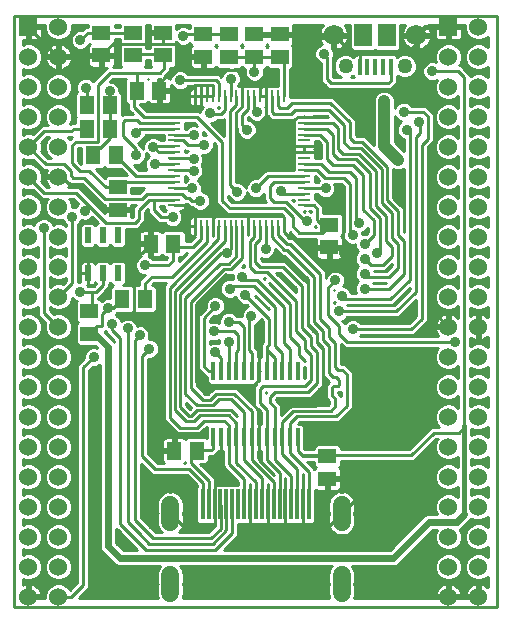
<source format=gtl>
G75*
%MOIN*%
%OFA0B0*%
%FSLAX24Y24*%
%IPPOS*%
%LPD*%
%AMOC8*
5,1,8,0,0,1.08239X$1,22.5*
%
%ADD10C,0.0100*%
%ADD11R,0.0087X0.0394*%
%ADD12R,0.0394X0.0087*%
%ADD13C,0.0600*%
%ADD14R,0.0600X0.0600*%
%ADD15R,0.0209X0.0524*%
%ADD16R,0.0591X0.0512*%
%ADD17R,0.0118X0.1024*%
%ADD18C,0.0590*%
%ADD19C,0.0000*%
%ADD20R,0.0512X0.0630*%
%ADD21R,0.0118X0.0610*%
%ADD22R,0.0512X0.0591*%
%ADD23R,0.0157X0.0531*%
%ADD24R,0.0591X0.0748*%
%ADD25C,0.0679*%
%ADD26C,0.0502*%
%ADD27C,0.0356*%
%ADD28C,0.0400*%
%ADD29C,0.0160*%
%ADD30C,0.0240*%
D10*
X004503Y002292D02*
X004503Y021967D01*
X020603Y021967D01*
X020603Y002292D01*
X004503Y002292D01*
X004945Y002666D02*
X004945Y003064D01*
X004890Y003055D01*
X004823Y003033D01*
X004803Y003023D01*
X004803Y003208D01*
X004906Y003166D01*
X005085Y003166D01*
X005250Y003234D01*
X005377Y003361D01*
X005445Y003526D01*
X005445Y003705D01*
X005377Y003871D01*
X005250Y003997D01*
X005085Y004066D01*
X004906Y004066D01*
X004803Y004023D01*
X004803Y004208D01*
X004906Y004166D01*
X005085Y004166D01*
X005250Y004234D01*
X005377Y004361D01*
X005445Y004526D01*
X005445Y004705D01*
X005377Y004871D01*
X005250Y004997D01*
X005085Y005066D01*
X004906Y005066D01*
X004803Y005023D01*
X004803Y005208D01*
X004906Y005166D01*
X005085Y005166D01*
X005250Y005234D01*
X005377Y005361D01*
X005445Y005526D01*
X005445Y005705D01*
X005377Y005871D01*
X005250Y005997D01*
X005085Y006066D01*
X004906Y006066D01*
X004803Y006023D01*
X004803Y006208D01*
X004906Y006166D01*
X005085Y006166D01*
X005250Y006234D01*
X005377Y006361D01*
X005445Y006526D01*
X005445Y006705D01*
X005377Y006871D01*
X005250Y006997D01*
X005085Y007066D01*
X004906Y007066D01*
X004803Y007023D01*
X004803Y007208D01*
X004906Y007166D01*
X005085Y007166D01*
X005250Y007234D01*
X005377Y007361D01*
X005445Y007526D01*
X005445Y007705D01*
X005377Y007871D01*
X005250Y007997D01*
X005085Y008066D01*
X004906Y008066D01*
X004803Y008023D01*
X004803Y008208D01*
X004906Y008166D01*
X005085Y008166D01*
X005250Y008234D01*
X005377Y008361D01*
X005445Y008526D01*
X005445Y008705D01*
X005377Y008871D01*
X005250Y008997D01*
X005085Y009066D01*
X004906Y009066D01*
X004803Y009023D01*
X004803Y009208D01*
X004906Y009166D01*
X005085Y009166D01*
X005250Y009234D01*
X005377Y009361D01*
X005445Y009526D01*
X005445Y009705D01*
X005377Y009871D01*
X005250Y009997D01*
X005085Y010066D01*
X004906Y010066D01*
X004803Y010023D01*
X004803Y010208D01*
X004906Y010166D01*
X005085Y010166D01*
X005250Y010234D01*
X005377Y010361D01*
X005445Y010526D01*
X005445Y010705D01*
X005377Y010871D01*
X005250Y010997D01*
X005085Y011066D01*
X004906Y011066D01*
X004803Y011023D01*
X004803Y011208D01*
X004906Y011166D01*
X005085Y011166D01*
X005250Y011234D01*
X005377Y011361D01*
X005445Y011526D01*
X005545Y011526D01*
X005614Y011361D01*
X005740Y011234D01*
X005906Y011166D01*
X006085Y011166D01*
X006250Y011234D01*
X006377Y011361D01*
X006445Y011526D01*
X006583Y011526D01*
X006583Y011624D02*
X006445Y011624D01*
X006445Y011705D02*
X006445Y011526D01*
X006404Y011427D02*
X006583Y011427D01*
X006583Y011329D02*
X006345Y011329D01*
X006240Y011230D02*
X006583Y011230D01*
X006583Y011132D02*
X004803Y011132D01*
X004803Y011033D02*
X004827Y011033D01*
X005163Y011033D02*
X005827Y011033D01*
X005906Y011066D02*
X005740Y010997D01*
X005614Y010871D01*
X005545Y010705D01*
X005545Y010526D01*
X005614Y010361D01*
X005740Y010234D01*
X005906Y010166D01*
X006085Y010166D01*
X006250Y010234D01*
X006377Y010361D01*
X006445Y010526D01*
X006445Y010705D01*
X006377Y010871D01*
X006250Y010997D01*
X006085Y011066D01*
X005906Y011066D01*
X005750Y011230D02*
X005240Y011230D01*
X005345Y011329D02*
X005646Y011329D01*
X005586Y011427D02*
X005404Y011427D01*
X005445Y011526D02*
X005445Y011705D01*
X005377Y011871D01*
X005250Y011997D01*
X005085Y012066D01*
X004906Y012066D01*
X004803Y012023D01*
X004803Y012208D01*
X004906Y012166D01*
X005085Y012166D01*
X005250Y012234D01*
X005303Y012287D01*
X005303Y012009D01*
X005563Y011749D01*
X005545Y011705D01*
X005545Y011526D01*
X005545Y011624D02*
X005445Y011624D01*
X005438Y011723D02*
X005552Y011723D01*
X005491Y011821D02*
X005397Y011821D01*
X005393Y011920D02*
X005328Y011920D01*
X005303Y012018D02*
X005200Y012018D01*
X005303Y012117D02*
X004803Y012117D01*
X005204Y012215D02*
X005303Y012215D01*
X005503Y012092D02*
X005979Y011616D01*
X005995Y011616D01*
X005840Y012039D02*
X005703Y012175D01*
X005703Y012272D01*
X005740Y012234D01*
X005906Y012166D01*
X006085Y012166D01*
X006250Y012234D01*
X006377Y012361D01*
X006445Y012526D01*
X006445Y012586D01*
X006517Y012514D01*
X006602Y012479D01*
X006583Y012459D01*
X006583Y011823D01*
X006639Y011767D01*
X006583Y011711D01*
X006583Y011075D01*
X006671Y010987D01*
X007228Y010987D01*
X007289Y010926D01*
X007243Y010945D01*
X007113Y010945D01*
X006992Y010895D01*
X006900Y010803D01*
X006850Y010683D01*
X006850Y010572D01*
X006628Y010350D01*
X006628Y003100D01*
X006383Y002855D01*
X006377Y002871D01*
X006250Y002997D01*
X006085Y003066D01*
X005906Y003066D01*
X005740Y002997D01*
X005614Y002871D01*
X005545Y002705D01*
X005545Y002592D01*
X005045Y002592D01*
X005045Y002666D01*
X004945Y002666D01*
X004945Y002759D02*
X005045Y002759D01*
X005045Y002666D02*
X005045Y003064D01*
X005101Y003055D01*
X005879Y003055D01*
X005906Y003166D02*
X006085Y003166D01*
X006250Y003234D01*
X006377Y003361D01*
X006445Y003526D01*
X006445Y003705D01*
X006377Y003871D01*
X006250Y003997D01*
X006085Y004066D01*
X005906Y004066D01*
X005740Y003997D01*
X005614Y003871D01*
X005545Y003705D01*
X005545Y003526D01*
X005614Y003361D01*
X005740Y003234D01*
X005906Y003166D01*
X005723Y003252D02*
X005268Y003252D01*
X005366Y003350D02*
X005624Y003350D01*
X005577Y003449D02*
X005413Y003449D01*
X005445Y003547D02*
X005545Y003547D01*
X005545Y003646D02*
X005445Y003646D01*
X005429Y003744D02*
X005561Y003744D01*
X005602Y003843D02*
X005388Y003843D01*
X005306Y003941D02*
X005684Y003941D01*
X005843Y004040D02*
X005148Y004040D01*
X005253Y004237D02*
X005738Y004237D01*
X005740Y004234D02*
X005906Y004166D01*
X006085Y004166D01*
X006250Y004234D01*
X006377Y004361D01*
X006445Y004526D01*
X006445Y004705D01*
X006377Y004871D01*
X006250Y004997D01*
X006085Y005066D01*
X005906Y005066D01*
X005740Y004997D01*
X005614Y004871D01*
X005545Y004705D01*
X005545Y004526D01*
X005614Y004361D01*
X005740Y004234D01*
X005639Y004335D02*
X005351Y004335D01*
X005407Y004434D02*
X005584Y004434D01*
X005545Y004532D02*
X005445Y004532D01*
X005445Y004631D02*
X005545Y004631D01*
X005555Y004729D02*
X005435Y004729D01*
X005395Y004828D02*
X005596Y004828D01*
X005669Y004926D02*
X005321Y004926D01*
X005184Y005025D02*
X005806Y005025D01*
X005906Y005166D02*
X005740Y005234D01*
X005614Y005361D01*
X005545Y005526D01*
X005545Y005705D01*
X005614Y005871D01*
X005740Y005997D01*
X005906Y006066D01*
X006085Y006066D01*
X006250Y005997D01*
X006377Y005871D01*
X006445Y005705D01*
X006445Y005526D01*
X006377Y005361D01*
X006250Y005234D01*
X006085Y005166D01*
X005906Y005166D01*
X005771Y005222D02*
X005220Y005222D01*
X005336Y005320D02*
X005654Y005320D01*
X005590Y005419D02*
X005401Y005419D01*
X005441Y005517D02*
X005549Y005517D01*
X005545Y005616D02*
X005445Y005616D01*
X005442Y005714D02*
X005549Y005714D01*
X005590Y005813D02*
X005401Y005813D01*
X005336Y005911D02*
X005654Y005911D01*
X005770Y006010D02*
X005220Y006010D01*
X005183Y006207D02*
X005807Y006207D01*
X005740Y006234D02*
X005906Y006166D01*
X006085Y006166D01*
X006250Y006234D01*
X006377Y006361D01*
X006445Y006526D01*
X006445Y006705D01*
X006377Y006871D01*
X006250Y006997D01*
X006085Y007066D01*
X005906Y007066D01*
X005740Y006997D01*
X005614Y006871D01*
X005545Y006705D01*
X005545Y006526D01*
X005614Y006361D01*
X005740Y006234D01*
X005669Y006305D02*
X005321Y006305D01*
X005394Y006404D02*
X005596Y006404D01*
X005555Y006502D02*
X005435Y006502D01*
X005445Y006601D02*
X005545Y006601D01*
X005545Y006699D02*
X005445Y006699D01*
X005407Y006798D02*
X005584Y006798D01*
X005639Y006896D02*
X005351Y006896D01*
X005253Y006995D02*
X005738Y006995D01*
X005843Y007192D02*
X005147Y007192D01*
X005306Y007290D02*
X005684Y007290D01*
X005740Y007234D02*
X005906Y007166D01*
X006085Y007166D01*
X006250Y007234D01*
X006377Y007361D01*
X006445Y007526D01*
X006445Y007705D01*
X006377Y007871D01*
X006250Y007997D01*
X006085Y008066D01*
X005906Y008066D01*
X005740Y007997D01*
X005614Y007871D01*
X005545Y007705D01*
X005545Y007526D01*
X005614Y007361D01*
X005740Y007234D01*
X005602Y007389D02*
X005388Y007389D01*
X005429Y007487D02*
X005561Y007487D01*
X005545Y007586D02*
X005445Y007586D01*
X005445Y007684D02*
X005545Y007684D01*
X005577Y007783D02*
X005413Y007783D01*
X005366Y007881D02*
X005624Y007881D01*
X005723Y007980D02*
X005268Y007980D01*
X005111Y008177D02*
X005879Y008177D01*
X005906Y008166D02*
X006085Y008166D01*
X006250Y008234D01*
X006377Y008361D01*
X006445Y008526D01*
X006445Y008705D01*
X006377Y008871D01*
X006250Y008997D01*
X006085Y009066D01*
X005906Y009066D01*
X005740Y008997D01*
X005614Y008871D01*
X005545Y008705D01*
X005545Y008526D01*
X005614Y008361D01*
X005740Y008234D01*
X005906Y008166D01*
X006111Y008177D02*
X006628Y008177D01*
X006628Y008275D02*
X006291Y008275D01*
X006382Y008374D02*
X006628Y008374D01*
X006628Y008472D02*
X006423Y008472D01*
X006445Y008571D02*
X006628Y008571D01*
X006628Y008669D02*
X006445Y008669D01*
X006419Y008768D02*
X006628Y008768D01*
X006628Y008866D02*
X006379Y008866D01*
X006283Y008965D02*
X006628Y008965D01*
X006628Y009063D02*
X006091Y009063D01*
X006085Y009166D02*
X006250Y009234D01*
X006377Y009361D01*
X006445Y009526D01*
X006445Y009705D01*
X006377Y009871D01*
X006250Y009997D01*
X006085Y010066D01*
X005906Y010066D01*
X005740Y009997D01*
X005614Y009871D01*
X005545Y009705D01*
X005545Y009526D01*
X005614Y009361D01*
X005740Y009234D01*
X005906Y009166D01*
X006085Y009166D01*
X005899Y009063D02*
X005091Y009063D01*
X004899Y009063D02*
X004803Y009063D01*
X004803Y009162D02*
X006628Y009162D01*
X006628Y009260D02*
X006276Y009260D01*
X006375Y009359D02*
X006628Y009359D01*
X006628Y009457D02*
X006417Y009457D01*
X006445Y009556D02*
X006628Y009556D01*
X006628Y009654D02*
X006445Y009654D01*
X006426Y009753D02*
X006628Y009753D01*
X006628Y009851D02*
X006385Y009851D01*
X006298Y009950D02*
X006628Y009950D01*
X006628Y010048D02*
X006127Y010048D01*
X006261Y010245D02*
X006628Y010245D01*
X006628Y010147D02*
X004803Y010147D01*
X004803Y010048D02*
X004863Y010048D01*
X005127Y010048D02*
X005863Y010048D01*
X005693Y009950D02*
X005298Y009950D01*
X005385Y009851D02*
X005606Y009851D01*
X005565Y009753D02*
X005426Y009753D01*
X005445Y009654D02*
X005545Y009654D01*
X005545Y009556D02*
X005445Y009556D01*
X005417Y009457D02*
X005574Y009457D01*
X005616Y009359D02*
X005375Y009359D01*
X005276Y009260D02*
X005714Y009260D01*
X005708Y008965D02*
X005283Y008965D01*
X005379Y008866D02*
X005612Y008866D01*
X005571Y008768D02*
X005419Y008768D01*
X005445Y008669D02*
X005545Y008669D01*
X005545Y008571D02*
X005445Y008571D01*
X005423Y008472D02*
X005568Y008472D01*
X005608Y008374D02*
X005382Y008374D01*
X005291Y008275D02*
X005699Y008275D01*
X006268Y007980D02*
X006628Y007980D01*
X006628Y008078D02*
X004803Y008078D01*
X004803Y008177D02*
X004879Y008177D01*
X004843Y007192D02*
X004803Y007192D01*
X004803Y007093D02*
X006628Y007093D01*
X006628Y006995D02*
X006253Y006995D01*
X006351Y006896D02*
X006628Y006896D01*
X006628Y006798D02*
X006407Y006798D01*
X006445Y006699D02*
X006628Y006699D01*
X006628Y006601D02*
X006445Y006601D01*
X006435Y006502D02*
X006628Y006502D01*
X006628Y006404D02*
X006394Y006404D01*
X006321Y006305D02*
X006628Y006305D01*
X006628Y006207D02*
X006183Y006207D01*
X006220Y006010D02*
X006628Y006010D01*
X006628Y006108D02*
X004803Y006108D01*
X004803Y006207D02*
X004807Y006207D01*
X004803Y005123D02*
X006628Y005123D01*
X006628Y005025D02*
X006184Y005025D01*
X006321Y004926D02*
X006628Y004926D01*
X006628Y004828D02*
X006395Y004828D01*
X006435Y004729D02*
X006628Y004729D01*
X006628Y004631D02*
X006445Y004631D01*
X006445Y004532D02*
X006628Y004532D01*
X006628Y004434D02*
X006407Y004434D01*
X006351Y004335D02*
X006628Y004335D01*
X006628Y004237D02*
X006253Y004237D01*
X006148Y004040D02*
X006628Y004040D01*
X006628Y004138D02*
X004803Y004138D01*
X004803Y004040D02*
X004843Y004040D01*
X004803Y003153D02*
X006628Y003153D01*
X006628Y003252D02*
X006268Y003252D01*
X006366Y003350D02*
X006628Y003350D01*
X006628Y003449D02*
X006413Y003449D01*
X006445Y003547D02*
X006628Y003547D01*
X006628Y003646D02*
X006445Y003646D01*
X006429Y003744D02*
X006628Y003744D01*
X006628Y003843D02*
X006388Y003843D01*
X006306Y003941D02*
X006628Y003941D01*
X007028Y003941D02*
X007647Y003941D01*
X007549Y004040D02*
X007028Y004040D01*
X007028Y004138D02*
X007450Y004138D01*
X007424Y004164D02*
X007824Y003764D01*
X007900Y003688D01*
X007999Y003647D01*
X009391Y003647D01*
X009384Y003641D01*
X009343Y003584D01*
X009311Y003521D01*
X009290Y003455D01*
X009279Y003386D01*
X009279Y003094D01*
X009297Y003094D01*
X009297Y003093D01*
X009310Y003060D01*
X009297Y003026D01*
X009297Y003017D01*
X009279Y003017D01*
X009279Y002726D01*
X009290Y002656D01*
X009311Y002592D01*
X006686Y002592D01*
X006911Y002817D01*
X007028Y002934D01*
X007028Y010184D01*
X007133Y010289D01*
X007243Y010289D01*
X007364Y010339D01*
X007383Y010358D01*
X007383Y004371D01*
X007383Y004264D01*
X007424Y004164D01*
X007394Y004237D02*
X007028Y004237D01*
X007028Y004335D02*
X007383Y004335D01*
X007383Y004434D02*
X007028Y004434D01*
X007028Y004532D02*
X007383Y004532D01*
X007383Y004631D02*
X007028Y004631D01*
X007028Y004729D02*
X007383Y004729D01*
X007383Y004828D02*
X007028Y004828D01*
X007028Y004926D02*
X007383Y004926D01*
X007383Y005025D02*
X007028Y005025D01*
X007028Y005123D02*
X007383Y005123D01*
X007383Y005222D02*
X007028Y005222D01*
X007028Y005320D02*
X007383Y005320D01*
X007383Y005419D02*
X007028Y005419D01*
X007028Y005517D02*
X007383Y005517D01*
X007383Y005616D02*
X007028Y005616D01*
X007028Y005714D02*
X007383Y005714D01*
X007383Y005813D02*
X007028Y005813D01*
X007028Y005911D02*
X007383Y005911D01*
X007383Y006010D02*
X007028Y006010D01*
X007028Y006108D02*
X007383Y006108D01*
X007383Y006207D02*
X007028Y006207D01*
X007028Y006305D02*
X007383Y006305D01*
X007383Y006404D02*
X007028Y006404D01*
X007028Y006502D02*
X007383Y006502D01*
X007383Y006601D02*
X007028Y006601D01*
X007028Y006699D02*
X007383Y006699D01*
X007383Y006798D02*
X007028Y006798D01*
X007028Y006896D02*
X007383Y006896D01*
X007383Y006995D02*
X007028Y006995D01*
X007028Y007093D02*
X007383Y007093D01*
X007383Y007192D02*
X007028Y007192D01*
X007028Y007290D02*
X007383Y007290D01*
X007383Y007389D02*
X007028Y007389D01*
X007028Y007487D02*
X007383Y007487D01*
X007383Y007586D02*
X007028Y007586D01*
X007028Y007684D02*
X007383Y007684D01*
X007383Y007783D02*
X007028Y007783D01*
X007028Y007881D02*
X007383Y007881D01*
X007383Y007980D02*
X007028Y007980D01*
X007028Y008078D02*
X007383Y008078D01*
X007383Y008177D02*
X007028Y008177D01*
X007028Y008275D02*
X007383Y008275D01*
X007383Y008374D02*
X007028Y008374D01*
X007028Y008472D02*
X007383Y008472D01*
X007383Y008571D02*
X007028Y008571D01*
X007028Y008669D02*
X007383Y008669D01*
X007383Y008768D02*
X007028Y008768D01*
X007028Y008866D02*
X007383Y008866D01*
X007383Y008965D02*
X007028Y008965D01*
X007028Y009063D02*
X007383Y009063D01*
X007383Y009162D02*
X007028Y009162D01*
X007028Y009260D02*
X007383Y009260D01*
X007383Y009359D02*
X007028Y009359D01*
X007028Y009457D02*
X007383Y009457D01*
X007383Y009556D02*
X007028Y009556D01*
X007028Y009654D02*
X007383Y009654D01*
X007383Y009753D02*
X007028Y009753D01*
X007028Y009851D02*
X007383Y009851D01*
X007383Y009950D02*
X007028Y009950D01*
X007028Y010048D02*
X007383Y010048D01*
X007383Y010147D02*
X007028Y010147D01*
X007089Y010245D02*
X007383Y010245D01*
X007369Y010344D02*
X007383Y010344D01*
X007178Y010617D02*
X006828Y010267D01*
X006828Y003017D01*
X006427Y002616D01*
X005995Y002616D01*
X005699Y002956D02*
X005291Y002956D01*
X005288Y002959D02*
X005231Y003001D01*
X005168Y003033D01*
X005101Y003055D01*
X005045Y003055D02*
X004945Y003055D01*
X004890Y003055D02*
X004803Y003055D01*
X004945Y002956D02*
X005045Y002956D01*
X005045Y002858D02*
X004945Y002858D01*
X005045Y002666D02*
X005443Y002666D01*
X005434Y002721D01*
X005412Y002789D01*
X005380Y002852D01*
X005338Y002909D01*
X005288Y002959D01*
X005376Y002858D02*
X005608Y002858D01*
X005568Y002759D02*
X005422Y002759D01*
X005545Y002661D02*
X005045Y002661D01*
X006112Y003055D02*
X006583Y003055D01*
X006484Y002956D02*
X006291Y002956D01*
X006382Y002858D02*
X006386Y002858D01*
X006754Y002661D02*
X009289Y002661D01*
X009279Y002759D02*
X006853Y002759D01*
X006951Y002858D02*
X009279Y002858D01*
X009279Y002956D02*
X007028Y002956D01*
X007028Y003055D02*
X009308Y003055D01*
X009279Y003153D02*
X007028Y003153D01*
X007028Y003252D02*
X009279Y003252D01*
X009279Y003350D02*
X007028Y003350D01*
X007028Y003449D02*
X009289Y003449D01*
X009325Y003547D02*
X007028Y003547D01*
X007028Y003646D02*
X009390Y003646D01*
X010056Y003647D02*
X015100Y003647D01*
X015093Y003641D01*
X015052Y003584D01*
X015020Y003521D01*
X014998Y003455D01*
X014987Y003386D01*
X014987Y003094D01*
X015005Y003094D01*
X015005Y003093D01*
X015019Y003060D01*
X015005Y003026D01*
X015005Y003017D01*
X014987Y003017D01*
X014987Y002726D01*
X014998Y002656D01*
X015019Y002592D01*
X010137Y002592D01*
X010158Y002656D01*
X010169Y002726D01*
X010169Y003017D01*
X010151Y003017D01*
X010151Y003026D01*
X010137Y003060D01*
X010151Y003093D01*
X010151Y003094D01*
X010169Y003094D01*
X010169Y003386D01*
X010158Y003455D01*
X010136Y003521D01*
X010104Y003584D01*
X010063Y003641D01*
X010056Y003647D01*
X010058Y003646D02*
X015098Y003646D01*
X015033Y003547D02*
X010123Y003547D01*
X010159Y003449D02*
X014997Y003449D01*
X014987Y003350D02*
X010169Y003350D01*
X010169Y003252D02*
X014987Y003252D01*
X014987Y003153D02*
X010169Y003153D01*
X010139Y003055D02*
X015017Y003055D01*
X014987Y002956D02*
X010169Y002956D01*
X010169Y002858D02*
X014987Y002858D01*
X014987Y002759D02*
X010169Y002759D01*
X010159Y002661D02*
X014998Y002661D01*
X015846Y002592D02*
X015866Y002656D01*
X015877Y002726D01*
X015877Y003017D01*
X015860Y003017D01*
X015860Y003026D01*
X015846Y003060D01*
X015860Y003093D01*
X015860Y003094D01*
X015877Y003094D01*
X015877Y003386D01*
X015866Y003455D01*
X015845Y003521D01*
X015813Y003584D01*
X015772Y003641D01*
X015765Y003647D01*
X017207Y003647D01*
X017306Y003688D01*
X018465Y004847D01*
X018604Y004847D01*
X018545Y004705D01*
X018545Y004526D01*
X018614Y004361D01*
X018740Y004234D01*
X018906Y004166D01*
X019085Y004166D01*
X019250Y004234D01*
X019377Y004361D01*
X019445Y004526D01*
X019445Y004705D01*
X019378Y004867D01*
X019431Y004888D01*
X019757Y005214D01*
X019762Y005226D01*
X019906Y005166D01*
X020085Y005166D01*
X020250Y005234D01*
X020303Y005287D01*
X020303Y004944D01*
X020250Y004997D01*
X020085Y005066D01*
X019906Y005066D01*
X019740Y004997D01*
X019614Y004871D01*
X019545Y004705D01*
X019545Y004526D01*
X019614Y004361D01*
X019740Y004234D01*
X019906Y004166D01*
X020085Y004166D01*
X020250Y004234D01*
X020303Y004287D01*
X020303Y003944D01*
X020250Y003997D01*
X020085Y004066D01*
X019906Y004066D01*
X019740Y003997D01*
X019614Y003871D01*
X019545Y003705D01*
X019545Y003526D01*
X019614Y003361D01*
X019740Y003234D01*
X019906Y003166D01*
X020085Y003166D01*
X020250Y003234D01*
X020303Y003287D01*
X020303Y002944D01*
X020288Y002959D01*
X020231Y003001D01*
X020168Y003033D01*
X020101Y003055D01*
X020303Y003055D01*
X020303Y003153D02*
X015877Y003153D01*
X015877Y003252D02*
X018723Y003252D01*
X018740Y003234D02*
X018906Y003166D01*
X019085Y003166D01*
X019250Y003234D01*
X019377Y003361D01*
X019445Y003526D01*
X019445Y003705D01*
X019377Y003871D01*
X019250Y003997D01*
X019085Y004066D01*
X018906Y004066D01*
X018740Y003997D01*
X018614Y003871D01*
X018545Y003705D01*
X018545Y003526D01*
X018614Y003361D01*
X018740Y003234D01*
X018624Y003350D02*
X015877Y003350D01*
X015867Y003449D02*
X018577Y003449D01*
X018545Y003547D02*
X015832Y003547D01*
X015767Y003646D02*
X018545Y003646D01*
X018561Y003744D02*
X017362Y003744D01*
X017460Y003843D02*
X018602Y003843D01*
X018684Y003941D02*
X017559Y003941D01*
X017657Y004040D02*
X018843Y004040D01*
X018738Y004237D02*
X017854Y004237D01*
X017756Y004138D02*
X020303Y004138D01*
X020303Y004040D02*
X020148Y004040D01*
X020253Y004237D02*
X020303Y004237D01*
X019843Y004040D02*
X019148Y004040D01*
X019306Y003941D02*
X019684Y003941D01*
X019602Y003843D02*
X019388Y003843D01*
X019429Y003744D02*
X019561Y003744D01*
X019545Y003646D02*
X019445Y003646D01*
X019445Y003547D02*
X019545Y003547D01*
X019577Y003449D02*
X019413Y003449D01*
X019366Y003350D02*
X019624Y003350D01*
X019723Y003252D02*
X019268Y003252D01*
X019168Y003033D02*
X019101Y003055D01*
X019890Y003055D01*
X019823Y003033D01*
X019759Y003001D01*
X019702Y002959D01*
X019652Y002909D01*
X019610Y002852D01*
X019578Y002789D01*
X019556Y002721D01*
X019548Y002666D01*
X019945Y002666D01*
X019945Y002592D01*
X019045Y002592D01*
X019045Y002666D01*
X018945Y002666D01*
X018945Y002592D01*
X015846Y002592D01*
X015867Y002661D02*
X018945Y002661D01*
X018945Y002666D02*
X018548Y002666D01*
X018556Y002721D01*
X018578Y002789D01*
X018610Y002852D01*
X018652Y002909D01*
X018702Y002959D01*
X018759Y003001D01*
X018823Y003033D01*
X018890Y003055D01*
X018945Y003064D01*
X018945Y002666D01*
X018945Y002759D02*
X019045Y002759D01*
X019045Y002666D02*
X019045Y003064D01*
X019101Y003055D01*
X019045Y003055D02*
X018945Y003055D01*
X018890Y003055D02*
X015848Y003055D01*
X015877Y002956D02*
X018699Y002956D01*
X018615Y002858D02*
X015877Y002858D01*
X015877Y002759D02*
X018569Y002759D01*
X018945Y002858D02*
X019045Y002858D01*
X019045Y002956D02*
X018945Y002956D01*
X019168Y003033D02*
X019231Y003001D01*
X019288Y002959D01*
X019338Y002909D01*
X019380Y002852D01*
X019412Y002789D01*
X019434Y002721D01*
X019443Y002666D01*
X019045Y002666D01*
X019045Y002661D02*
X019945Y002661D01*
X019945Y002666D02*
X019945Y003064D01*
X019890Y003055D01*
X019945Y003055D02*
X020045Y003055D01*
X020045Y003064D02*
X020045Y002666D01*
X019945Y002666D01*
X019945Y002759D02*
X020045Y002759D01*
X020045Y002858D02*
X019945Y002858D01*
X019945Y002956D02*
X020045Y002956D01*
X020045Y003064D02*
X020101Y003055D01*
X020291Y002956D02*
X020303Y002956D01*
X020303Y003252D02*
X020268Y003252D01*
X019699Y002956D02*
X019291Y002956D01*
X019376Y002858D02*
X019615Y002858D01*
X019569Y002759D02*
X019422Y002759D01*
X019253Y004237D02*
X019738Y004237D01*
X019639Y004335D02*
X019351Y004335D01*
X019407Y004434D02*
X019584Y004434D01*
X019545Y004532D02*
X019445Y004532D01*
X019445Y004631D02*
X019545Y004631D01*
X019555Y004729D02*
X019435Y004729D01*
X019395Y004828D02*
X019596Y004828D01*
X019669Y004926D02*
X019469Y004926D01*
X019567Y005025D02*
X019806Y005025D01*
X019666Y005123D02*
X020303Y005123D01*
X020303Y005025D02*
X020184Y005025D01*
X020220Y005222D02*
X020303Y005222D01*
X019771Y005222D02*
X019760Y005222D01*
X019298Y005949D02*
X019250Y005997D01*
X019085Y006066D01*
X018906Y006066D01*
X018740Y005997D01*
X018614Y005871D01*
X018545Y005705D01*
X018545Y005526D01*
X018603Y005387D01*
X018299Y005387D01*
X018200Y005346D01*
X018124Y005270D01*
X017041Y004187D01*
X011506Y004187D01*
X011874Y004555D01*
X011991Y004672D01*
X011991Y005040D01*
X012109Y005040D01*
X012381Y005040D01*
X012381Y005115D01*
X012381Y005115D01*
X012381Y005115D01*
X012381Y005040D01*
X012972Y005040D01*
X013562Y005040D01*
X013562Y005115D01*
X013562Y005115D01*
X013562Y005115D01*
X013562Y005040D01*
X014153Y005040D01*
X014471Y005040D01*
X014559Y005127D01*
X014559Y006194D01*
X014571Y006182D01*
X014605Y006163D01*
X014643Y006152D01*
X014908Y006152D01*
X014908Y006508D01*
X015008Y006508D01*
X015008Y006152D01*
X015273Y006152D01*
X015311Y006163D01*
X015345Y006182D01*
X015373Y006210D01*
X015393Y006244D01*
X015403Y006283D01*
X015403Y006508D01*
X015008Y006508D01*
X015008Y006608D01*
X015403Y006608D01*
X015403Y006834D01*
X015393Y006872D01*
X015373Y006906D01*
X015347Y006932D01*
X015403Y006988D01*
X015403Y007142D01*
X017836Y007142D01*
X018586Y007892D01*
X018635Y007892D01*
X018614Y007871D01*
X018545Y007705D01*
X018545Y007526D01*
X018614Y007361D01*
X018740Y007234D01*
X018906Y007166D01*
X019085Y007166D01*
X019250Y007234D01*
X019298Y007282D01*
X019298Y006949D01*
X019250Y006997D01*
X019085Y007066D01*
X018906Y007066D01*
X018740Y006997D01*
X018614Y006871D01*
X018545Y006705D01*
X018545Y006526D01*
X018614Y006361D01*
X018740Y006234D01*
X018906Y006166D01*
X019085Y006166D01*
X019250Y006234D01*
X019298Y006282D01*
X019298Y005949D01*
X019298Y006010D02*
X019220Y006010D01*
X019298Y006108D02*
X015606Y006108D01*
X015603Y006109D02*
X015537Y006131D01*
X015471Y006142D01*
X015471Y006125D01*
X015394Y006125D01*
X015394Y006142D01*
X015328Y006131D01*
X015262Y006109D01*
X015199Y006078D01*
X015143Y006037D01*
X015093Y005987D01*
X015052Y005930D01*
X015020Y005868D01*
X014998Y005801D01*
X014987Y005732D01*
X014987Y005441D01*
X015005Y005441D01*
X015005Y005435D01*
X015019Y005402D01*
X015005Y005369D01*
X015005Y005364D01*
X014987Y005364D01*
X014987Y005072D01*
X014998Y005003D01*
X015020Y004936D01*
X015052Y004874D01*
X015093Y004817D01*
X015143Y004768D01*
X015199Y004727D01*
X015262Y004695D01*
X015328Y004673D01*
X015394Y004663D01*
X015394Y004680D01*
X015471Y004680D01*
X015471Y004663D01*
X015537Y004673D01*
X015603Y004695D01*
X015666Y004727D01*
X015722Y004768D01*
X015772Y004817D01*
X015813Y004874D01*
X015845Y004936D01*
X015866Y005003D01*
X015877Y005072D01*
X015877Y005364D01*
X015860Y005364D01*
X015860Y005369D01*
X015846Y005402D01*
X015860Y005435D01*
X015860Y005441D01*
X015877Y005441D01*
X015877Y005732D01*
X015866Y005801D01*
X015845Y005868D01*
X015813Y005930D01*
X015772Y005987D01*
X015722Y006037D01*
X015666Y006078D01*
X015603Y006109D01*
X015749Y006010D02*
X018770Y006010D01*
X018654Y005911D02*
X015823Y005911D01*
X015863Y005813D02*
X018590Y005813D01*
X018549Y005714D02*
X015877Y005714D01*
X015877Y005616D02*
X018545Y005616D01*
X018549Y005517D02*
X015877Y005517D01*
X015853Y005419D02*
X018590Y005419D01*
X018174Y005320D02*
X015877Y005320D01*
X015877Y005222D02*
X018076Y005222D01*
X017977Y005123D02*
X015877Y005123D01*
X015870Y005025D02*
X017879Y005025D01*
X017780Y004926D02*
X015840Y004926D01*
X015780Y004828D02*
X017682Y004828D01*
X017583Y004729D02*
X015669Y004729D01*
X015195Y004729D02*
X011991Y004729D01*
X011991Y004828D02*
X015085Y004828D01*
X015025Y004926D02*
X011991Y004926D01*
X011991Y005025D02*
X014995Y005025D01*
X014987Y005123D02*
X014555Y005123D01*
X014559Y005222D02*
X014987Y005222D01*
X014987Y005320D02*
X014559Y005320D01*
X014559Y005419D02*
X015012Y005419D01*
X014987Y005517D02*
X014559Y005517D01*
X014559Y005616D02*
X014987Y005616D01*
X014987Y005714D02*
X014559Y005714D01*
X014559Y005813D02*
X015002Y005813D01*
X015042Y005911D02*
X014559Y005911D01*
X014559Y006010D02*
X015116Y006010D01*
X015259Y006108D02*
X014559Y006108D01*
X014908Y006207D02*
X015008Y006207D01*
X015008Y006305D02*
X014908Y006305D01*
X014908Y006404D02*
X015008Y006404D01*
X015008Y006502D02*
X014908Y006502D01*
X014958Y006558D02*
X016599Y006568D01*
X015432Y005402D01*
X014698Y004667D01*
X014353Y004667D01*
X014153Y004867D01*
X014153Y005701D01*
X014153Y006717D01*
X014350Y006771D02*
X014350Y005701D01*
X013956Y005701D02*
X013953Y005704D01*
X013953Y006892D01*
X013459Y007387D01*
X013459Y007940D01*
X013459Y008448D01*
X013828Y008817D01*
X015078Y008817D01*
X015228Y008967D01*
X015228Y009217D01*
X015103Y009342D01*
X015103Y009592D01*
X015153Y009642D01*
X015303Y009642D01*
X015353Y009692D01*
X015353Y009842D01*
X015253Y009942D01*
X015153Y009942D01*
X015003Y010092D01*
X015003Y010992D01*
X014803Y011192D01*
X014803Y011492D01*
X014503Y011792D01*
X014503Y013292D01*
X013603Y014192D01*
X013528Y014192D01*
X013111Y014610D01*
X013111Y014977D01*
X013308Y014977D02*
X013308Y014688D01*
X013603Y014392D01*
X013703Y014392D01*
X014703Y013392D01*
X014703Y011892D01*
X015003Y011592D01*
X015003Y011292D01*
X015203Y011092D01*
X015203Y010292D01*
X015303Y010192D01*
X015453Y010192D01*
X015603Y010042D01*
X015603Y008992D01*
X015253Y008642D01*
X013953Y008642D01*
X013715Y008404D01*
X013715Y007940D01*
X013715Y007406D01*
X014350Y006771D01*
X014507Y006896D02*
X014537Y006896D01*
X014543Y006906D02*
X014526Y006877D01*
X014433Y006971D01*
X014286Y007117D01*
X014513Y007117D01*
X014513Y006988D01*
X014569Y006932D01*
X014543Y006906D01*
X014513Y006995D02*
X014408Y006995D01*
X014310Y007093D02*
X014513Y007093D01*
X014128Y007317D02*
X014978Y007317D01*
X014953Y007342D01*
X017753Y007342D01*
X018503Y008092D01*
X019353Y008092D01*
X019528Y008267D01*
X019528Y008317D01*
X019528Y019942D01*
X019328Y020142D01*
X018453Y020142D01*
X018233Y019898D02*
X017265Y019898D01*
X017265Y019932D02*
X017294Y019961D01*
X017294Y019985D01*
X017310Y019969D01*
X017458Y019908D01*
X017617Y019908D01*
X017765Y019969D01*
X017877Y020082D01*
X017938Y020229D01*
X017938Y020389D01*
X017877Y020536D01*
X017765Y020649D01*
X017617Y020710D01*
X017458Y020710D01*
X017310Y020649D01*
X017286Y020625D01*
X017206Y020705D01*
X016156Y020705D01*
X016153Y020701D01*
X016140Y020705D01*
X016041Y020705D01*
X015943Y020705D01*
X015905Y020695D01*
X015870Y020675D01*
X015843Y020647D01*
X015826Y020619D01*
X015796Y020649D01*
X015649Y020710D01*
X015489Y020710D01*
X015342Y020649D01*
X015229Y020536D01*
X015168Y020389D01*
X015168Y020229D01*
X015229Y020082D01*
X015342Y019969D01*
X015406Y019942D01*
X015161Y019942D01*
X015153Y019950D01*
X015153Y020584D01*
X015181Y020652D01*
X015181Y020783D01*
X015131Y020903D01*
X015125Y020909D01*
X015125Y021292D01*
X015225Y021292D01*
X015225Y020855D01*
X015290Y020865D01*
X015363Y020889D01*
X015432Y020924D01*
X015494Y020969D01*
X015549Y021023D01*
X015594Y021086D01*
X015629Y021154D01*
X015653Y021228D01*
X015663Y021292D01*
X015225Y021292D01*
X015225Y021392D01*
X015663Y021392D01*
X015653Y021457D01*
X015629Y021530D01*
X015594Y021599D01*
X015549Y021661D01*
X015543Y021667D01*
X015714Y021667D01*
X015714Y020902D01*
X015802Y020814D01*
X016517Y020814D01*
X016555Y020853D01*
X016589Y020818D01*
X017304Y020818D01*
X017392Y020906D01*
X017392Y021667D01*
X017564Y021667D01*
X017558Y021661D01*
X017512Y021599D01*
X017477Y021530D01*
X017454Y021457D01*
X017443Y021392D01*
X017881Y021392D01*
X017881Y021292D01*
X017981Y021292D01*
X017981Y020855D01*
X018046Y020865D01*
X018119Y020889D01*
X018188Y020924D01*
X018250Y020969D01*
X018304Y021023D01*
X018350Y021086D01*
X018385Y021154D01*
X018409Y021228D01*
X018419Y021292D01*
X017981Y021292D01*
X017981Y021392D01*
X018419Y021392D01*
X018409Y021457D01*
X018385Y021530D01*
X018350Y021599D01*
X018304Y021661D01*
X018298Y021667D01*
X018545Y021667D01*
X018545Y021666D01*
X018945Y021666D01*
X018945Y021566D01*
X018545Y021566D01*
X018545Y021296D01*
X018555Y021258D01*
X018575Y021224D01*
X018603Y021196D01*
X018637Y021176D01*
X018675Y021166D01*
X018945Y021166D01*
X018945Y021566D01*
X019045Y021566D01*
X019045Y021166D01*
X019315Y021166D01*
X019353Y021176D01*
X019387Y021196D01*
X019415Y021224D01*
X019435Y021258D01*
X019445Y021296D01*
X019445Y021566D01*
X019045Y021566D01*
X019045Y021666D01*
X019445Y021666D01*
X019445Y021667D01*
X019545Y021667D01*
X019545Y021526D01*
X019614Y021361D01*
X019740Y021234D01*
X019906Y021166D01*
X020085Y021166D01*
X020250Y021234D01*
X020303Y021287D01*
X020303Y020944D01*
X020250Y020997D01*
X020085Y021066D01*
X019906Y021066D01*
X019740Y020997D01*
X019614Y020871D01*
X019545Y020705D01*
X019545Y020526D01*
X019614Y020361D01*
X019740Y020234D01*
X019906Y020166D01*
X020085Y020166D01*
X020250Y020234D01*
X020303Y020287D01*
X020303Y019944D01*
X020250Y019997D01*
X020085Y020066D01*
X019906Y020066D01*
X019740Y019997D01*
X019728Y019997D01*
X019728Y019985D02*
X019728Y020025D01*
X019528Y020225D01*
X019411Y020342D01*
X019358Y020342D01*
X019377Y020361D01*
X019445Y020526D01*
X019445Y020705D01*
X019377Y020871D01*
X019250Y020997D01*
X019085Y021066D01*
X018906Y021066D01*
X018740Y020997D01*
X018614Y020871D01*
X018545Y020705D01*
X018545Y020526D01*
X018579Y020445D01*
X018518Y020470D01*
X018388Y020470D01*
X018267Y020420D01*
X018175Y020328D01*
X018125Y020208D01*
X018125Y020077D01*
X018175Y019956D01*
X018267Y019864D01*
X018388Y019814D01*
X018518Y019814D01*
X018605Y019850D01*
X018545Y019705D01*
X018545Y019526D01*
X018614Y019361D01*
X018740Y019234D01*
X018906Y019166D01*
X019085Y019166D01*
X019250Y019234D01*
X019328Y019312D01*
X019328Y018919D01*
X019250Y018997D01*
X019085Y019066D01*
X018906Y019066D01*
X018740Y018997D01*
X018614Y018871D01*
X018545Y018705D01*
X018545Y018526D01*
X018614Y018361D01*
X018740Y018234D01*
X018906Y018166D01*
X019085Y018166D01*
X019250Y018234D01*
X019328Y018312D01*
X019328Y017919D01*
X019250Y017997D01*
X019085Y018066D01*
X018906Y018066D01*
X018740Y017997D01*
X018614Y017871D01*
X018545Y017705D01*
X018545Y017526D01*
X018614Y017361D01*
X018740Y017234D01*
X018906Y017166D01*
X019085Y017166D01*
X019250Y017234D01*
X019328Y017312D01*
X019328Y016919D01*
X019250Y016997D01*
X019085Y017066D01*
X018906Y017066D01*
X018740Y016997D01*
X018614Y016871D01*
X018545Y016705D01*
X018545Y016526D01*
X018614Y016361D01*
X018740Y016234D01*
X018906Y016166D01*
X019085Y016166D01*
X019250Y016234D01*
X019328Y016312D01*
X019328Y015919D01*
X019250Y015997D01*
X019085Y016066D01*
X018906Y016066D01*
X018740Y015997D01*
X018614Y015871D01*
X018545Y015705D01*
X018545Y015526D01*
X018614Y015361D01*
X018740Y015234D01*
X018906Y015166D01*
X019085Y015166D01*
X019250Y015234D01*
X019328Y015312D01*
X019328Y014919D01*
X019250Y014997D01*
X019085Y015066D01*
X018906Y015066D01*
X018740Y014997D01*
X018614Y014871D01*
X018545Y014705D01*
X018545Y014526D01*
X018614Y014361D01*
X018740Y014234D01*
X018906Y014166D01*
X019085Y014166D01*
X019250Y014234D01*
X019328Y014312D01*
X019328Y013919D01*
X019250Y013997D01*
X019085Y014066D01*
X018906Y014066D01*
X018740Y013997D01*
X018614Y013871D01*
X018545Y013705D01*
X018545Y013526D01*
X018614Y013361D01*
X018740Y013234D01*
X018906Y013166D01*
X019085Y013166D01*
X019250Y013234D01*
X019328Y013312D01*
X019328Y012919D01*
X019250Y012997D01*
X019085Y013066D01*
X018906Y013066D01*
X018740Y012997D01*
X018614Y012871D01*
X018545Y012705D01*
X018545Y012526D01*
X018614Y012361D01*
X018740Y012234D01*
X018906Y012166D01*
X019085Y012166D01*
X019250Y012234D01*
X019328Y012312D01*
X019328Y011919D01*
X019288Y011959D01*
X019231Y012001D01*
X019168Y012033D01*
X019101Y012055D01*
X019045Y012064D01*
X019045Y011666D01*
X018945Y011666D01*
X018945Y011566D01*
X018548Y011566D01*
X018556Y011511D01*
X018578Y011443D01*
X018610Y011380D01*
X018652Y011323D01*
X018657Y011317D01*
X016042Y011317D01*
X016067Y011342D01*
X017836Y011342D01*
X018303Y011809D01*
X018303Y017609D01*
X018503Y017809D01*
X018503Y018725D01*
X018386Y018842D01*
X018236Y018992D01*
X017767Y018992D01*
X017689Y019070D01*
X017568Y019120D01*
X017438Y019120D01*
X017317Y019070D01*
X017225Y018978D01*
X017203Y018925D01*
X017203Y019212D01*
X017150Y019341D01*
X017051Y019439D01*
X016923Y019492D01*
X016784Y019492D01*
X016655Y019439D01*
X016556Y019341D01*
X016503Y019212D01*
X016503Y017675D01*
X016211Y017967D01*
X015936Y017967D01*
X015903Y018000D01*
X015903Y018525D01*
X015786Y018642D01*
X015136Y019292D01*
X013704Y019292D01*
X013704Y020212D01*
X013736Y020212D01*
X013823Y020300D01*
X013823Y020936D01*
X013767Y020992D01*
X013793Y021018D01*
X013813Y021052D01*
X013823Y021091D01*
X013823Y021316D01*
X013428Y021316D01*
X013428Y021416D01*
X013823Y021416D01*
X013823Y021642D01*
X013817Y021667D01*
X014808Y021667D01*
X014802Y021661D01*
X014756Y021599D01*
X014721Y021530D01*
X014698Y021457D01*
X014687Y021392D01*
X015125Y021392D01*
X015125Y021292D01*
X014687Y021292D01*
X014698Y021228D01*
X014721Y021154D01*
X014756Y021086D01*
X014786Y021045D01*
X014667Y020995D01*
X014575Y020903D01*
X014525Y020783D01*
X014525Y020652D01*
X014575Y020531D01*
X014667Y020439D01*
X014753Y020404D01*
X014753Y019784D01*
X014870Y019667D01*
X014995Y019542D01*
X017061Y019542D01*
X017178Y019659D01*
X017265Y019746D01*
X017265Y019932D01*
X017265Y019800D02*
X018584Y019800D01*
X018545Y019701D02*
X017220Y019701D01*
X017122Y019603D02*
X018545Y019603D01*
X018554Y019504D02*
X013704Y019504D01*
X013704Y019406D02*
X016622Y019406D01*
X016543Y019307D02*
X013704Y019307D01*
X013504Y019308D02*
X013504Y020492D01*
X013378Y020618D01*
X012528Y020618D01*
X011678Y020618D01*
X012527Y020618D01*
X012528Y020617D01*
X012528Y020117D01*
X012223Y019997D02*
X012065Y019997D01*
X012081Y019958D02*
X012031Y020078D01*
X011939Y020170D01*
X011838Y020212D01*
X012036Y020212D01*
X012103Y020280D01*
X012171Y020212D01*
X012212Y020212D01*
X012200Y020183D01*
X012200Y020052D01*
X012250Y019931D01*
X012342Y019839D01*
X012463Y019789D01*
X012593Y019789D01*
X012714Y019839D01*
X012806Y019931D01*
X012856Y020052D01*
X012856Y020183D01*
X012844Y020212D01*
X012886Y020212D01*
X012953Y020280D01*
X013021Y020212D01*
X013304Y020212D01*
X013304Y019654D01*
X013216Y019654D01*
X013005Y019654D01*
X012999Y019648D01*
X012977Y019654D01*
X012914Y019654D01*
X012914Y019394D01*
X012914Y019394D01*
X012914Y019654D01*
X012851Y019654D01*
X012816Y019645D01*
X012780Y019654D01*
X012717Y019654D01*
X012654Y019654D01*
X012632Y019648D01*
X012626Y019654D01*
X012218Y019654D01*
X012212Y019648D01*
X012190Y019654D01*
X012127Y019654D01*
X012127Y019394D01*
X012127Y019394D01*
X012127Y019394D01*
X012127Y019654D01*
X012063Y019654D01*
X012041Y019648D01*
X012035Y019654D01*
X011979Y019654D01*
X012031Y019706D01*
X012081Y019827D01*
X012081Y019958D01*
X012081Y019898D02*
X012283Y019898D01*
X012437Y019800D02*
X012070Y019800D01*
X012026Y019701D02*
X013304Y019701D01*
X013304Y019800D02*
X012619Y019800D01*
X012717Y019654D02*
X012717Y019394D01*
X012717Y019394D01*
X012717Y019654D01*
X012717Y019603D02*
X012717Y019603D01*
X012717Y019581D02*
X012717Y019308D01*
X012720Y019308D02*
X012910Y019308D01*
X012911Y019308D01*
X012911Y019308D01*
X012720Y019308D01*
X012720Y019308D01*
X012717Y019406D02*
X012717Y019406D01*
X012717Y019504D02*
X012717Y019504D01*
X012717Y019581D02*
X012853Y019717D01*
X012914Y019656D01*
X012914Y019308D01*
X012914Y018578D01*
X012914Y017881D01*
X012903Y017871D01*
X012903Y017767D01*
X012828Y017692D01*
X012103Y017692D01*
X011903Y017892D01*
X011903Y018742D01*
X012127Y018966D01*
X012127Y019308D01*
X012128Y019309D01*
X012128Y020092D01*
X012028Y020192D01*
X010928Y020192D01*
X009803Y020192D01*
X009352Y019741D01*
X009352Y019492D01*
X009402Y019442D01*
X009402Y019047D01*
X009628Y019047D01*
X009666Y019057D01*
X009700Y019077D01*
X009728Y019105D01*
X009748Y019139D01*
X009758Y019177D01*
X009758Y019442D01*
X009402Y019442D01*
X009302Y019442D01*
X009302Y019047D01*
X009076Y019047D01*
X009038Y019057D01*
X009004Y019077D01*
X008978Y019103D01*
X008922Y019047D01*
X008728Y019047D01*
X008728Y019025D01*
X008935Y018819D01*
X009946Y018819D01*
X010685Y018819D01*
X010725Y018778D01*
X010725Y018808D01*
X010775Y018928D01*
X010808Y018961D01*
X010749Y018961D01*
X010749Y019308D01*
X010942Y019308D01*
X010945Y019308D01*
X010945Y019308D01*
X010749Y019308D01*
X010749Y019308D01*
X010753Y019312D01*
X010753Y019667D01*
X010553Y019667D01*
X010552Y019666D01*
X010328Y019442D01*
X009402Y019442D01*
X009402Y019542D01*
X009758Y019542D01*
X009758Y019697D01*
X009775Y019656D01*
X009867Y019564D01*
X009988Y019514D01*
X010118Y019514D01*
X010239Y019564D01*
X010317Y019642D01*
X010447Y019642D01*
X010416Y019624D01*
X010388Y019597D01*
X010369Y019562D01*
X010358Y019524D01*
X010358Y019308D01*
X010552Y019308D01*
X010745Y019308D01*
X010749Y019308D01*
X010749Y019308D01*
X010749Y019308D01*
X010749Y018961D01*
X010686Y018961D01*
X010650Y018970D01*
X010615Y018961D01*
X010552Y018961D01*
X010552Y019308D01*
X010552Y019308D01*
X010552Y019666D01*
X010395Y019603D02*
X010278Y019603D01*
X010358Y019504D02*
X009402Y019504D01*
X009402Y019542D02*
X009402Y019892D01*
X009302Y019892D01*
X009302Y019542D01*
X009402Y019542D01*
X009402Y019603D02*
X009302Y019603D01*
X009302Y019701D02*
X009402Y019701D01*
X009402Y019800D02*
X009302Y019800D01*
X009506Y019938D02*
X009611Y020042D01*
X009728Y020159D01*
X009728Y020262D01*
X009836Y020262D01*
X009923Y020350D01*
X009923Y020986D01*
X009867Y021042D01*
X009893Y021068D01*
X009912Y021100D01*
X009972Y021039D01*
X010093Y020989D01*
X010223Y020989D01*
X010344Y021039D01*
X010383Y021078D01*
X010383Y021048D01*
X010439Y020992D01*
X010413Y020966D01*
X010393Y020932D01*
X010383Y020894D01*
X010383Y020668D01*
X010778Y020668D01*
X010778Y020568D01*
X010878Y020568D01*
X010878Y020212D01*
X011143Y020212D01*
X011181Y020223D01*
X011215Y020242D01*
X011243Y020270D01*
X011251Y020283D01*
X011321Y020212D01*
X011668Y020212D01*
X011567Y020170D01*
X011475Y020078D01*
X011425Y019958D01*
X011425Y019953D01*
X011336Y020042D01*
X010317Y020042D01*
X010239Y020120D01*
X010118Y020170D01*
X009988Y020170D01*
X009867Y020120D01*
X009775Y020028D01*
X009725Y019908D01*
X009725Y019883D01*
X009700Y019908D01*
X009666Y019927D01*
X009628Y019938D01*
X009506Y019938D01*
X009566Y019997D02*
X009762Y019997D01*
X009725Y019898D02*
X009709Y019898D01*
X009664Y020095D02*
X009842Y020095D01*
X009728Y020194D02*
X011624Y020194D01*
X011492Y020095D02*
X010264Y020095D01*
X010413Y020270D02*
X010441Y020242D01*
X010475Y020223D01*
X010513Y020212D01*
X010778Y020212D01*
X010778Y020568D01*
X010383Y020568D01*
X010383Y020343D01*
X010393Y020304D01*
X010413Y020270D01*
X010400Y020292D02*
X009865Y020292D01*
X009923Y020391D02*
X010383Y020391D01*
X010383Y020489D02*
X009923Y020489D01*
X009923Y020588D02*
X010778Y020588D01*
X010828Y020618D02*
X010317Y020618D01*
X009893Y021042D01*
X009503Y021042D01*
X009478Y021067D01*
X009478Y021416D01*
X009428Y021376D02*
X008923Y021376D01*
X008923Y021474D02*
X009033Y021474D01*
X009033Y021466D02*
X009428Y021466D01*
X009428Y021366D01*
X009033Y021366D01*
X009033Y021141D01*
X009043Y021102D01*
X009063Y021068D01*
X009089Y021042D01*
X009033Y020986D01*
X009033Y020918D01*
X008923Y020918D01*
X008923Y020986D01*
X008867Y021042D01*
X008923Y021098D01*
X008923Y021667D01*
X009033Y021667D01*
X009033Y021466D01*
X009033Y021573D02*
X008923Y021573D01*
X008923Y021277D02*
X009033Y021277D01*
X009033Y021179D02*
X008923Y021179D01*
X008905Y021080D02*
X009056Y021080D01*
X009033Y020982D02*
X008923Y020982D01*
X008528Y020718D02*
X009428Y020718D01*
X009478Y020668D01*
X009528Y020668D01*
X009528Y020242D01*
X009378Y020092D01*
X008603Y020092D01*
X008604Y020091D01*
X008604Y019492D01*
X008528Y019416D01*
X008528Y018942D01*
X008852Y018619D01*
X009863Y018619D01*
X010602Y018619D01*
X011453Y017767D01*
X011453Y015817D01*
X011703Y015567D01*
X013528Y015567D01*
X013803Y015292D01*
X013803Y014967D01*
X014028Y014742D01*
X014778Y014742D01*
X015053Y015017D01*
X015028Y015016D02*
X014952Y015092D01*
X014728Y015092D01*
X014628Y015192D01*
X014628Y015542D01*
X014504Y015666D01*
X014193Y015666D01*
X014187Y015466D02*
X014202Y015466D01*
X014192Y015462D01*
X014187Y015466D01*
X014202Y015466D01*
X014354Y015466D02*
X014428Y015435D01*
X014428Y015459D01*
X014422Y015466D01*
X014354Y015466D01*
X014422Y015466D01*
X014253Y015167D02*
X014278Y015142D01*
X014228Y015142D01*
X013578Y015792D01*
X013178Y015792D01*
X013053Y015917D01*
X013053Y016317D01*
X013178Y016442D01*
X014182Y016442D01*
X014193Y016453D01*
X014193Y016256D02*
X014889Y016256D01*
X014903Y016242D01*
X015231Y016254D02*
X015503Y016254D01*
X015503Y016309D02*
X015503Y014825D01*
X015475Y014758D01*
X015475Y014627D01*
X015525Y014506D01*
X015617Y014414D01*
X015738Y014364D01*
X015868Y014364D01*
X015875Y014367D01*
X015875Y014327D01*
X015925Y014206D01*
X015989Y014142D01*
X015925Y014078D01*
X015875Y013958D01*
X015875Y013827D01*
X015925Y013706D01*
X015989Y013642D01*
X015925Y013578D01*
X015875Y013458D01*
X015875Y013327D01*
X015925Y013206D01*
X015989Y013142D01*
X015925Y013078D01*
X015875Y012958D01*
X015875Y012827D01*
X015910Y012742D01*
X015767Y012742D01*
X015731Y012828D01*
X015639Y012920D01*
X015518Y012970D01*
X015495Y012970D01*
X015506Y012981D01*
X015556Y013102D01*
X015556Y013233D01*
X015506Y013353D01*
X015414Y013445D01*
X015293Y013495D01*
X015163Y013495D01*
X015042Y013445D01*
X014950Y013353D01*
X014903Y013240D01*
X014903Y013475D01*
X013903Y014475D01*
X013786Y014592D01*
X013686Y014592D01*
X013626Y014652D01*
X013640Y014660D01*
X013668Y014688D01*
X013688Y014722D01*
X013698Y014760D01*
X013698Y014790D01*
X013828Y014659D01*
X013945Y014542D01*
X014583Y014542D01*
X014583Y014318D01*
X014978Y014318D01*
X014978Y014218D01*
X015078Y014218D01*
X015078Y013862D01*
X015343Y013862D01*
X015381Y013873D01*
X015415Y013892D01*
X015443Y013920D01*
X015463Y013954D01*
X015473Y013993D01*
X015473Y014218D01*
X015078Y014218D01*
X015078Y014318D01*
X015473Y014318D01*
X015473Y014544D01*
X015463Y014582D01*
X015443Y014616D01*
X015417Y014642D01*
X015473Y014698D01*
X015473Y015334D01*
X015386Y015422D01*
X014828Y015422D01*
X014828Y015625D01*
X014711Y015742D01*
X014587Y015866D01*
X014540Y015866D01*
X014540Y016056D01*
X014625Y016056D01*
X014717Y015964D01*
X014838Y015914D01*
X014968Y015914D01*
X015089Y015964D01*
X015181Y016056D01*
X015231Y016177D01*
X015231Y016308D01*
X015196Y016392D01*
X015420Y016392D01*
X015503Y016309D01*
X015460Y016352D02*
X015213Y016352D01*
X015222Y016155D02*
X015503Y016155D01*
X015503Y016057D02*
X015181Y016057D01*
X015075Y015958D02*
X015503Y015958D01*
X015503Y015860D02*
X014593Y015860D01*
X014540Y015958D02*
X014731Y015958D01*
X014625Y016056D02*
X014625Y016056D01*
X014653Y016456D02*
X014540Y016456D01*
X014540Y016647D01*
X014541Y016647D01*
X014678Y016509D01*
X014692Y016495D01*
X014653Y016456D01*
X014638Y016549D02*
X014540Y016549D01*
X014623Y016847D02*
X014193Y016847D01*
X014193Y017044D02*
X014752Y017044D01*
X015003Y016792D01*
X015703Y016792D01*
X015903Y016592D01*
X015903Y015217D01*
X016028Y015092D01*
X016275Y014875D02*
X016303Y014875D01*
X016303Y014903D02*
X016303Y014775D01*
X016248Y014720D01*
X016138Y014720D01*
X016131Y014718D01*
X016131Y014758D01*
X016123Y014777D01*
X016214Y014814D01*
X016303Y014903D01*
X016303Y014776D02*
X016123Y014776D01*
X015803Y014692D02*
X015703Y014792D01*
X015703Y016392D01*
X015503Y016592D01*
X014878Y016592D01*
X014623Y016847D01*
X014669Y017244D02*
X014540Y017244D01*
X014540Y017346D01*
X014534Y017352D01*
X014540Y017374D01*
X014540Y017438D01*
X014540Y017501D01*
X014531Y017536D01*
X014540Y017571D01*
X014540Y017634D01*
X014193Y017634D01*
X013847Y017634D01*
X013847Y017571D01*
X013856Y017536D01*
X013847Y017501D01*
X013847Y017438D01*
X014193Y017438D01*
X014193Y017634D01*
X014193Y017634D01*
X014193Y017634D01*
X013847Y017634D01*
X013847Y017697D01*
X013853Y017720D01*
X013847Y017726D01*
X013847Y018527D01*
X013853Y018533D01*
X013852Y018534D01*
X013836Y018517D01*
X013095Y018517D01*
X012978Y018634D01*
X012918Y018695D01*
X012881Y018606D01*
X012789Y018514D01*
X012668Y018464D01*
X012538Y018464D01*
X012417Y018514D01*
X012328Y018603D01*
X012328Y018520D01*
X012343Y018520D01*
X012464Y018470D01*
X012556Y018378D01*
X012606Y018258D01*
X012606Y018127D01*
X012556Y018006D01*
X012464Y017914D01*
X012343Y017864D01*
X012213Y017864D01*
X012092Y017914D01*
X012000Y018006D01*
X011950Y018127D01*
X011950Y018238D01*
X011928Y018259D01*
X011928Y018734D01*
X011928Y018734D01*
X011928Y016445D01*
X012018Y016445D01*
X012139Y016395D01*
X012231Y016303D01*
X012250Y016258D01*
X012250Y016308D01*
X012300Y016428D01*
X012392Y016520D01*
X012513Y016570D01*
X012623Y016570D01*
X012903Y016850D01*
X013847Y016850D01*
X013847Y017346D01*
X013853Y017352D01*
X013847Y017374D01*
X013847Y017438D01*
X014193Y017438D01*
X014193Y017438D01*
X014193Y017438D01*
X014193Y017441D01*
X014193Y017634D01*
X013161Y017634D01*
X012914Y017881D01*
X012903Y017767D02*
X012903Y017567D01*
X012903Y017067D01*
X012528Y016692D01*
X012462Y016549D02*
X011928Y016549D01*
X011928Y016451D02*
X012323Y016451D01*
X012269Y016352D02*
X012182Y016352D01*
X012281Y016102D02*
X012300Y016056D01*
X012392Y015964D01*
X012513Y015914D01*
X012643Y015914D01*
X012764Y015964D01*
X012853Y016053D01*
X012853Y015834D01*
X012920Y015767D01*
X011786Y015767D01*
X011653Y015900D01*
X011653Y015984D01*
X011675Y015931D01*
X011767Y015839D01*
X011888Y015789D01*
X012018Y015789D01*
X012139Y015839D01*
X012231Y015931D01*
X012281Y016052D01*
X012281Y016102D01*
X012281Y016057D02*
X012300Y016057D01*
X012242Y015958D02*
X012406Y015958D01*
X012160Y015860D02*
X012853Y015860D01*
X012853Y015958D02*
X012750Y015958D01*
X012578Y016242D02*
X012986Y016650D01*
X014193Y016650D01*
X013847Y016943D02*
X011928Y016943D01*
X011928Y016845D02*
X012898Y016845D01*
X012799Y016746D02*
X011928Y016746D01*
X011928Y016648D02*
X012701Y016648D01*
X013403Y016142D02*
X013486Y016060D01*
X014193Y016060D01*
X013847Y015860D02*
X013847Y015807D01*
X013794Y015860D01*
X013847Y015860D01*
X013445Y015367D02*
X013489Y015324D01*
X013441Y015324D01*
X013419Y015318D01*
X013413Y015324D01*
X012415Y015324D01*
X012409Y015318D01*
X012386Y015324D01*
X012323Y015324D01*
X012260Y015324D01*
X012238Y015318D01*
X012232Y015324D01*
X011234Y015324D01*
X011228Y015318D01*
X011205Y015324D01*
X011142Y015324D01*
X011079Y015324D01*
X011057Y015318D01*
X011051Y015324D01*
X010643Y015324D01*
X010637Y015318D01*
X010615Y015324D01*
X010552Y015324D01*
X010552Y015063D01*
X010552Y015063D01*
X010552Y015324D01*
X010489Y015324D01*
X010451Y015314D01*
X010416Y015294D01*
X010388Y015266D01*
X010369Y015232D01*
X010358Y015194D01*
X010358Y014977D01*
X010549Y014977D01*
X010549Y014977D01*
X010358Y014977D01*
X010358Y014760D01*
X010369Y014722D01*
X010388Y014688D01*
X010416Y014660D01*
X010451Y014640D01*
X010489Y014630D01*
X010533Y014630D01*
X010395Y014492D01*
X010233Y014492D01*
X010233Y014750D01*
X010145Y014838D01*
X009509Y014838D01*
X009453Y014782D01*
X009427Y014808D01*
X009393Y014827D01*
X009355Y014838D01*
X009129Y014838D01*
X009129Y014442D01*
X009029Y014442D01*
X009029Y014342D01*
X009029Y013960D01*
X009064Y013945D01*
X009142Y013867D01*
X009570Y013867D01*
X009603Y013900D01*
X009603Y013947D01*
X009509Y013947D01*
X009453Y014003D01*
X009427Y013977D01*
X009393Y013957D01*
X009355Y013947D01*
X009129Y013947D01*
X009129Y014342D01*
X009029Y014342D01*
X008673Y014342D01*
X008673Y014077D01*
X008683Y014039D01*
X008703Y014005D01*
X008731Y013977D01*
X008747Y013968D01*
X008692Y013945D01*
X008600Y013853D01*
X008550Y013733D01*
X008550Y013602D01*
X008600Y013481D01*
X008692Y013389D01*
X008813Y013339D01*
X008867Y013339D01*
X008794Y013266D01*
X008677Y013149D01*
X008677Y013007D01*
X008559Y013007D01*
X008503Y012951D01*
X008447Y013007D01*
X008151Y013007D01*
X008232Y013088D01*
X008232Y013736D01*
X008145Y013824D01*
X007812Y013824D01*
X007728Y013741D01*
X007645Y013824D01*
X007312Y013824D01*
X007224Y013736D01*
X007224Y013726D01*
X007222Y013732D01*
X007202Y013766D01*
X007175Y013794D01*
X007140Y013814D01*
X007102Y013824D01*
X006980Y013824D01*
X006980Y013414D01*
X006976Y013414D01*
X006976Y013410D01*
X006980Y013410D01*
X006980Y013000D01*
X007102Y013000D01*
X007140Y013011D01*
X007175Y013030D01*
X007202Y013058D01*
X007222Y013093D01*
X007224Y013098D01*
X007224Y013088D01*
X007245Y013067D01*
X007170Y012992D01*
X006967Y012992D01*
X006959Y013000D01*
X006976Y013000D01*
X006976Y013410D01*
X006724Y013410D01*
X006724Y013131D01*
X006727Y013120D01*
X006653Y013120D01*
X006653Y015028D01*
X006731Y015106D01*
X006764Y015185D01*
X006813Y015164D01*
X006943Y015164D01*
X007064Y015214D01*
X007119Y015269D01*
X007119Y015269D01*
X007308Y015080D01*
X007228Y015001D01*
X007145Y015084D01*
X006812Y015084D01*
X006724Y014996D01*
X006724Y014348D01*
X006812Y014260D01*
X007145Y014260D01*
X007228Y014344D01*
X007312Y014260D01*
X007645Y014260D01*
X007728Y014344D01*
X007812Y014260D01*
X008145Y014260D01*
X008232Y014348D01*
X008232Y014892D01*
X008636Y014892D01*
X008753Y015009D01*
X008878Y015134D01*
X008878Y015434D01*
X008978Y015534D01*
X008978Y015434D01*
X009095Y015317D01*
X009345Y015067D01*
X009539Y015067D01*
X009617Y014989D01*
X009738Y014939D01*
X009868Y014939D01*
X009989Y014989D01*
X010081Y015081D01*
X010131Y015202D01*
X010131Y015333D01*
X010081Y015453D01*
X010062Y015473D01*
X010079Y015473D01*
X010118Y015483D01*
X010152Y015503D01*
X010180Y015530D01*
X010199Y015565D01*
X010210Y015603D01*
X010210Y015666D01*
X010210Y015717D01*
X010270Y015717D01*
X010370Y015617D01*
X010464Y015617D01*
X010542Y015539D01*
X010663Y015489D01*
X010793Y015489D01*
X010914Y015539D01*
X011006Y015631D01*
X011056Y015752D01*
X011056Y015883D01*
X011006Y016003D01*
X010914Y016095D01*
X010793Y016145D01*
X010768Y016145D01*
X010781Y016177D01*
X010781Y016308D01*
X010731Y016428D01*
X010640Y016519D01*
X010689Y016539D01*
X010781Y016631D01*
X010831Y016752D01*
X010831Y016883D01*
X010781Y017003D01*
X010767Y017017D01*
X010781Y017031D01*
X010831Y017152D01*
X010831Y017283D01*
X010797Y017364D01*
X010918Y017364D01*
X011039Y017414D01*
X011131Y017506D01*
X011181Y017627D01*
X011181Y017756D01*
X011253Y017684D01*
X011253Y015734D01*
X011370Y015617D01*
X011620Y015367D01*
X013445Y015367D01*
X013453Y015342D02*
X013503Y015292D01*
X013503Y014978D01*
X013504Y014977D01*
X013504Y014791D01*
X013653Y014642D01*
X013803Y014642D01*
X014153Y014292D01*
X015004Y014292D01*
X015028Y014268D01*
X015054Y014242D01*
X015328Y014242D01*
X015503Y014067D01*
X015473Y014087D02*
X015934Y014087D01*
X015946Y014185D02*
X015473Y014185D01*
X015472Y013988D02*
X015888Y013988D01*
X015875Y013890D02*
X015411Y013890D01*
X015078Y013890D02*
X014978Y013890D01*
X014978Y013862D02*
X014978Y014218D01*
X014583Y014218D01*
X014583Y013993D01*
X014593Y013954D01*
X014613Y013920D01*
X014641Y013892D01*
X014675Y013873D01*
X014713Y013862D01*
X014978Y013862D01*
X014978Y013988D02*
X015078Y013988D01*
X015078Y014087D02*
X014978Y014087D01*
X014978Y014185D02*
X015078Y014185D01*
X015078Y014284D02*
X015893Y014284D01*
X015694Y014382D02*
X015473Y014382D01*
X015473Y014481D02*
X015551Y014481D01*
X015495Y014579D02*
X015464Y014579D01*
X015453Y014678D02*
X015475Y014678D01*
X015473Y014776D02*
X015483Y014776D01*
X015473Y014875D02*
X015503Y014875D01*
X015503Y014973D02*
X015473Y014973D01*
X015473Y015072D02*
X015503Y015072D01*
X015503Y015170D02*
X015473Y015170D01*
X015473Y015269D02*
X015503Y015269D01*
X015503Y015367D02*
X015440Y015367D01*
X015503Y015466D02*
X014828Y015466D01*
X014828Y015564D02*
X015503Y015564D01*
X015503Y015663D02*
X014790Y015663D01*
X014692Y015761D02*
X015503Y015761D01*
X016153Y015517D02*
X016153Y016667D01*
X015803Y017017D01*
X015153Y017017D01*
X014953Y017217D01*
X014953Y017792D01*
X014717Y018028D01*
X014193Y018028D01*
X014193Y018225D02*
X014945Y018225D01*
X015153Y018017D01*
X015153Y017367D01*
X015303Y017217D01*
X015903Y017217D01*
X016378Y016742D01*
X016378Y015567D01*
X016703Y015242D01*
X016703Y014192D01*
X016603Y014092D01*
X016403Y013692D02*
X016203Y013892D01*
X016403Y013692D02*
X016803Y013692D01*
X017103Y013992D01*
X017103Y014292D01*
X016903Y014492D01*
X016903Y015317D01*
X016578Y015642D01*
X016578Y016817D01*
X016003Y017392D01*
X015478Y017392D01*
X015328Y017542D01*
X015328Y018242D01*
X015149Y018422D01*
X014193Y018422D01*
X014193Y018619D02*
X013979Y018619D01*
X013828Y018467D01*
X013003Y018467D01*
X012903Y018567D01*
X012914Y018578D01*
X012886Y018618D02*
X012995Y018618D01*
X013093Y018519D02*
X012794Y018519D01*
X012579Y018322D02*
X013847Y018322D01*
X013847Y018224D02*
X012606Y018224D01*
X012606Y018125D02*
X013847Y018125D01*
X013847Y018027D02*
X012565Y018027D01*
X012478Y017928D02*
X013847Y017928D01*
X013847Y017830D02*
X011928Y017830D01*
X011928Y017928D02*
X012078Y017928D01*
X011992Y018027D02*
X011928Y018027D01*
X011928Y018125D02*
X011951Y018125D01*
X011950Y018224D02*
X011928Y018224D01*
X011928Y018322D02*
X011928Y018322D01*
X011928Y018421D02*
X011928Y018421D01*
X011928Y018519D02*
X011928Y018519D01*
X011928Y018618D02*
X011928Y018618D01*
X011928Y018716D02*
X011928Y018716D01*
X012128Y018692D02*
X012128Y018342D01*
X012278Y018192D01*
X012153Y018317D01*
X012346Y018519D02*
X012412Y018519D01*
X012514Y018421D02*
X013847Y018421D01*
X013838Y018519D02*
X013847Y018519D01*
X013937Y018619D02*
X013937Y018619D01*
X014107Y018619D01*
X013937Y018619D01*
X014107Y018619D02*
X014107Y018619D01*
X014193Y018619D02*
X014479Y018619D01*
X014503Y018642D01*
X014540Y018642D02*
X014945Y018642D01*
X014966Y018622D01*
X014540Y018622D01*
X014540Y018642D01*
X014193Y018642D02*
X014193Y018622D01*
X014193Y018642D01*
X014193Y018642D01*
X014193Y018622D02*
X014193Y018622D01*
X013878Y018842D02*
X015028Y018842D01*
X015528Y018342D01*
X015528Y017742D01*
X015703Y017567D01*
X016078Y017567D01*
X016778Y016867D01*
X016778Y015742D01*
X017103Y015417D01*
X017103Y014592D01*
X017303Y014392D01*
X017303Y013592D01*
X017003Y013292D01*
X016303Y013292D01*
X016203Y013392D01*
X015875Y013397D02*
X015462Y013397D01*
X015529Y013299D02*
X015887Y013299D01*
X015931Y013200D02*
X015556Y013200D01*
X015556Y013102D02*
X015949Y013102D01*
X015894Y013003D02*
X015515Y013003D01*
X015655Y012905D02*
X015875Y012905D01*
X015884Y012806D02*
X015740Y012806D01*
X015553Y012542D02*
X015453Y012642D01*
X015553Y012542D02*
X017053Y012542D01*
X017703Y013192D01*
X017703Y018142D01*
X017653Y018192D01*
X017603Y018192D01*
X017302Y018322D02*
X017203Y018322D01*
X017275Y018258D02*
X017325Y018378D01*
X017417Y018470D01*
X017420Y018472D01*
X017317Y018514D01*
X017225Y018606D01*
X017203Y018659D01*
X017203Y017787D01*
X017503Y017487D01*
X017503Y017879D01*
X017417Y017914D01*
X017325Y018006D01*
X017275Y018127D01*
X017275Y018258D01*
X017275Y018224D02*
X017203Y018224D01*
X017203Y018125D02*
X017276Y018125D01*
X017317Y018027D02*
X017203Y018027D01*
X017203Y017928D02*
X017403Y017928D01*
X017503Y017830D02*
X017203Y017830D01*
X017259Y017731D02*
X017503Y017731D01*
X017503Y017633D02*
X017358Y017633D01*
X017456Y017534D02*
X017503Y017534D01*
X017903Y017942D02*
X018053Y018092D01*
X018053Y018392D01*
X018003Y018442D01*
X018303Y018642D02*
X018153Y018792D01*
X017503Y018792D01*
X017259Y019012D02*
X017203Y019012D01*
X017203Y019110D02*
X017414Y019110D01*
X017593Y019110D02*
X019328Y019110D01*
X019328Y019012D02*
X019215Y019012D01*
X019188Y019209D02*
X019328Y019209D01*
X019323Y019307D02*
X019328Y019307D01*
X019728Y019247D02*
X019728Y018985D01*
X019740Y018997D01*
X019906Y019066D01*
X020085Y019066D01*
X020250Y018997D01*
X020303Y018944D01*
X020303Y019287D01*
X020250Y019234D01*
X020085Y019166D01*
X019906Y019166D01*
X019740Y019234D01*
X019728Y019247D01*
X019728Y019209D02*
X019802Y019209D01*
X019728Y019110D02*
X020303Y019110D01*
X020303Y019012D02*
X020215Y019012D01*
X020188Y019209D02*
X020303Y019209D01*
X019775Y019012D02*
X019728Y019012D01*
X019728Y018247D02*
X019740Y018234D01*
X019906Y018166D01*
X020085Y018166D01*
X020250Y018234D01*
X020303Y018287D01*
X020303Y017944D01*
X020250Y017997D01*
X020085Y018066D01*
X019906Y018066D01*
X019740Y017997D01*
X019728Y017985D01*
X019728Y018247D01*
X019728Y018224D02*
X019766Y018224D01*
X019728Y018125D02*
X020303Y018125D01*
X020303Y018027D02*
X020179Y018027D01*
X020225Y018224D02*
X020303Y018224D01*
X019811Y018027D02*
X019728Y018027D01*
X019328Y018027D02*
X019179Y018027D01*
X019319Y017928D02*
X019328Y017928D01*
X019328Y018125D02*
X018503Y018125D01*
X018503Y018027D02*
X018811Y018027D01*
X018671Y017928D02*
X018503Y017928D01*
X018503Y017830D02*
X018597Y017830D01*
X018556Y017731D02*
X018425Y017731D01*
X018327Y017633D02*
X018545Y017633D01*
X018545Y017534D02*
X018303Y017534D01*
X018303Y017436D02*
X018583Y017436D01*
X018637Y017337D02*
X018303Y017337D01*
X018303Y017239D02*
X018736Y017239D01*
X018848Y017042D02*
X018303Y017042D01*
X018303Y017140D02*
X019328Y017140D01*
X019328Y017042D02*
X019143Y017042D01*
X019304Y016943D02*
X019328Y016943D01*
X019328Y017239D02*
X019255Y017239D01*
X019728Y017239D02*
X019736Y017239D01*
X019740Y017234D02*
X019728Y017247D01*
X019728Y016985D01*
X019740Y016997D01*
X019906Y017066D01*
X020085Y017066D01*
X020250Y016997D01*
X020303Y016944D01*
X020303Y017287D01*
X020250Y017234D01*
X020085Y017166D01*
X019906Y017166D01*
X019740Y017234D01*
X019728Y017140D02*
X020303Y017140D01*
X020303Y017042D02*
X020143Y017042D01*
X020255Y017239D02*
X020303Y017239D01*
X019848Y017042D02*
X019728Y017042D01*
X020303Y016287D02*
X020303Y015944D01*
X020250Y015997D01*
X020085Y016066D01*
X019906Y016066D01*
X019740Y015997D01*
X019728Y015985D01*
X019728Y016247D01*
X019740Y016234D01*
X019906Y016166D01*
X020085Y016166D01*
X020250Y016234D01*
X020303Y016287D01*
X020303Y016254D02*
X020270Y016254D01*
X020303Y016155D02*
X019728Y016155D01*
X019728Y016057D02*
X019884Y016057D01*
X020107Y016057D02*
X020303Y016057D01*
X020289Y015958D02*
X020303Y015958D01*
X020303Y015287D02*
X020303Y014944D01*
X020250Y014997D01*
X020085Y015066D01*
X019906Y015066D01*
X019740Y014997D01*
X019728Y014985D01*
X019728Y015247D01*
X019740Y015234D01*
X019906Y015166D01*
X020085Y015166D01*
X020250Y015234D01*
X020303Y015287D01*
X020303Y015269D02*
X020285Y015269D01*
X020303Y015170D02*
X020095Y015170D01*
X019895Y015170D02*
X019728Y015170D01*
X019728Y015072D02*
X020303Y015072D01*
X020303Y014973D02*
X020274Y014973D01*
X020303Y014287D02*
X020303Y013944D01*
X020250Y013997D01*
X020085Y014066D01*
X019906Y014066D01*
X019740Y013997D01*
X019728Y013985D01*
X019728Y014247D01*
X019740Y014234D01*
X019906Y014166D01*
X020085Y014166D01*
X020250Y014234D01*
X020303Y014287D01*
X020303Y014284D02*
X020300Y014284D01*
X020303Y014185D02*
X020132Y014185D01*
X020303Y014087D02*
X019728Y014087D01*
X019728Y014185D02*
X019859Y014185D01*
X019731Y013988D02*
X019728Y013988D01*
X019328Y013988D02*
X019259Y013988D01*
X019328Y014087D02*
X018303Y014087D01*
X018303Y014185D02*
X018859Y014185D01*
X018691Y014284D02*
X018303Y014284D01*
X018303Y014382D02*
X018605Y014382D01*
X018564Y014481D02*
X018303Y014481D01*
X018303Y014579D02*
X018545Y014579D01*
X018545Y014678D02*
X018303Y014678D01*
X018303Y014776D02*
X018575Y014776D01*
X018618Y014875D02*
X018303Y014875D01*
X018303Y014973D02*
X018716Y014973D01*
X018895Y015170D02*
X018303Y015170D01*
X018303Y015072D02*
X019328Y015072D01*
X019328Y015170D02*
X019095Y015170D01*
X019285Y015269D02*
X019328Y015269D01*
X019328Y014973D02*
X019274Y014973D01*
X018706Y015269D02*
X018303Y015269D01*
X018303Y015367D02*
X018611Y015367D01*
X018570Y015466D02*
X018303Y015466D01*
X018303Y015564D02*
X018545Y015564D01*
X018545Y015663D02*
X018303Y015663D01*
X018303Y015761D02*
X018568Y015761D01*
X018609Y015860D02*
X018303Y015860D01*
X018303Y015958D02*
X018701Y015958D01*
X018884Y016057D02*
X018303Y016057D01*
X018303Y016155D02*
X019328Y016155D01*
X019328Y016057D02*
X019107Y016057D01*
X019289Y015958D02*
X019328Y015958D01*
X019328Y016254D02*
X019270Y016254D01*
X018721Y016254D02*
X018303Y016254D01*
X018303Y016352D02*
X018622Y016352D01*
X018577Y016451D02*
X018303Y016451D01*
X018303Y016549D02*
X018545Y016549D01*
X018545Y016648D02*
X018303Y016648D01*
X018303Y016746D02*
X018562Y016746D01*
X018603Y016845D02*
X018303Y016845D01*
X018303Y016943D02*
X018686Y016943D01*
X018103Y017692D02*
X018103Y011892D01*
X017753Y011542D01*
X015803Y011542D01*
X016054Y011329D02*
X018648Y011329D01*
X018586Y011427D02*
X017921Y011427D01*
X018019Y011526D02*
X018554Y011526D01*
X018548Y011666D02*
X018945Y011666D01*
X018945Y012064D01*
X018890Y012055D01*
X018823Y012033D01*
X018759Y012001D01*
X018702Y011959D01*
X018652Y011909D01*
X018610Y011852D01*
X018578Y011789D01*
X018556Y011721D01*
X018548Y011666D01*
X018557Y011723D02*
X018216Y011723D01*
X018303Y011821D02*
X018595Y011821D01*
X018663Y011920D02*
X018303Y011920D01*
X018303Y012018D02*
X018794Y012018D01*
X018945Y012018D02*
X019045Y012018D01*
X019045Y011920D02*
X018945Y011920D01*
X018945Y011821D02*
X019045Y011821D01*
X019045Y011723D02*
X018945Y011723D01*
X018945Y011624D02*
X018118Y011624D01*
X017848Y011920D02*
X015595Y011920D01*
X015617Y011942D02*
X017336Y011942D01*
X017453Y012059D01*
X017903Y012509D01*
X017903Y011975D01*
X017670Y011742D01*
X016067Y011742D01*
X015989Y011820D01*
X015868Y011870D01*
X015738Y011870D01*
X015617Y011820D01*
X015538Y011741D01*
X015451Y011828D01*
X015539Y011864D01*
X015617Y011942D01*
X015619Y011821D02*
X015457Y011821D01*
X015353Y011642D02*
X014978Y012017D01*
X014978Y012917D01*
X015228Y013167D01*
X014927Y013299D02*
X014903Y013299D01*
X014903Y013397D02*
X014994Y013397D01*
X014882Y013496D02*
X015891Y013496D01*
X015941Y013594D02*
X014784Y013594D01*
X014685Y013693D02*
X015939Y013693D01*
X015890Y013791D02*
X014587Y013791D01*
X014645Y013890D02*
X014488Y013890D01*
X014584Y013988D02*
X014390Y013988D01*
X014291Y014087D02*
X014583Y014087D01*
X014583Y014185D02*
X014193Y014185D01*
X014094Y014284D02*
X014978Y014284D01*
X014583Y014382D02*
X013996Y014382D01*
X013897Y014481D02*
X014583Y014481D01*
X014583Y014942D02*
X014542Y014942D01*
X014556Y014956D01*
X014564Y014974D01*
X014583Y014955D01*
X014583Y014942D01*
X014563Y014973D02*
X014564Y014973D01*
X013908Y014579D02*
X013799Y014579D01*
X013828Y014659D02*
X013828Y014659D01*
X013810Y014678D02*
X013658Y014678D01*
X013698Y014776D02*
X013711Y014776D01*
X013453Y015342D02*
X012353Y015342D01*
X011253Y015342D01*
X010603Y015342D01*
X010378Y015342D01*
X009953Y014917D01*
X009128Y014917D01*
X009079Y014868D01*
X009079Y014392D01*
X008779Y014092D01*
X008503Y014092D01*
X008503Y011967D01*
X008603Y011867D01*
X009203Y011867D01*
X009353Y011717D01*
X009353Y010742D01*
X009303Y010692D01*
X009303Y007692D01*
X009503Y007492D01*
X009854Y007492D01*
X009918Y007556D01*
X009918Y008127D01*
X009528Y008517D01*
X009528Y013017D01*
X009506Y013003D02*
X009199Y013003D01*
X009195Y013007D02*
X009101Y013007D01*
X009186Y013092D01*
X009595Y013092D01*
X009503Y013000D01*
X009503Y008509D01*
X009853Y008159D01*
X009970Y008042D01*
X010686Y008042D01*
X010936Y008292D01*
X010946Y008292D01*
X010946Y007911D01*
X010920Y007938D01*
X010284Y007938D01*
X010228Y007882D01*
X010202Y007908D01*
X010168Y007927D01*
X010130Y007938D01*
X009904Y007938D01*
X009904Y007542D01*
X009804Y007542D01*
X009804Y007442D01*
X009448Y007442D01*
X009448Y007177D01*
X009458Y007139D01*
X009478Y007105D01*
X009506Y007077D01*
X009523Y007067D01*
X009311Y007067D01*
X008978Y007400D01*
X008978Y010559D01*
X008983Y010564D01*
X009093Y010564D01*
X009214Y010614D01*
X009306Y010706D01*
X009356Y010827D01*
X009356Y010958D01*
X009306Y011078D01*
X009214Y011170D01*
X009093Y011220D01*
X009008Y011220D01*
X009031Y011277D01*
X009031Y011408D01*
X008981Y011528D01*
X008889Y011620D01*
X008768Y011670D01*
X008638Y011670D01*
X008619Y011662D01*
X008581Y011753D01*
X008489Y011845D01*
X008368Y011895D01*
X008238Y011895D01*
X008117Y011845D01*
X008091Y011819D01*
X008056Y011903D01*
X007964Y011995D01*
X007898Y012023D01*
X007931Y012056D01*
X007935Y012065D01*
X007947Y012077D01*
X008447Y012077D01*
X008503Y012133D01*
X008559Y012077D01*
X009195Y012077D01*
X009283Y012165D01*
X009283Y012919D01*
X009195Y013007D01*
X009283Y012905D02*
X009503Y012905D01*
X009503Y012806D02*
X009283Y012806D01*
X009283Y012708D02*
X009503Y012708D01*
X009503Y012609D02*
X009283Y012609D01*
X009283Y012511D02*
X009503Y012511D01*
X009503Y012412D02*
X009283Y012412D01*
X009283Y012314D02*
X009503Y012314D01*
X009503Y012215D02*
X009283Y012215D01*
X009235Y012117D02*
X009503Y012117D01*
X009503Y012018D02*
X007909Y012018D01*
X008040Y011920D02*
X009503Y011920D01*
X009503Y011821D02*
X008513Y011821D01*
X008594Y011723D02*
X009503Y011723D01*
X009503Y011624D02*
X008880Y011624D01*
X008982Y011526D02*
X009503Y011526D01*
X009503Y011427D02*
X009023Y011427D01*
X009031Y011329D02*
X009503Y011329D01*
X009503Y011230D02*
X009012Y011230D01*
X009253Y011132D02*
X009503Y011132D01*
X009503Y011033D02*
X009325Y011033D01*
X009356Y010935D02*
X009503Y010935D01*
X009503Y010836D02*
X009356Y010836D01*
X009319Y010738D02*
X009503Y010738D01*
X009503Y010639D02*
X009239Y010639D01*
X008978Y010541D02*
X009503Y010541D01*
X009503Y010442D02*
X008978Y010442D01*
X008978Y010344D02*
X009503Y010344D01*
X009503Y010245D02*
X008978Y010245D01*
X008978Y010147D02*
X009503Y010147D01*
X009503Y010048D02*
X008978Y010048D01*
X008978Y009950D02*
X009503Y009950D01*
X009503Y009851D02*
X008978Y009851D01*
X008978Y009753D02*
X009503Y009753D01*
X009503Y009654D02*
X008978Y009654D01*
X008978Y009556D02*
X009503Y009556D01*
X009503Y009457D02*
X008978Y009457D01*
X008978Y009359D02*
X009503Y009359D01*
X009503Y009260D02*
X008978Y009260D01*
X008978Y009162D02*
X009503Y009162D01*
X009503Y009063D02*
X008978Y009063D01*
X008978Y008965D02*
X009503Y008965D01*
X009503Y008866D02*
X008978Y008866D01*
X008978Y008768D02*
X009503Y008768D01*
X009503Y008669D02*
X008978Y008669D01*
X008978Y008571D02*
X009503Y008571D01*
X009540Y008472D02*
X008978Y008472D01*
X008978Y008374D02*
X009639Y008374D01*
X009737Y008275D02*
X008978Y008275D01*
X008978Y008177D02*
X009836Y008177D01*
X009918Y008127D02*
X009978Y008067D01*
X010703Y008067D01*
X010853Y008217D01*
X010820Y008177D02*
X010946Y008177D01*
X010946Y008275D02*
X010919Y008275D01*
X010946Y008078D02*
X010722Y008078D01*
X010603Y008242D02*
X010853Y008492D01*
X011528Y008492D01*
X011667Y008353D01*
X011667Y007940D01*
X011667Y007053D01*
X012184Y006536D01*
X012184Y005701D01*
X012378Y005704D02*
X012378Y004792D01*
X012503Y004667D01*
X013178Y004667D01*
X012972Y004874D01*
X012972Y005701D01*
X012978Y005708D01*
X012978Y006392D01*
X013169Y006452D02*
X012435Y007185D01*
X012435Y007940D01*
X012435Y008810D01*
X011853Y009392D01*
X011253Y009392D01*
X011053Y009192D01*
X010803Y009192D01*
X010403Y009592D01*
X010403Y012442D01*
X011503Y013542D01*
X011753Y013542D01*
X012127Y013916D01*
X012127Y014977D01*
X012323Y014977D02*
X012328Y014972D01*
X012328Y015317D01*
X012353Y015342D01*
X012323Y015324D02*
X012323Y015063D01*
X012323Y015324D01*
X012323Y015269D02*
X012323Y015269D01*
X012323Y015170D02*
X012323Y015170D01*
X012323Y015072D02*
X012323Y015072D01*
X012323Y015063D02*
X012323Y015063D01*
X012323Y015063D01*
X012328Y014972D02*
X012328Y014692D01*
X012520Y014609D02*
X012378Y014467D01*
X012378Y013617D01*
X012553Y013442D01*
X012953Y013442D01*
X013903Y012492D01*
X013903Y011492D01*
X014203Y011192D01*
X014203Y010892D01*
X014403Y010692D01*
X014403Y009842D01*
X014203Y009642D01*
X012803Y009642D01*
X012703Y009542D01*
X012703Y009092D01*
X012947Y008849D01*
X012947Y007940D01*
X012947Y007174D01*
X013366Y006755D01*
X013366Y005701D01*
X013378Y005714D01*
X013562Y005701D02*
X013562Y004933D01*
X013828Y004667D01*
X014353Y004667D01*
X014153Y005040D02*
X014153Y005115D01*
X014153Y005115D01*
X014153Y005115D01*
X014153Y005040D01*
X013828Y004667D02*
X013178Y004667D01*
X012972Y005040D02*
X012972Y005115D01*
X012972Y005115D01*
X012972Y005115D01*
X012972Y005040D01*
X013169Y005701D02*
X013169Y006452D01*
X013178Y006692D02*
X012691Y007179D01*
X012691Y007940D01*
X012691Y007940D01*
X012691Y008395D01*
X012747Y008395D01*
X012747Y008766D01*
X012635Y008878D01*
X012635Y008395D01*
X012691Y008395D01*
X012691Y007940D01*
X012691Y008829D01*
X012166Y009355D01*
X012303Y009492D01*
X012691Y009880D01*
X012691Y010145D01*
X012691Y010145D01*
X012691Y010600D01*
X012747Y010600D01*
X012747Y011044D01*
X012828Y011125D01*
X012828Y011809D01*
X012743Y011895D01*
X012706Y011806D01*
X012614Y011714D01*
X012553Y011689D01*
X012553Y010925D01*
X012635Y010843D01*
X012635Y010600D01*
X012691Y010600D01*
X012691Y010145D01*
X012703Y010132D01*
X012691Y010145D02*
X012691Y009813D01*
X012691Y009813D01*
X012691Y010145D01*
X012691Y010145D01*
X012691Y010147D02*
X012691Y010147D01*
X012691Y010245D02*
X012691Y010245D01*
X012691Y010344D02*
X012691Y010344D01*
X012691Y010442D02*
X012691Y010442D01*
X012691Y010541D02*
X012691Y010541D01*
X012635Y010639D02*
X012747Y010639D01*
X012747Y010738D02*
X012635Y010738D01*
X012635Y010836D02*
X012747Y010836D01*
X012747Y010935D02*
X012553Y010935D01*
X012553Y011033D02*
X012747Y011033D01*
X012828Y011132D02*
X012553Y011132D01*
X012553Y011230D02*
X012828Y011230D01*
X012828Y011329D02*
X012553Y011329D01*
X012553Y011427D02*
X012828Y011427D01*
X012828Y011526D02*
X012553Y011526D01*
X012553Y011624D02*
X012828Y011624D01*
X012828Y011723D02*
X012623Y011723D01*
X012712Y011821D02*
X012816Y011821D01*
X013028Y011892D02*
X013028Y011042D01*
X012947Y010961D01*
X012947Y010842D01*
X013203Y010586D01*
X013203Y010145D01*
X013459Y010145D02*
X013459Y010737D01*
X013203Y010992D01*
X013203Y012292D01*
X012503Y012992D01*
X011803Y012992D01*
X011703Y012892D01*
X011589Y013200D02*
X011444Y013200D01*
X011517Y013170D02*
X011425Y013078D01*
X011375Y012958D01*
X011375Y012827D01*
X011425Y012706D01*
X011517Y012614D01*
X011638Y012564D01*
X011768Y012564D01*
X011889Y012614D01*
X011901Y012626D01*
X011950Y012506D01*
X012042Y012414D01*
X012163Y012364D01*
X012273Y012364D01*
X012331Y012307D01*
X012242Y012270D01*
X012150Y012178D01*
X012100Y012058D01*
X012100Y011978D01*
X012086Y011992D01*
X011942Y011992D01*
X011864Y012070D01*
X011743Y012120D01*
X011613Y012120D01*
X011492Y012070D01*
X011400Y011978D01*
X011350Y011858D01*
X011350Y011751D01*
X011243Y011795D01*
X011113Y011795D01*
X011053Y011771D01*
X011053Y011838D01*
X011195Y011989D01*
X011293Y011989D01*
X011414Y012039D01*
X011506Y012131D01*
X011556Y012252D01*
X011556Y012383D01*
X011506Y012503D01*
X011414Y012595D01*
X011293Y012645D01*
X011163Y012645D01*
X011042Y012595D01*
X010950Y012503D01*
X010900Y012383D01*
X010900Y012260D01*
X010709Y012056D01*
X010653Y012000D01*
X010653Y011996D01*
X010651Y011994D01*
X010653Y011914D01*
X010653Y010209D01*
X010770Y010092D01*
X010918Y009945D01*
X010946Y009945D01*
X010946Y009777D01*
X011034Y009690D01*
X011277Y009690D01*
X011283Y009696D01*
X011290Y009690D01*
X011533Y009690D01*
X011539Y009696D01*
X011546Y009690D01*
X011788Y009690D01*
X011795Y009696D01*
X011802Y009690D01*
X012044Y009690D01*
X012051Y009696D01*
X012058Y009690D01*
X012300Y009690D01*
X012307Y009696D01*
X012314Y009690D01*
X012556Y009690D01*
X012569Y009702D01*
X012574Y009700D01*
X012577Y009699D01*
X012503Y009625D01*
X012503Y009025D01*
X011936Y009592D01*
X011170Y009592D01*
X011053Y009475D01*
X010970Y009392D01*
X010886Y009392D01*
X010603Y009675D01*
X010603Y012359D01*
X011586Y013342D01*
X011800Y013342D01*
X011800Y013227D01*
X011810Y013203D01*
X011768Y013220D01*
X011638Y013220D01*
X011517Y013170D01*
X011449Y013102D02*
X011345Y013102D01*
X011394Y013003D02*
X011247Y013003D01*
X011148Y012905D02*
X011375Y012905D01*
X011384Y012806D02*
X011050Y012806D01*
X010951Y012708D02*
X011424Y012708D01*
X011380Y012609D02*
X011529Y012609D01*
X011499Y012511D02*
X011948Y012511D01*
X011907Y012609D02*
X011877Y012609D01*
X012047Y012412D02*
X011544Y012412D01*
X011556Y012314D02*
X012324Y012314D01*
X012187Y012215D02*
X011541Y012215D01*
X011492Y012117D02*
X011604Y012117D01*
X011752Y012117D02*
X012125Y012117D01*
X012100Y012018D02*
X011916Y012018D01*
X012003Y011792D02*
X011678Y011792D01*
X012003Y011792D02*
X012179Y011616D01*
X012179Y010145D01*
X011923Y010145D02*
X011923Y010787D01*
X011978Y010842D01*
X011978Y011342D01*
X011853Y011467D01*
X011178Y011467D01*
X011053Y011821D02*
X011350Y011821D01*
X011376Y011920D02*
X011130Y011920D01*
X011364Y012018D02*
X011440Y012018D01*
X011228Y012317D02*
X010853Y011917D01*
X010853Y010292D01*
X011001Y010145D01*
X011155Y010145D01*
X011411Y010145D02*
X011411Y010585D01*
X011229Y010767D01*
X011350Y011072D02*
X011294Y011095D01*
X011164Y011095D01*
X011053Y011050D01*
X011053Y011164D01*
X011113Y011139D01*
X011243Y011139D01*
X011350Y011183D01*
X011350Y011183D01*
X011350Y011072D01*
X011350Y011132D02*
X011053Y011132D01*
X010653Y011132D02*
X010603Y011132D01*
X010603Y011230D02*
X010653Y011230D01*
X010653Y011329D02*
X010603Y011329D01*
X010603Y011427D02*
X010653Y011427D01*
X010653Y011526D02*
X010603Y011526D01*
X010603Y011624D02*
X010653Y011624D01*
X010653Y011723D02*
X010603Y011723D01*
X010603Y011821D02*
X010653Y011821D01*
X010653Y011920D02*
X010603Y011920D01*
X010603Y012018D02*
X010671Y012018D01*
X010603Y012117D02*
X010766Y012117D01*
X010858Y012215D02*
X010603Y012215D01*
X010603Y012314D02*
X010900Y012314D01*
X010912Y012412D02*
X010656Y012412D01*
X010578Y012367D02*
X010578Y009792D01*
X010903Y009467D01*
X011078Y009467D01*
X011253Y009642D01*
X011878Y009642D01*
X012166Y009355D01*
X012169Y009359D02*
X012503Y009359D01*
X012503Y009457D02*
X012071Y009457D01*
X011972Y009556D02*
X012503Y009556D01*
X012532Y009654D02*
X010624Y009654D01*
X010603Y009753D02*
X010971Y009753D01*
X010946Y009851D02*
X010603Y009851D01*
X010603Y009950D02*
X010913Y009950D01*
X010814Y010048D02*
X010603Y010048D01*
X010603Y010147D02*
X010716Y010147D01*
X010653Y010245D02*
X010603Y010245D01*
X010603Y010344D02*
X010653Y010344D01*
X010653Y010442D02*
X010603Y010442D01*
X010603Y010541D02*
X010653Y010541D01*
X010653Y010639D02*
X010603Y010639D01*
X010603Y010738D02*
X010653Y010738D01*
X010653Y010836D02*
X010603Y010836D01*
X010603Y010935D02*
X010653Y010935D01*
X010653Y011033D02*
X010603Y011033D01*
X011667Y011106D02*
X011667Y010145D01*
X012435Y010145D02*
X012435Y010760D01*
X012353Y010842D01*
X012353Y011917D01*
X012428Y011992D01*
X012435Y011985D01*
X012791Y012412D02*
X012800Y012412D01*
X012889Y012314D02*
X012899Y012314D01*
X012988Y012215D02*
X012997Y012215D01*
X013003Y012209D02*
X013003Y012200D01*
X012556Y012647D01*
X012556Y012656D01*
X013003Y012209D01*
X012702Y012511D02*
X012692Y012511D01*
X012603Y012609D02*
X012594Y012609D01*
X012228Y012692D02*
X013028Y011892D01*
X013503Y012292D02*
X012603Y013192D01*
X012228Y013192D01*
X012128Y013292D01*
X011800Y013299D02*
X011542Y013299D01*
X011578Y013367D02*
X010578Y012367D01*
X010754Y012511D02*
X010958Y012511D01*
X010853Y012609D02*
X011076Y012609D01*
X010228Y012567D02*
X010228Y009392D01*
X010603Y009017D01*
X011153Y009017D01*
X011353Y009217D01*
X011753Y009217D01*
X012179Y008791D01*
X012179Y007940D01*
X012179Y007166D01*
X012775Y006570D01*
X012775Y005701D01*
X012778Y005704D01*
X012578Y005701D02*
X012578Y006442D01*
X011923Y007097D01*
X011923Y007940D01*
X011923Y008422D01*
X011678Y008667D01*
X010703Y008667D01*
X010503Y008467D01*
X010253Y008467D01*
X009878Y008842D01*
X009878Y012817D01*
X011536Y014475D01*
X011536Y014977D01*
X011733Y014977D02*
X011733Y014222D01*
X011603Y014092D01*
X011428Y014092D01*
X010053Y012717D01*
X010053Y008942D01*
X010353Y008642D01*
X010428Y008642D01*
X010628Y008842D01*
X011753Y008842D01*
X011953Y008642D01*
X012465Y009063D02*
X012503Y009063D01*
X012503Y009162D02*
X012366Y009162D01*
X012268Y009260D02*
X012503Y009260D01*
X012635Y008866D02*
X012646Y008866D01*
X012635Y008768D02*
X012745Y008768D01*
X012747Y008669D02*
X012635Y008669D01*
X012635Y008571D02*
X012747Y008571D01*
X012747Y008472D02*
X012635Y008472D01*
X012691Y008374D02*
X012691Y008374D01*
X012691Y008275D02*
X012691Y008275D01*
X012691Y008177D02*
X012691Y008177D01*
X012691Y008078D02*
X012691Y008078D01*
X012691Y007980D02*
X012691Y007980D01*
X012691Y007940D02*
X012691Y007485D01*
X012747Y007485D01*
X012747Y007156D01*
X012635Y007268D01*
X012635Y007485D01*
X012691Y007485D01*
X012691Y007940D01*
X012691Y007940D01*
X012691Y007881D02*
X012691Y007881D01*
X012691Y007783D02*
X012691Y007783D01*
X012691Y007684D02*
X012691Y007684D01*
X012691Y007586D02*
X012691Y007586D01*
X012691Y007487D02*
X012691Y007487D01*
X012635Y007389D02*
X012747Y007389D01*
X012747Y007290D02*
X012635Y007290D01*
X012711Y007192D02*
X012747Y007192D01*
X013203Y007193D02*
X013759Y006636D01*
X013759Y005701D01*
X013562Y005701D02*
X013562Y006558D01*
X013553Y006567D01*
X013203Y007193D02*
X013203Y007940D01*
X013203Y008943D01*
X013053Y009092D01*
X013053Y009292D01*
X013203Y009442D01*
X014303Y009442D01*
X014603Y009742D01*
X014603Y010792D01*
X014403Y010992D01*
X014403Y011292D01*
X014103Y011592D01*
X014103Y012992D01*
X013478Y013617D01*
X012728Y013617D01*
X012553Y013792D01*
X012553Y014392D01*
X012717Y014556D01*
X012717Y014977D01*
X012520Y014977D02*
X012520Y014609D01*
X012914Y014977D02*
X012914Y014233D01*
X012903Y014222D01*
X013133Y013988D02*
X013524Y013988D01*
X013520Y013992D02*
X014303Y013209D01*
X014303Y011709D01*
X014603Y011409D01*
X014603Y011109D01*
X014803Y010909D01*
X014803Y010009D01*
X014953Y009859D01*
X015020Y009792D01*
X014953Y009725D01*
X014903Y009675D01*
X014903Y009259D01*
X015028Y009134D01*
X015028Y009050D01*
X014995Y009017D01*
X013745Y009017D01*
X013628Y008900D01*
X013403Y008675D01*
X013403Y008860D01*
X013403Y009025D01*
X013253Y009175D01*
X013253Y009209D01*
X013286Y009242D01*
X014386Y009242D01*
X014503Y009359D01*
X014503Y009359D01*
X014686Y009542D01*
X014803Y009659D01*
X014803Y010875D01*
X014603Y011075D01*
X014603Y011375D01*
X014486Y011492D01*
X014303Y011675D01*
X014303Y013075D01*
X014186Y013192D01*
X013561Y013817D01*
X012811Y013817D01*
X012753Y013875D01*
X012753Y013929D01*
X012838Y013894D01*
X012968Y013894D01*
X013089Y013944D01*
X013181Y014036D01*
X013231Y014157D01*
X013231Y014206D01*
X013328Y014109D01*
X013445Y013992D01*
X013520Y013992D01*
X013503Y013992D02*
X013293Y013992D01*
X013351Y014087D02*
X013202Y014087D01*
X013231Y014185D02*
X013252Y014185D01*
X013503Y013992D02*
X013603Y013892D01*
X014303Y013192D01*
X014303Y011692D01*
X014603Y011392D01*
X014603Y011092D01*
X014803Y010892D01*
X014803Y009242D01*
X014553Y008992D01*
X013753Y008992D01*
X013428Y008667D01*
X013403Y008768D02*
X013496Y008768D01*
X013403Y008866D02*
X013594Y008866D01*
X013628Y008900D02*
X013628Y008900D01*
X013693Y008965D02*
X013403Y008965D01*
X013365Y009063D02*
X015028Y009063D01*
X015001Y009162D02*
X013266Y009162D01*
X012920Y009442D02*
X012903Y009425D01*
X012903Y009442D01*
X012920Y009442D01*
X012691Y009851D02*
X012691Y009851D01*
X012691Y009950D02*
X012691Y009950D01*
X012691Y010048D02*
X012691Y010048D01*
X012947Y010145D02*
X012947Y010842D01*
X013503Y011092D02*
X013503Y012292D01*
X013703Y012392D02*
X013703Y011292D01*
X014003Y010992D01*
X014003Y010692D01*
X014203Y010492D01*
X014203Y010292D02*
X014203Y009925D01*
X014179Y009901D01*
X014179Y010292D01*
X014203Y010292D01*
X014203Y010245D02*
X014179Y010245D01*
X014179Y010147D02*
X014203Y010147D01*
X014203Y010048D02*
X014179Y010048D01*
X014179Y009950D02*
X014203Y009950D01*
X013715Y010145D02*
X013715Y010881D01*
X013503Y011092D01*
X014303Y011723D02*
X014303Y011723D01*
X014303Y011821D02*
X014303Y011821D01*
X014303Y011920D02*
X014303Y011920D01*
X014303Y012018D02*
X014303Y012018D01*
X014303Y012117D02*
X014303Y012117D01*
X014303Y012215D02*
X014303Y012215D01*
X014303Y012314D02*
X014303Y012314D01*
X014303Y012412D02*
X014303Y012412D01*
X014303Y012511D02*
X014303Y012511D01*
X014303Y012609D02*
X014303Y012609D01*
X014303Y012708D02*
X014303Y012708D01*
X014303Y012806D02*
X014303Y012806D01*
X014303Y012905D02*
X014303Y012905D01*
X014303Y013003D02*
X014303Y013003D01*
X014303Y013102D02*
X014276Y013102D01*
X014303Y013200D02*
X014178Y013200D01*
X014214Y013299D02*
X014079Y013299D01*
X014115Y013397D02*
X013981Y013397D01*
X014017Y013496D02*
X013882Y013496D01*
X013918Y013594D02*
X013784Y013594D01*
X013820Y013693D02*
X013685Y013693D01*
X013721Y013791D02*
X013587Y013791D01*
X013603Y013892D02*
X012903Y013892D01*
X012753Y013890D02*
X013623Y013890D01*
X013395Y013417D02*
X013261Y013417D01*
X013903Y012775D01*
X013903Y012909D01*
X013395Y013417D01*
X013415Y013397D02*
X013281Y013397D01*
X013379Y013299D02*
X013514Y013299D01*
X013478Y013200D02*
X013612Y013200D01*
X013576Y013102D02*
X013711Y013102D01*
X013675Y013003D02*
X013809Y013003D01*
X013773Y012905D02*
X013903Y012905D01*
X013903Y012806D02*
X013872Y012806D01*
X013703Y012392D02*
X013003Y013092D01*
X012853Y013225D02*
X012836Y013242D01*
X012870Y013242D01*
X012870Y013242D01*
X012853Y013225D01*
X012178Y013620D02*
X012114Y013620D01*
X012178Y013684D01*
X012178Y013620D01*
X011930Y013969D02*
X011678Y013717D01*
X011378Y013717D01*
X010228Y012567D01*
X009703Y012917D02*
X009703Y008592D01*
X010053Y008242D01*
X010603Y008242D01*
X010946Y007980D02*
X008978Y007980D01*
X008978Y008078D02*
X009934Y008078D01*
X009804Y007938D02*
X009578Y007938D01*
X009540Y007927D01*
X009506Y007908D01*
X009478Y007880D01*
X009458Y007845D01*
X009448Y007807D01*
X009448Y007542D01*
X009804Y007542D01*
X009804Y007938D01*
X009804Y007881D02*
X009904Y007881D01*
X009904Y007783D02*
X009804Y007783D01*
X009804Y007684D02*
X009904Y007684D01*
X009904Y007586D02*
X009804Y007586D01*
X009804Y007487D02*
X008978Y007487D01*
X008978Y007586D02*
X009448Y007586D01*
X009448Y007684D02*
X008978Y007684D01*
X008978Y007783D02*
X009448Y007783D01*
X009480Y007881D02*
X008978Y007881D01*
X008989Y007389D02*
X009448Y007389D01*
X009448Y007290D02*
X009088Y007290D01*
X009186Y007192D02*
X009448Y007192D01*
X009490Y007093D02*
X009285Y007093D01*
X009228Y006867D02*
X008778Y007317D01*
X008778Y010642D01*
X009028Y010892D01*
X008703Y011342D02*
X008553Y011192D01*
X008553Y005167D01*
X008703Y005017D01*
X008966Y004755D01*
X009153Y004567D01*
X011078Y004567D01*
X011403Y004892D01*
X011403Y005695D01*
X011397Y005701D01*
X011203Y005704D02*
X011200Y005701D01*
X011200Y004989D01*
X011078Y004867D01*
X010259Y004867D01*
X009724Y005402D01*
X010137Y005402D02*
X010151Y005435D01*
X010151Y005441D01*
X010169Y005441D01*
X010169Y005732D01*
X010158Y005801D01*
X010136Y005868D01*
X010104Y005930D01*
X010063Y005987D01*
X010014Y006037D01*
X009957Y006078D01*
X009895Y006109D01*
X009828Y006131D01*
X009762Y006142D01*
X009762Y006125D01*
X009685Y006125D01*
X009685Y006142D01*
X009620Y006131D01*
X009553Y006109D01*
X009491Y006078D01*
X009434Y006037D01*
X009384Y005987D01*
X009343Y005930D01*
X009311Y005868D01*
X009290Y005801D01*
X009279Y005732D01*
X009279Y005441D01*
X009297Y005441D01*
X009297Y005435D01*
X009310Y005402D01*
X009297Y005369D01*
X009297Y005364D01*
X009279Y005364D01*
X009279Y005072D01*
X009290Y005003D01*
X009311Y004936D01*
X009343Y004874D01*
X009384Y004817D01*
X009434Y004768D01*
X009434Y004767D01*
X009236Y004767D01*
X009048Y004955D01*
X008903Y005100D01*
X008753Y005250D01*
X008753Y007059D01*
X009028Y006784D01*
X009145Y006667D01*
X010270Y006667D01*
X010606Y006331D01*
X010606Y006284D01*
X010597Y006275D01*
X010597Y005127D01*
X010685Y005040D01*
X011200Y005040D01*
X011200Y005115D01*
X011200Y005115D01*
X011200Y005040D01*
X011203Y005040D01*
X011203Y004975D01*
X010995Y004767D01*
X010013Y004767D01*
X010014Y004768D01*
X010063Y004817D01*
X010104Y004874D01*
X010136Y004936D01*
X010158Y005003D01*
X010169Y005072D01*
X010169Y005364D01*
X010151Y005364D01*
X010151Y005369D01*
X010137Y005402D01*
X010144Y005419D02*
X010597Y005419D01*
X010597Y005517D02*
X010169Y005517D01*
X010169Y005616D02*
X010597Y005616D01*
X010597Y005714D02*
X010169Y005714D01*
X010154Y005813D02*
X010597Y005813D01*
X010597Y005911D02*
X010114Y005911D01*
X010040Y006010D02*
X010597Y006010D01*
X010597Y006108D02*
X009897Y006108D01*
X009551Y006108D02*
X008753Y006108D01*
X008753Y006010D02*
X009407Y006010D01*
X009333Y005911D02*
X008753Y005911D01*
X008753Y005813D02*
X009293Y005813D01*
X009279Y005714D02*
X008753Y005714D01*
X008753Y005616D02*
X009279Y005616D01*
X009279Y005517D02*
X008753Y005517D01*
X008753Y005419D02*
X009303Y005419D01*
X009279Y005320D02*
X008753Y005320D01*
X008781Y005222D02*
X009279Y005222D01*
X009279Y005123D02*
X008880Y005123D01*
X008978Y005025D02*
X009286Y005025D01*
X009316Y004926D02*
X009077Y004926D01*
X009175Y004828D02*
X009377Y004828D01*
X009028Y004392D02*
X011153Y004392D01*
X011594Y004833D01*
X011594Y005701D01*
X011791Y005701D02*
X011791Y004755D01*
X011228Y004192D01*
X008903Y004192D01*
X008053Y005042D01*
X008053Y011242D01*
X007778Y011517D01*
X007778Y011717D01*
X007563Y011469D02*
X007578Y011453D01*
X007578Y011434D01*
X007695Y011317D01*
X007853Y011159D01*
X007853Y011126D01*
X007806Y011173D01*
X007536Y011443D01*
X007563Y011469D01*
X007552Y011427D02*
X007585Y011427D01*
X007650Y011329D02*
X007684Y011329D01*
X007749Y011230D02*
X007782Y011230D01*
X007847Y011132D02*
X007853Y011132D01*
X008303Y011567D02*
X008303Y005117D01*
X008478Y004942D01*
X008678Y004742D01*
X009028Y004392D01*
X008625Y004187D02*
X008165Y004187D01*
X007923Y004429D01*
X007923Y004889D01*
X007970Y004842D01*
X007970Y004842D01*
X008625Y004187D01*
X008576Y004237D02*
X008115Y004237D01*
X008017Y004335D02*
X008477Y004335D01*
X008379Y004434D02*
X007923Y004434D01*
X007923Y004532D02*
X008280Y004532D01*
X008182Y004631D02*
X007923Y004631D01*
X007923Y004729D02*
X008083Y004729D01*
X007985Y004828D02*
X007923Y004828D01*
X007746Y003843D02*
X007028Y003843D01*
X007028Y003744D02*
X007844Y003744D01*
X006628Y005222D02*
X006220Y005222D01*
X006336Y005320D02*
X006628Y005320D01*
X006628Y005419D02*
X006401Y005419D01*
X006441Y005517D02*
X006628Y005517D01*
X006628Y005616D02*
X006445Y005616D01*
X006442Y005714D02*
X006628Y005714D01*
X006628Y005813D02*
X006401Y005813D01*
X006336Y005911D02*
X006628Y005911D01*
X006628Y007192D02*
X006147Y007192D01*
X006306Y007290D02*
X006628Y007290D01*
X006628Y007389D02*
X006388Y007389D01*
X006429Y007487D02*
X006628Y007487D01*
X006628Y007586D02*
X006445Y007586D01*
X006445Y007684D02*
X006628Y007684D01*
X006628Y007783D02*
X006413Y007783D01*
X006366Y007881D02*
X006628Y007881D01*
X008753Y006995D02*
X008818Y006995D01*
X008753Y006896D02*
X008916Y006896D01*
X009015Y006798D02*
X008753Y006798D01*
X008753Y006699D02*
X009113Y006699D01*
X009028Y006784D02*
X009028Y006784D01*
X009228Y006867D02*
X010353Y006867D01*
X010806Y006414D01*
X010806Y005701D01*
X011003Y005701D02*
X011003Y006492D01*
X010428Y007067D01*
X010428Y007493D01*
X010602Y007492D01*
X010604Y007517D01*
X011103Y007517D01*
X011155Y007570D01*
X011155Y007940D01*
X011153Y007938D01*
X011411Y007940D02*
X011411Y007940D01*
X011411Y007485D01*
X011353Y007485D01*
X011303Y007434D01*
X011186Y007317D01*
X011008Y007317D01*
X011008Y007135D01*
X010920Y007047D01*
X010731Y007047D01*
X011203Y006575D01*
X011203Y006363D01*
X011984Y006363D01*
X011984Y006453D01*
X011467Y006970D01*
X011467Y007485D01*
X011411Y007485D01*
X011411Y007940D01*
X011411Y006701D01*
X011203Y006492D01*
X011203Y005704D01*
X011200Y005115D02*
X011200Y005115D01*
X011203Y005025D02*
X010161Y005025D01*
X010169Y005123D02*
X010602Y005123D01*
X010597Y005222D02*
X010169Y005222D01*
X010169Y005320D02*
X010597Y005320D01*
X010131Y004926D02*
X011154Y004926D01*
X011056Y004828D02*
X010071Y004828D01*
X010597Y006207D02*
X008753Y006207D01*
X008753Y006305D02*
X010606Y006305D01*
X010534Y006404D02*
X008753Y006404D01*
X008753Y006502D02*
X010435Y006502D01*
X010337Y006601D02*
X008753Y006601D01*
X010185Y007067D02*
X010202Y007077D01*
X010228Y007103D01*
X010228Y007103D01*
X010228Y007067D01*
X010185Y007067D01*
X010218Y007093D02*
X010228Y007093D01*
X010783Y006995D02*
X011467Y006995D01*
X011467Y007093D02*
X010966Y007093D01*
X011008Y007192D02*
X011467Y007192D01*
X011467Y007290D02*
X011008Y007290D01*
X011257Y007389D02*
X011467Y007389D01*
X011411Y007487D02*
X011411Y007487D01*
X011411Y007586D02*
X011411Y007586D01*
X011411Y007684D02*
X011411Y007684D01*
X011411Y007783D02*
X011411Y007783D01*
X011411Y007881D02*
X011411Y007881D01*
X011541Y006896D02*
X010882Y006896D01*
X010980Y006798D02*
X011640Y006798D01*
X011738Y006699D02*
X011079Y006699D01*
X011177Y006601D02*
X011837Y006601D01*
X011935Y006502D02*
X011203Y006502D01*
X011203Y006404D02*
X011984Y006404D01*
X012378Y006367D02*
X012378Y005704D01*
X012381Y005701D01*
X011949Y004631D02*
X017485Y004631D01*
X017386Y004532D02*
X011851Y004532D01*
X011752Y004434D02*
X017288Y004434D01*
X017189Y004335D02*
X011654Y004335D01*
X011555Y004237D02*
X017091Y004237D01*
X017953Y004335D02*
X018639Y004335D01*
X018584Y004434D02*
X018051Y004434D01*
X018150Y004532D02*
X018545Y004532D01*
X018545Y004631D02*
X018248Y004631D01*
X018347Y004729D02*
X018555Y004729D01*
X018596Y004828D02*
X018445Y004828D01*
X018807Y006207D02*
X015370Y006207D01*
X015403Y006305D02*
X018669Y006305D01*
X018596Y006404D02*
X015403Y006404D01*
X015403Y006502D02*
X018555Y006502D01*
X018545Y006601D02*
X015008Y006601D01*
X015403Y006699D02*
X018545Y006699D01*
X018584Y006798D02*
X015403Y006798D01*
X015379Y006896D02*
X018639Y006896D01*
X018738Y006995D02*
X015403Y006995D01*
X015403Y007093D02*
X019298Y007093D01*
X019298Y006995D02*
X019253Y006995D01*
X019298Y007192D02*
X019147Y007192D01*
X018843Y007192D02*
X017885Y007192D01*
X017984Y007290D02*
X018684Y007290D01*
X018602Y007389D02*
X018082Y007389D01*
X018181Y007487D02*
X018561Y007487D01*
X018545Y007586D02*
X018279Y007586D01*
X018378Y007684D02*
X018545Y007684D01*
X018577Y007783D02*
X018476Y007783D01*
X018575Y007881D02*
X018624Y007881D01*
X018305Y008177D02*
X014179Y008177D01*
X014179Y008275D02*
X018403Y008275D01*
X018420Y008292D02*
X018303Y008175D01*
X017670Y007542D01*
X015403Y007542D01*
X015403Y007624D01*
X015316Y007712D01*
X014601Y007712D01*
X014513Y007624D01*
X014513Y007542D01*
X014186Y007542D01*
X014170Y007558D01*
X014170Y007564D01*
X014179Y007573D01*
X014179Y008307D01*
X014092Y008395D01*
X013989Y008395D01*
X014036Y008442D01*
X015336Y008442D01*
X015453Y008559D01*
X015803Y008909D01*
X015803Y010125D01*
X015686Y010242D01*
X015536Y010392D01*
X015403Y010392D01*
X015403Y011009D01*
X015403Y011059D01*
X015545Y010917D01*
X018660Y010917D01*
X018614Y010871D01*
X018545Y010705D01*
X018545Y010526D01*
X018614Y010361D01*
X018740Y010234D01*
X018906Y010166D01*
X019085Y010166D01*
X019250Y010234D01*
X019328Y010312D01*
X019328Y009919D01*
X019250Y009997D01*
X019085Y010066D01*
X018906Y010066D01*
X018740Y009997D01*
X018614Y009871D01*
X018545Y009705D01*
X018545Y009526D01*
X018614Y009361D01*
X018740Y009234D01*
X018906Y009166D01*
X019085Y009166D01*
X019250Y009234D01*
X019328Y009312D01*
X019328Y008919D01*
X019250Y008997D01*
X019085Y009066D01*
X018906Y009066D01*
X018740Y008997D01*
X018614Y008871D01*
X018545Y008705D01*
X018545Y008526D01*
X018614Y008361D01*
X018682Y008292D01*
X018420Y008292D01*
X018608Y008374D02*
X014113Y008374D01*
X014179Y008078D02*
X018206Y008078D01*
X018108Y007980D02*
X014179Y007980D01*
X014179Y007881D02*
X018009Y007881D01*
X017911Y007783D02*
X014179Y007783D01*
X014179Y007684D02*
X014573Y007684D01*
X014513Y007586D02*
X014179Y007586D01*
X013970Y007475D02*
X014103Y007342D01*
X014953Y007342D01*
X014952Y007343D01*
X014958Y007306D01*
X015403Y007586D02*
X017714Y007586D01*
X017812Y007684D02*
X015343Y007684D01*
X015366Y008472D02*
X018568Y008472D01*
X018545Y008571D02*
X015464Y008571D01*
X015563Y008669D02*
X018545Y008669D01*
X018571Y008768D02*
X015661Y008768D01*
X015760Y008866D02*
X018612Y008866D01*
X018708Y008965D02*
X015803Y008965D01*
X015803Y009063D02*
X018899Y009063D01*
X019091Y009063D02*
X019328Y009063D01*
X019328Y008965D02*
X019283Y008965D01*
X019328Y009162D02*
X015803Y009162D01*
X015803Y009260D02*
X018714Y009260D01*
X018616Y009359D02*
X015803Y009359D01*
X015803Y009457D02*
X018574Y009457D01*
X018545Y009556D02*
X015803Y009556D01*
X015803Y009654D02*
X018545Y009654D01*
X018565Y009753D02*
X015803Y009753D01*
X015803Y009851D02*
X018606Y009851D01*
X018693Y009950D02*
X015803Y009950D01*
X015803Y010048D02*
X018863Y010048D01*
X018729Y010245D02*
X015683Y010245D01*
X015781Y010147D02*
X019328Y010147D01*
X019328Y010245D02*
X019261Y010245D01*
X019328Y010048D02*
X019127Y010048D01*
X019298Y009950D02*
X019328Y009950D01*
X019728Y009985D02*
X019728Y010247D01*
X019740Y010234D01*
X019906Y010166D01*
X020085Y010166D01*
X020250Y010234D01*
X020303Y010287D01*
X020303Y009944D01*
X020250Y009997D01*
X020085Y010066D01*
X019906Y010066D01*
X019740Y009997D01*
X019728Y009985D01*
X019728Y010048D02*
X019863Y010048D01*
X019728Y010147D02*
X020303Y010147D01*
X020303Y010245D02*
X020261Y010245D01*
X020303Y010048D02*
X020127Y010048D01*
X020298Y009950D02*
X020303Y009950D01*
X019729Y010245D02*
X019728Y010245D01*
X019728Y010985D02*
X019728Y011254D01*
X019759Y011231D01*
X019823Y011199D01*
X019890Y011177D01*
X019945Y011168D01*
X019945Y011566D01*
X020045Y011566D01*
X020045Y011168D01*
X020101Y011177D01*
X020168Y011199D01*
X020231Y011231D01*
X020288Y011273D01*
X020303Y011287D01*
X020303Y010944D01*
X020250Y010997D01*
X020085Y011066D01*
X019906Y011066D01*
X019740Y010997D01*
X019728Y010985D01*
X019728Y011033D02*
X019827Y011033D01*
X019728Y011132D02*
X020303Y011132D01*
X020303Y011230D02*
X020230Y011230D01*
X020045Y011230D02*
X019945Y011230D01*
X019945Y011329D02*
X020045Y011329D01*
X020045Y011427D02*
X019945Y011427D01*
X019945Y011526D02*
X020045Y011526D01*
X020045Y011666D02*
X019945Y011666D01*
X019945Y012064D01*
X019890Y012055D01*
X019823Y012033D01*
X019759Y012001D01*
X019728Y011978D01*
X019728Y012247D01*
X019740Y012234D01*
X019906Y012166D01*
X020085Y012166D01*
X020250Y012234D01*
X020303Y012287D01*
X020303Y011944D01*
X020288Y011959D01*
X020231Y012001D01*
X020168Y012033D01*
X020101Y012055D01*
X020045Y012064D01*
X020045Y011666D01*
X020045Y011723D02*
X019945Y011723D01*
X019945Y011821D02*
X020045Y011821D01*
X020045Y011920D02*
X019945Y011920D01*
X019945Y012018D02*
X020045Y012018D01*
X020197Y012018D02*
X020303Y012018D01*
X020303Y012117D02*
X019728Y012117D01*
X019728Y012215D02*
X019786Y012215D01*
X019794Y012018D02*
X019728Y012018D01*
X019328Y012018D02*
X019197Y012018D01*
X019328Y011920D02*
X019328Y011920D01*
X019328Y012117D02*
X018303Y012117D01*
X018303Y012215D02*
X018786Y012215D01*
X018661Y012314D02*
X018303Y012314D01*
X018303Y012412D02*
X018592Y012412D01*
X018552Y012511D02*
X018303Y012511D01*
X018303Y012609D02*
X018545Y012609D01*
X018546Y012708D02*
X018303Y012708D01*
X018303Y012806D02*
X018587Y012806D01*
X018648Y012905D02*
X018303Y012905D01*
X018303Y013003D02*
X018755Y013003D01*
X018823Y013200D02*
X018303Y013200D01*
X018303Y013102D02*
X019328Y013102D01*
X019328Y013200D02*
X019168Y013200D01*
X019315Y013299D02*
X019328Y013299D01*
X019328Y013003D02*
X019236Y013003D01*
X019728Y013003D02*
X019755Y013003D01*
X019740Y012997D02*
X019728Y012985D01*
X019728Y013247D01*
X019740Y013234D01*
X019906Y013166D01*
X020085Y013166D01*
X020250Y013234D01*
X020303Y013287D01*
X020303Y012944D01*
X020250Y012997D01*
X020085Y013066D01*
X019906Y013066D01*
X019740Y012997D01*
X019728Y013102D02*
X020303Y013102D01*
X020303Y013200D02*
X020168Y013200D01*
X020236Y013003D02*
X020303Y013003D01*
X019823Y013200D02*
X019728Y013200D01*
X020259Y013988D02*
X020303Y013988D01*
X019328Y014185D02*
X019132Y014185D01*
X019300Y014284D02*
X019328Y014284D01*
X018731Y013988D02*
X018303Y013988D01*
X018303Y013890D02*
X018633Y013890D01*
X018581Y013791D02*
X018303Y013791D01*
X018303Y013693D02*
X018545Y013693D01*
X018545Y013594D02*
X018303Y013594D01*
X018303Y013496D02*
X018558Y013496D01*
X018599Y013397D02*
X018303Y013397D01*
X018303Y013299D02*
X018676Y013299D01*
X017903Y012792D02*
X017903Y017942D01*
X018103Y017692D02*
X018303Y017892D01*
X018303Y018642D01*
X018503Y018618D02*
X018545Y018618D01*
X018550Y018716D02*
X018503Y018716D01*
X018591Y018815D02*
X018413Y018815D01*
X018503Y018892D02*
X018503Y012108D01*
X018995Y011616D01*
X019203Y011117D02*
X015628Y011117D01*
X015353Y011392D01*
X015353Y011642D01*
X015353Y012142D02*
X017253Y012142D01*
X017903Y012792D01*
X017703Y012875D02*
X017170Y012342D01*
X015617Y012342D01*
X015617Y012342D01*
X017136Y012342D01*
X017253Y012459D01*
X017703Y012909D01*
X017703Y012875D01*
X017698Y012905D02*
X017703Y012905D01*
X017634Y012806D02*
X017600Y012806D01*
X017536Y012708D02*
X017501Y012708D01*
X017437Y012609D02*
X017403Y012609D01*
X017339Y012511D02*
X017304Y012511D01*
X017240Y012412D02*
X017206Y012412D01*
X017510Y012117D02*
X017903Y012117D01*
X017903Y012215D02*
X017609Y012215D01*
X017707Y012314D02*
X017903Y012314D01*
X017903Y012412D02*
X017806Y012412D01*
X017903Y012018D02*
X017412Y012018D01*
X017749Y011821D02*
X015987Y011821D01*
X015429Y011033D02*
X015403Y011033D01*
X015403Y010935D02*
X015528Y010935D01*
X015403Y010836D02*
X018599Y010836D01*
X018559Y010738D02*
X015403Y010738D01*
X015403Y010639D02*
X018545Y010639D01*
X018545Y010541D02*
X015403Y010541D01*
X015403Y010442D02*
X018580Y010442D01*
X018631Y010344D02*
X015584Y010344D01*
X014961Y009851D02*
X014803Y009851D01*
X014803Y009753D02*
X014981Y009753D01*
X014953Y009725D02*
X014953Y009725D01*
X014903Y009654D02*
X014798Y009654D01*
X014699Y009556D02*
X014903Y009556D01*
X014903Y009457D02*
X014601Y009457D01*
X014686Y009542D02*
X014686Y009542D01*
X014502Y009359D02*
X014903Y009359D01*
X014903Y009260D02*
X014404Y009260D01*
X014803Y009950D02*
X014863Y009950D01*
X014803Y010048D02*
X014803Y010048D01*
X014803Y010147D02*
X014803Y010147D01*
X014803Y010245D02*
X014803Y010245D01*
X014803Y010344D02*
X014803Y010344D01*
X014803Y010442D02*
X014803Y010442D01*
X014803Y010541D02*
X014803Y010541D01*
X014803Y010639D02*
X014803Y010639D01*
X014803Y010738D02*
X014803Y010738D01*
X014803Y010836D02*
X014803Y010836D01*
X014778Y010935D02*
X014743Y010935D01*
X014679Y011033D02*
X014645Y011033D01*
X014603Y011132D02*
X014603Y011132D01*
X014603Y011230D02*
X014603Y011230D01*
X014603Y011329D02*
X014603Y011329D01*
X014585Y011427D02*
X014551Y011427D01*
X014487Y011526D02*
X014452Y011526D01*
X014388Y011624D02*
X014354Y011624D01*
X015178Y012425D02*
X015178Y012453D01*
X015198Y012433D01*
X015178Y012425D01*
X015178Y012831D02*
X015186Y012839D01*
X015183Y012839D01*
X015178Y012834D01*
X015178Y012831D01*
X016203Y012892D02*
X017003Y012892D01*
X017503Y013392D01*
X017503Y014492D01*
X017303Y014692D01*
X017303Y015492D01*
X016953Y015842D01*
X016953Y016942D01*
X016128Y017767D01*
X015853Y017767D01*
X015703Y017917D01*
X015703Y018442D01*
X015053Y019092D01*
X013778Y019092D01*
X013603Y018917D01*
X013378Y018917D01*
X013308Y018988D01*
X013308Y019308D01*
X013111Y019308D02*
X013111Y018785D01*
X013178Y018717D01*
X013753Y018717D01*
X013878Y018842D01*
X013704Y019603D02*
X014935Y019603D01*
X014836Y019701D02*
X013704Y019701D01*
X013704Y019800D02*
X014753Y019800D01*
X014753Y019898D02*
X013704Y019898D01*
X013704Y019997D02*
X014753Y019997D01*
X014753Y020095D02*
X013704Y020095D01*
X013704Y020194D02*
X014753Y020194D01*
X014753Y020292D02*
X013815Y020292D01*
X013823Y020391D02*
X014753Y020391D01*
X014617Y020489D02*
X013823Y020489D01*
X013823Y020588D02*
X014552Y020588D01*
X014525Y020686D02*
X013823Y020686D01*
X013823Y020785D02*
X014526Y020785D01*
X014567Y020883D02*
X013823Y020883D01*
X013778Y020982D02*
X014654Y020982D01*
X014760Y021080D02*
X013821Y021080D01*
X013823Y021179D02*
X014714Y021179D01*
X014728Y021267D02*
X014629Y021366D01*
X014378Y021366D01*
X014428Y021316D01*
X014428Y019942D01*
X014953Y019867D02*
X014953Y020617D01*
X014853Y020717D01*
X015155Y020588D02*
X015281Y020588D01*
X015210Y020489D02*
X015153Y020489D01*
X015153Y020391D02*
X015169Y020391D01*
X015168Y020292D02*
X015153Y020292D01*
X015153Y020194D02*
X015182Y020194D01*
X015153Y020095D02*
X015223Y020095D01*
X015153Y019997D02*
X015314Y019997D01*
X015078Y019742D02*
X014953Y019867D01*
X015078Y019742D02*
X016978Y019742D01*
X017065Y019829D01*
X017065Y020289D01*
X017224Y020686D02*
X017401Y020686D01*
X017369Y020883D02*
X017759Y020883D01*
X017743Y020889D02*
X017816Y020865D01*
X017881Y020855D01*
X017881Y021292D01*
X017443Y021292D01*
X017454Y021228D01*
X017477Y021154D01*
X017512Y021086D01*
X017558Y021023D01*
X017612Y020969D01*
X017674Y020924D01*
X017743Y020889D01*
X017881Y020883D02*
X017981Y020883D01*
X017981Y020982D02*
X017881Y020982D01*
X017931Y021045D02*
X017653Y020767D01*
X016053Y020767D01*
X016041Y020755D01*
X016041Y020289D01*
X016041Y020705D01*
X016041Y020289D01*
X016041Y020289D01*
X016041Y020292D02*
X016041Y020292D01*
X016041Y020391D02*
X016041Y020391D01*
X016041Y020489D02*
X016041Y020489D01*
X016041Y020588D02*
X016041Y020588D01*
X016041Y020686D02*
X016041Y020686D01*
X016053Y020767D02*
X015750Y020767D01*
X015175Y021342D01*
X015125Y021376D02*
X013428Y021376D01*
X013378Y021366D02*
X014378Y021366D01*
X014690Y021277D02*
X013823Y021277D01*
X013823Y021474D02*
X014703Y021474D01*
X014743Y021573D02*
X013823Y021573D01*
X013378Y021366D02*
X012528Y021366D01*
X012578Y021376D02*
X013328Y021376D01*
X013328Y021416D02*
X013328Y021316D01*
X012578Y021316D01*
X012578Y021416D01*
X012973Y021416D01*
X013328Y021416D01*
X012953Y021035D02*
X012963Y021018D01*
X012989Y020992D01*
X012953Y020957D01*
X012917Y020992D01*
X012943Y021018D01*
X012953Y021035D01*
X012928Y020982D02*
X012978Y020982D01*
X012852Y020194D02*
X013304Y020194D01*
X013304Y020095D02*
X012856Y020095D01*
X012833Y019997D02*
X013304Y019997D01*
X013304Y019898D02*
X012773Y019898D01*
X012914Y019778D02*
X013078Y019942D01*
X012914Y019778D02*
X012914Y019308D01*
X012914Y019406D02*
X012914Y019406D01*
X012914Y019504D02*
X012914Y019504D01*
X012914Y019603D02*
X012914Y019603D01*
X012520Y019308D02*
X012520Y018875D01*
X012603Y018792D01*
X012323Y018888D02*
X012128Y018692D01*
X012323Y018888D02*
X012323Y019308D01*
X012127Y019406D02*
X012127Y019406D01*
X012127Y019504D02*
X012127Y019504D01*
X012127Y019603D02*
X012127Y019603D01*
X011930Y019308D02*
X011930Y019019D01*
X011728Y018817D01*
X011728Y016342D01*
X011953Y016117D01*
X011930Y016141D01*
X011664Y015958D02*
X011653Y015958D01*
X011693Y015860D02*
X011747Y015860D01*
X011423Y015564D02*
X010939Y015564D01*
X011019Y015663D02*
X011325Y015663D01*
X011253Y015761D02*
X011056Y015761D01*
X011056Y015860D02*
X011253Y015860D01*
X011253Y015958D02*
X011025Y015958D01*
X010953Y016057D02*
X011253Y016057D01*
X011253Y016155D02*
X010772Y016155D01*
X010781Y016254D02*
X011253Y016254D01*
X011253Y016352D02*
X010763Y016352D01*
X010709Y016451D02*
X011253Y016451D01*
X011253Y016549D02*
X010699Y016549D01*
X010788Y016648D02*
X011253Y016648D01*
X011253Y016746D02*
X010829Y016746D01*
X010831Y016845D02*
X011253Y016845D01*
X011253Y016943D02*
X010806Y016943D01*
X010786Y017042D02*
X011253Y017042D01*
X011253Y017140D02*
X010826Y017140D01*
X010831Y017239D02*
X011253Y017239D01*
X011253Y017337D02*
X010809Y017337D01*
X011061Y017436D02*
X011253Y017436D01*
X011253Y017534D02*
X011143Y017534D01*
X011181Y017633D02*
X011253Y017633D01*
X011206Y017731D02*
X011181Y017731D01*
X011476Y018027D02*
X011528Y018027D01*
X011528Y017975D02*
X011089Y018414D01*
X011118Y018414D01*
X011239Y018464D01*
X011304Y018529D01*
X011507Y018529D01*
X011528Y018550D01*
X011528Y017975D01*
X011528Y018125D02*
X011378Y018125D01*
X011279Y018224D02*
X011528Y018224D01*
X011528Y018322D02*
X011181Y018322D01*
X011134Y018421D02*
X011528Y018421D01*
X011528Y018519D02*
X011294Y018519D01*
X011424Y018729D02*
X011067Y018729D01*
X011053Y018742D01*
X011299Y018961D02*
X011331Y018929D01*
X011336Y018929D01*
X011336Y018961D01*
X011299Y018961D01*
X011424Y018729D02*
X011536Y018841D01*
X011536Y019308D01*
X011353Y019322D02*
X011339Y019308D01*
X011353Y019322D02*
X011353Y019742D01*
X011253Y019842D01*
X010053Y019842D01*
X009829Y019603D02*
X009758Y019603D01*
X009758Y019406D02*
X010358Y019406D01*
X010358Y019308D02*
X010358Y019091D01*
X010369Y019053D01*
X010388Y019019D01*
X010416Y018991D01*
X010451Y018971D01*
X010489Y018961D01*
X010552Y018961D01*
X010552Y019308D01*
X010749Y019308D01*
X010749Y019307D02*
X010749Y019307D01*
X010749Y019209D02*
X010749Y019209D01*
X010749Y019110D02*
X010749Y019110D01*
X010749Y019012D02*
X010749Y019012D01*
X010769Y018913D02*
X008840Y018913D01*
X008741Y019012D02*
X010395Y019012D01*
X010358Y019110D02*
X009731Y019110D01*
X009758Y019209D02*
X010358Y019209D01*
X010358Y019307D02*
X009758Y019307D01*
X009402Y019307D02*
X009302Y019307D01*
X009302Y019209D02*
X009402Y019209D01*
X009402Y019110D02*
X009302Y019110D01*
X009302Y019406D02*
X009402Y019406D01*
X008989Y019892D02*
X008978Y019882D01*
X008967Y019892D01*
X008989Y019892D01*
X008603Y020092D02*
X007728Y020092D01*
X007328Y019692D01*
X007328Y018117D01*
X007328Y017867D01*
X007328Y017792D01*
X006578Y017792D01*
X006453Y017667D01*
X006453Y017067D01*
X006703Y016817D01*
X007028Y016817D01*
X007579Y016266D01*
X007978Y016266D01*
X008165Y016453D01*
X009863Y016453D01*
X009863Y016256D02*
X010217Y016256D01*
X010210Y016463D02*
X010210Y016647D01*
X010219Y016647D01*
X010225Y016631D01*
X010316Y016541D01*
X010267Y016520D01*
X010210Y016463D01*
X010210Y016549D02*
X010307Y016549D01*
X010503Y016817D02*
X010473Y016847D01*
X009863Y016847D01*
X009863Y017044D02*
X009205Y017044D01*
X009203Y017042D01*
X008875Y017042D02*
X008710Y017042D01*
X008764Y017064D02*
X008643Y017014D01*
X008514Y017014D01*
X008678Y016850D01*
X008931Y016850D01*
X008925Y016856D01*
X008875Y016977D01*
X008875Y017108D01*
X008925Y017228D01*
X009016Y017319D01*
X008967Y017339D01*
X008906Y017400D01*
X008906Y017277D01*
X008856Y017156D01*
X008764Y017064D01*
X008840Y017140D02*
X008889Y017140D01*
X008890Y017239D02*
X008936Y017239D01*
X008906Y017337D02*
X008972Y017337D01*
X008825Y017559D02*
X008778Y017606D01*
X008778Y017625D01*
X008661Y017742D01*
X008639Y017764D01*
X008643Y017764D01*
X008764Y017814D01*
X008856Y017906D01*
X008905Y018025D01*
X009516Y018025D01*
X009516Y017923D01*
X009516Y017834D01*
X009400Y017834D01*
X009339Y017895D01*
X009218Y017945D01*
X009088Y017945D01*
X008967Y017895D01*
X008875Y017803D01*
X008825Y017683D01*
X008825Y017559D01*
X008825Y017633D02*
X008770Y017633D01*
X008845Y017731D02*
X008672Y017731D01*
X008780Y017830D02*
X008902Y017830D01*
X008865Y017928D02*
X009047Y017928D01*
X009260Y017928D02*
X009516Y017928D01*
X009863Y017831D02*
X010164Y017831D01*
X010303Y017692D01*
X010853Y017692D01*
X010831Y018020D02*
X010917Y018020D01*
X010814Y018123D01*
X010831Y018083D01*
X010831Y018020D01*
X010831Y018027D02*
X010911Y018027D01*
X010503Y018017D02*
X010492Y018028D01*
X009863Y018028D01*
X009863Y018225D02*
X009286Y018225D01*
X008711Y018225D02*
X009863Y018225D01*
X009863Y018422D02*
X008699Y018422D01*
X008603Y018517D01*
X008228Y018517D01*
X008153Y018442D01*
X008153Y017967D01*
X008578Y017542D01*
X008578Y017342D01*
X008585Y016943D02*
X008889Y016943D01*
X008595Y016650D02*
X009863Y016650D01*
X009863Y016256D02*
X010439Y016256D01*
X010453Y016242D01*
X010353Y015917D02*
X010253Y015917D01*
X010111Y016060D01*
X009863Y016060D01*
X008945Y016060D01*
X008778Y015892D01*
X007553Y015892D01*
X006853Y016592D01*
X006478Y016592D01*
X006403Y016667D01*
X006403Y016817D01*
X006178Y017042D01*
X005569Y017042D01*
X004995Y017616D01*
X005522Y018142D01*
X006428Y018142D01*
X006503Y018217D01*
X006954Y018217D01*
X006548Y018417D02*
X006548Y018594D01*
X006571Y018617D01*
X006548Y018640D01*
X006548Y019394D01*
X006606Y019452D01*
X006575Y019527D01*
X006575Y019658D01*
X006625Y019778D01*
X006717Y019870D01*
X006838Y019920D01*
X006968Y019920D01*
X007089Y019870D01*
X007156Y019803D01*
X007528Y020175D01*
X007615Y020262D01*
X007478Y020262D01*
X007478Y020618D01*
X007378Y020618D01*
X007378Y020262D01*
X007113Y020262D01*
X007075Y020273D01*
X007041Y020292D01*
X006308Y020292D01*
X006288Y020273D02*
X006338Y020323D01*
X006380Y020380D01*
X006412Y020443D01*
X006434Y020511D01*
X006443Y020566D01*
X006045Y020566D01*
X006045Y020168D01*
X006101Y020177D01*
X006168Y020199D01*
X006231Y020231D01*
X006288Y020273D01*
X006386Y020391D02*
X006983Y020391D01*
X006983Y020393D02*
X006993Y020354D01*
X007013Y020320D01*
X007041Y020292D01*
X006983Y020393D02*
X006983Y020618D01*
X007378Y020618D01*
X007378Y020718D01*
X006983Y020718D01*
X006983Y020944D01*
X006992Y020977D01*
X006914Y020899D01*
X006793Y020849D01*
X006663Y020849D01*
X006542Y020899D01*
X006450Y020991D01*
X006400Y021112D01*
X006400Y021243D01*
X006450Y021363D01*
X006542Y021455D01*
X006663Y021505D01*
X006773Y021505D01*
X006884Y021616D01*
X006983Y021616D01*
X006983Y021667D01*
X006445Y021667D01*
X006445Y021526D01*
X006377Y021361D01*
X006250Y021234D01*
X006085Y021166D01*
X005906Y021166D01*
X005740Y021234D01*
X005614Y021361D01*
X005545Y021526D01*
X005545Y021667D01*
X005445Y021667D01*
X005445Y021666D01*
X005045Y021666D01*
X005045Y021566D01*
X005045Y021166D01*
X005315Y021166D01*
X005353Y021176D01*
X005387Y021196D01*
X005415Y021224D01*
X005435Y021258D01*
X005445Y021296D01*
X005445Y021566D01*
X005045Y021566D01*
X004945Y021566D01*
X004945Y021166D01*
X004803Y021166D01*
X004803Y021023D01*
X004906Y021066D01*
X005085Y021066D01*
X005250Y020997D01*
X005377Y020871D01*
X005445Y020705D01*
X005445Y020526D01*
X005377Y020361D01*
X005250Y020234D01*
X005085Y020166D01*
X004906Y020166D01*
X004803Y020208D01*
X004803Y020023D01*
X004906Y020066D01*
X005085Y020066D01*
X005250Y019997D01*
X005377Y019871D01*
X005445Y019705D01*
X005445Y019526D01*
X005377Y019361D01*
X005250Y019234D01*
X005085Y019166D01*
X004906Y019166D01*
X004803Y019208D01*
X004803Y019023D01*
X004906Y019066D01*
X005085Y019066D01*
X005250Y018997D01*
X005377Y018871D01*
X005445Y018705D01*
X005445Y018526D01*
X005377Y018361D01*
X005250Y018234D01*
X005085Y018166D01*
X004906Y018166D01*
X004803Y018208D01*
X004803Y018023D01*
X004906Y018066D01*
X005085Y018066D01*
X005140Y018043D01*
X005439Y018342D01*
X005632Y018342D01*
X005614Y018361D01*
X005545Y018526D01*
X005545Y018705D01*
X005614Y018871D01*
X005740Y018997D01*
X005906Y019066D01*
X006085Y019066D01*
X006250Y018997D01*
X006377Y018871D01*
X006445Y018705D01*
X006445Y018526D01*
X006386Y018383D01*
X006420Y018417D01*
X006548Y018417D01*
X006548Y018421D02*
X006402Y018421D01*
X006442Y018519D02*
X006548Y018519D01*
X006571Y018618D02*
X006445Y018618D01*
X006441Y018716D02*
X006548Y018716D01*
X006548Y018815D02*
X006400Y018815D01*
X006334Y018913D02*
X006548Y018913D01*
X006548Y019012D02*
X006215Y019012D01*
X006188Y019209D02*
X006548Y019209D01*
X006548Y019307D02*
X006323Y019307D01*
X006377Y019361D02*
X006445Y019526D01*
X006445Y019705D01*
X006377Y019871D01*
X006250Y019997D01*
X006085Y020066D01*
X005906Y020066D01*
X005740Y019997D01*
X005251Y019997D01*
X005349Y019898D02*
X005641Y019898D01*
X005614Y019871D02*
X005545Y019705D01*
X005545Y019526D01*
X005614Y019361D01*
X005740Y019234D01*
X005906Y019166D01*
X006085Y019166D01*
X006250Y019234D01*
X006377Y019361D01*
X006395Y019406D02*
X006560Y019406D01*
X006584Y019504D02*
X006436Y019504D01*
X006445Y019603D02*
X006575Y019603D01*
X006593Y019701D02*
X006445Y019701D01*
X006406Y019800D02*
X006647Y019800D01*
X006785Y019898D02*
X006349Y019898D01*
X006251Y019997D02*
X007350Y019997D01*
X007448Y020095D02*
X004803Y020095D01*
X004803Y020194D02*
X004838Y020194D01*
X005152Y020194D02*
X005838Y020194D01*
X005823Y020199D02*
X005890Y020177D01*
X005945Y020168D01*
X005945Y020566D01*
X005548Y020566D01*
X005556Y020511D01*
X005578Y020443D01*
X005610Y020380D01*
X005652Y020323D01*
X005702Y020273D01*
X005759Y020231D01*
X005823Y020199D01*
X005945Y020194D02*
X006045Y020194D01*
X006045Y020292D02*
X005945Y020292D01*
X005945Y020391D02*
X006045Y020391D01*
X006045Y020489D02*
X005945Y020489D01*
X005945Y020566D02*
X006045Y020566D01*
X006045Y020666D01*
X005945Y020666D01*
X005945Y020566D01*
X005945Y020588D02*
X005445Y020588D01*
X005445Y020686D02*
X005551Y020686D01*
X005548Y020666D02*
X005945Y020666D01*
X005945Y021064D01*
X005890Y021055D01*
X005823Y021033D01*
X005759Y021001D01*
X005702Y020959D01*
X005652Y020909D01*
X005610Y020852D01*
X005578Y020789D01*
X005556Y020721D01*
X005548Y020666D01*
X005577Y020785D02*
X005412Y020785D01*
X005364Y020883D02*
X005633Y020883D01*
X005733Y020982D02*
X005266Y020982D01*
X005358Y021179D02*
X005875Y021179D01*
X005697Y021277D02*
X005440Y021277D01*
X005445Y021376D02*
X005608Y021376D01*
X005567Y021474D02*
X005445Y021474D01*
X005545Y021573D02*
X005045Y021573D01*
X004995Y021616D02*
X005995Y020616D01*
X006048Y020668D01*
X007428Y020668D01*
X007802Y021042D01*
X009503Y021042D01*
X009900Y021080D02*
X009931Y021080D01*
X009923Y020982D02*
X010428Y020982D01*
X010383Y020883D02*
X009923Y020883D01*
X009923Y020785D02*
X010383Y020785D01*
X010383Y020686D02*
X009923Y020686D01*
X010158Y021317D02*
X010207Y021366D01*
X010828Y021366D01*
X010827Y021367D01*
X010828Y021366D02*
X011678Y021366D01*
X011289Y020992D02*
X011251Y020954D01*
X011243Y020966D01*
X011217Y020992D01*
X011253Y021028D01*
X011289Y020992D01*
X011278Y020982D02*
X011228Y020982D01*
X010828Y020618D02*
X010828Y020292D01*
X010928Y020192D01*
X010878Y020292D02*
X010778Y020292D01*
X010778Y020391D02*
X010878Y020391D01*
X010878Y020489D02*
X010778Y020489D01*
X011381Y019997D02*
X011441Y019997D01*
X011733Y019872D02*
X011733Y019308D01*
X011733Y019872D02*
X011753Y019892D01*
X012014Y020095D02*
X012200Y020095D01*
X012205Y020194D02*
X011883Y020194D01*
X012103Y020957D02*
X012067Y020992D01*
X012106Y021031D01*
X012113Y021018D01*
X012139Y020992D01*
X012103Y020957D01*
X012078Y020982D02*
X012128Y020982D01*
X011153Y019667D02*
X010928Y019667D01*
X010945Y019650D01*
X010945Y019308D01*
X011139Y019308D01*
X011139Y019308D01*
X011139Y019308D01*
X010945Y019308D01*
X010945Y019308D01*
X011142Y019308D02*
X011153Y019318D01*
X011153Y019667D01*
X010928Y019667D02*
X010753Y019667D01*
X010552Y019308D02*
X010552Y019308D01*
X010552Y019308D01*
X010358Y019308D01*
X010552Y019307D02*
X010552Y019307D01*
X010552Y019209D02*
X010552Y019209D01*
X010552Y019110D02*
X010552Y019110D01*
X010552Y019012D02*
X010552Y019012D01*
X010688Y018815D02*
X010728Y018815D01*
X010519Y018419D02*
X010210Y018419D01*
X010210Y018228D01*
X010250Y018228D01*
X010317Y018295D01*
X010438Y018345D01*
X010568Y018345D01*
X010609Y018329D01*
X010519Y018419D01*
X010382Y018322D02*
X010210Y018322D01*
X009863Y017634D02*
X009170Y017634D01*
X009153Y017617D01*
X009333Y017438D01*
X009863Y017438D01*
X009863Y017241D02*
X009686Y017242D01*
X009863Y017241D02*
X010480Y017241D01*
X010503Y017217D01*
X010263Y017441D02*
X010314Y017492D01*
X010220Y017492D01*
X010210Y017503D01*
X010210Y017441D01*
X010263Y017441D01*
X011103Y016592D02*
X011103Y015492D01*
X011253Y015342D01*
X011142Y015231D01*
X011142Y014977D01*
X011153Y014966D01*
X011153Y014642D01*
X011328Y014542D02*
X009703Y012917D01*
X009778Y013292D02*
X009103Y013292D01*
X008877Y013066D01*
X008877Y012542D01*
X008520Y012117D02*
X008487Y012117D01*
X008093Y011821D02*
X008090Y011821D01*
X007829Y012242D02*
X007653Y012242D01*
X007453Y012042D01*
X007453Y011642D01*
X007277Y011642D01*
X007028Y011393D01*
X007204Y011393D01*
X007269Y010935D02*
X007281Y010935D01*
X007087Y010935D02*
X006313Y010935D01*
X006391Y010836D02*
X006933Y010836D01*
X006873Y010738D02*
X006432Y010738D01*
X006445Y010639D02*
X006850Y010639D01*
X006819Y010541D02*
X006445Y010541D01*
X006410Y010442D02*
X006720Y010442D01*
X006628Y010344D02*
X006360Y010344D01*
X005729Y010245D02*
X005261Y010245D01*
X005360Y010344D02*
X005631Y010344D01*
X005580Y010442D02*
X005410Y010442D01*
X005445Y010541D02*
X005545Y010541D01*
X005545Y010639D02*
X005445Y010639D01*
X005432Y010738D02*
X005559Y010738D01*
X005599Y010836D02*
X005391Y010836D01*
X005313Y010935D02*
X005678Y010935D01*
X006163Y011033D02*
X006625Y011033D01*
X006594Y011723D02*
X006438Y011723D01*
X006445Y011705D02*
X006377Y011871D01*
X006250Y011997D01*
X006085Y012066D01*
X005906Y012066D01*
X005840Y012039D01*
X005761Y012117D02*
X006583Y012117D01*
X006583Y012215D02*
X006204Y012215D01*
X006330Y012314D02*
X006583Y012314D01*
X006583Y012412D02*
X006398Y012412D01*
X006439Y012511D02*
X006525Y012511D01*
X006703Y012792D02*
X007103Y012792D01*
X007103Y012216D01*
X007028Y012141D01*
X006583Y012018D02*
X006200Y012018D01*
X006328Y011920D02*
X006583Y011920D01*
X006585Y011821D02*
X006397Y011821D01*
X005786Y012215D02*
X005703Y012215D01*
X005503Y012092D02*
X005503Y014917D01*
X005813Y015027D02*
X005781Y015103D01*
X005689Y015195D01*
X005568Y015245D01*
X005438Y015245D01*
X005317Y015195D01*
X005225Y015103D01*
X005191Y015022D01*
X005085Y015066D01*
X004906Y015066D01*
X004803Y015023D01*
X004803Y015208D01*
X004906Y015166D01*
X005085Y015166D01*
X005250Y015234D01*
X005377Y015361D01*
X005445Y015526D01*
X005445Y015705D01*
X005377Y015871D01*
X005250Y015997D01*
X005085Y016066D01*
X004906Y016066D01*
X004803Y016023D01*
X004803Y016208D01*
X004906Y016166D01*
X005085Y016166D01*
X005140Y016189D01*
X005436Y015892D01*
X005635Y015892D01*
X005614Y015871D01*
X005545Y015705D01*
X005545Y015526D01*
X005614Y015361D01*
X005740Y015234D01*
X005906Y015166D01*
X006085Y015166D01*
X006141Y015189D01*
X006175Y015106D01*
X006253Y015028D01*
X006253Y014994D01*
X006250Y014997D01*
X006085Y015066D01*
X005906Y015066D01*
X005813Y015027D01*
X005794Y015072D02*
X006210Y015072D01*
X006148Y015170D02*
X006095Y015170D01*
X005895Y015170D02*
X005714Y015170D01*
X005706Y015269D02*
X005285Y015269D01*
X005292Y015170D02*
X005095Y015170D01*
X005212Y015072D02*
X004803Y015072D01*
X004803Y015170D02*
X004895Y015170D01*
X005379Y015367D02*
X005611Y015367D01*
X005570Y015466D02*
X005420Y015466D01*
X005445Y015564D02*
X005545Y015564D01*
X005545Y015663D02*
X005445Y015663D01*
X005422Y015761D02*
X005568Y015761D01*
X005609Y015860D02*
X005381Y015860D01*
X005370Y015958D02*
X005289Y015958D01*
X005271Y016057D02*
X005107Y016057D01*
X005173Y016155D02*
X004803Y016155D01*
X004803Y016057D02*
X004884Y016057D01*
X004995Y016616D02*
X005519Y016092D01*
X006578Y016092D01*
X007028Y015642D01*
X006878Y015492D01*
X007028Y015642D02*
X007578Y015092D01*
X008553Y015092D01*
X008678Y015217D01*
X008678Y015517D01*
X009024Y015863D01*
X009203Y015863D01*
X009178Y015838D01*
X009178Y015517D01*
X009428Y015267D01*
X009803Y015267D01*
X010131Y015269D02*
X010391Y015269D01*
X010358Y015170D02*
X010118Y015170D01*
X010072Y015072D02*
X010358Y015072D01*
X010358Y014973D02*
X009951Y014973D01*
X009655Y014973D02*
X008717Y014973D01*
X008815Y015072D02*
X009341Y015072D01*
X009242Y015170D02*
X008878Y015170D01*
X008878Y015269D02*
X009144Y015269D01*
X009045Y015367D02*
X008878Y015367D01*
X008909Y015466D02*
X008978Y015466D01*
X008570Y015692D02*
X008478Y015600D01*
X008478Y015300D01*
X008470Y015292D01*
X008423Y015292D01*
X008423Y015468D01*
X008028Y015468D01*
X008028Y015568D01*
X008423Y015568D01*
X008423Y015692D01*
X008570Y015692D01*
X008541Y015663D02*
X008423Y015663D01*
X008478Y015564D02*
X008028Y015564D01*
X007978Y015518D02*
X007929Y015567D01*
X007553Y015567D01*
X006778Y016342D01*
X006378Y016342D01*
X006104Y016616D01*
X005995Y016616D01*
X005945Y016648D02*
X005445Y016648D01*
X005445Y016705D02*
X005377Y016871D01*
X005250Y016997D01*
X005085Y017066D01*
X004906Y017066D01*
X004803Y017023D01*
X004803Y017208D01*
X004906Y017166D01*
X005085Y017166D01*
X005140Y017189D01*
X005369Y016959D01*
X005486Y016842D01*
X005606Y016842D01*
X005578Y016789D01*
X005556Y016721D01*
X005548Y016666D01*
X005945Y016666D01*
X005945Y016566D01*
X005548Y016566D01*
X005556Y016511D01*
X005578Y016443D01*
X005610Y016380D01*
X005652Y016323D01*
X005682Y016292D01*
X005602Y016292D01*
X005423Y016471D01*
X005445Y016526D01*
X005445Y016705D01*
X005428Y016746D02*
X005564Y016746D01*
X005483Y016845D02*
X005388Y016845D01*
X005385Y016943D02*
X005304Y016943D01*
X005369Y016959D02*
X005369Y016959D01*
X005286Y017042D02*
X005143Y017042D01*
X005188Y017140D02*
X004803Y017140D01*
X004803Y017042D02*
X004848Y017042D01*
X005423Y017471D02*
X005652Y017242D01*
X005732Y017242D01*
X005614Y017361D01*
X005545Y017526D01*
X005545Y017705D01*
X005614Y017871D01*
X005685Y017942D01*
X005604Y017942D01*
X005423Y017760D01*
X005445Y017705D01*
X005445Y017526D01*
X005423Y017471D01*
X005458Y017436D02*
X005583Y017436D01*
X005557Y017337D02*
X005637Y017337D01*
X005545Y017534D02*
X005445Y017534D01*
X005445Y017633D02*
X005545Y017633D01*
X005556Y017731D02*
X005435Y017731D01*
X005492Y017830D02*
X005597Y017830D01*
X005591Y017928D02*
X005671Y017928D01*
X005419Y018322D02*
X005338Y018322D01*
X005320Y018224D02*
X005225Y018224D01*
X005222Y018125D02*
X004803Y018125D01*
X004803Y018027D02*
X004811Y018027D01*
X005402Y018421D02*
X005589Y018421D01*
X005548Y018519D02*
X005442Y018519D01*
X005445Y018618D02*
X005545Y018618D01*
X005550Y018716D02*
X005441Y018716D01*
X005400Y018815D02*
X005591Y018815D01*
X005656Y018913D02*
X005334Y018913D01*
X005215Y019012D02*
X005775Y019012D01*
X005802Y019209D02*
X005188Y019209D01*
X005323Y019307D02*
X005667Y019307D01*
X005595Y019406D02*
X005395Y019406D01*
X005436Y019504D02*
X005554Y019504D01*
X005545Y019603D02*
X005445Y019603D01*
X005445Y019701D02*
X005545Y019701D01*
X005584Y019800D02*
X005406Y019800D01*
X005614Y019871D02*
X005740Y019997D01*
X005682Y020292D02*
X005308Y020292D01*
X005389Y020391D02*
X005605Y020391D01*
X005563Y020489D02*
X005430Y020489D01*
X005945Y020686D02*
X006045Y020686D01*
X006045Y020666D02*
X006045Y021064D01*
X006101Y021055D01*
X006168Y021033D01*
X006231Y021001D01*
X006288Y020959D01*
X006338Y020909D01*
X006380Y020852D01*
X006412Y020789D01*
X006434Y020721D01*
X006443Y020666D01*
X006045Y020666D01*
X006045Y020588D02*
X006983Y020588D01*
X006983Y020489D02*
X006427Y020489D01*
X006440Y020686D02*
X007378Y020686D01*
X007378Y020588D02*
X007478Y020588D01*
X007478Y020618D02*
X007478Y020718D01*
X007873Y020718D01*
X007873Y020944D01*
X007863Y020982D01*
X007843Y021016D01*
X007817Y021042D01*
X007873Y021098D01*
X007873Y021216D01*
X008033Y021216D01*
X008033Y021098D01*
X008089Y021042D01*
X008033Y020986D01*
X008033Y020350D01*
X008091Y020292D01*
X007815Y020292D01*
X007815Y020292D01*
X008091Y020292D01*
X008033Y020391D02*
X007873Y020391D01*
X007873Y020393D02*
X007873Y020618D01*
X007478Y020618D01*
X007478Y020686D02*
X008033Y020686D01*
X008033Y020588D02*
X007873Y020588D01*
X007873Y020489D02*
X008033Y020489D01*
X007873Y020393D02*
X007863Y020354D01*
X007843Y020320D01*
X007815Y020292D01*
X007547Y020194D02*
X006152Y020194D01*
X006045Y020785D02*
X005945Y020785D01*
X005945Y020883D02*
X006045Y020883D01*
X006045Y020982D02*
X005945Y020982D01*
X006116Y021179D02*
X006400Y021179D01*
X006414Y021277D02*
X006293Y021277D01*
X006383Y021376D02*
X006463Y021376D01*
X006424Y021474D02*
X006588Y021474D01*
X006445Y021573D02*
X006841Y021573D01*
X006967Y021416D02*
X006728Y021177D01*
X007031Y021050D02*
X007039Y021042D01*
X007019Y021023D01*
X007031Y021050D01*
X006983Y020883D02*
X006876Y020883D01*
X006983Y020785D02*
X006414Y020785D01*
X006357Y020883D02*
X006580Y020883D01*
X006460Y020982D02*
X006257Y020982D01*
X006413Y021080D02*
X004803Y021080D01*
X004945Y021179D02*
X005045Y021179D01*
X005045Y021277D02*
X004945Y021277D01*
X004945Y021376D02*
X005045Y021376D01*
X005045Y021474D02*
X004945Y021474D01*
X006967Y021416D02*
X007428Y021416D01*
X007404Y021416D01*
X007428Y021416D02*
X008478Y021416D01*
X008033Y021616D02*
X007873Y021616D01*
X007873Y021667D01*
X008033Y021667D01*
X008033Y021616D01*
X008033Y021179D02*
X007873Y021179D01*
X007855Y021080D02*
X008051Y021080D01*
X008033Y020982D02*
X007863Y020982D01*
X007873Y020883D02*
X008033Y020883D01*
X008033Y020785D02*
X007873Y020785D01*
X007478Y020489D02*
X007378Y020489D01*
X007378Y020391D02*
X007478Y020391D01*
X007478Y020292D02*
X007378Y020292D01*
X007251Y019898D02*
X007022Y019898D01*
X006903Y019592D02*
X006954Y019541D01*
X006954Y019017D01*
X006548Y019110D02*
X004803Y019110D01*
X006305Y017942D02*
X006375Y017872D01*
X006445Y017942D01*
X006305Y017942D01*
X006319Y017928D02*
X006431Y017928D01*
X006661Y017592D02*
X006748Y017592D01*
X006748Y017055D01*
X006653Y017150D01*
X006653Y017584D01*
X006661Y017592D01*
X006653Y017534D02*
X006748Y017534D01*
X006748Y017436D02*
X006653Y017436D01*
X006653Y017337D02*
X006748Y017337D01*
X006748Y017239D02*
X006653Y017239D01*
X006663Y017140D02*
X006748Y017140D01*
X007079Y017368D02*
X007303Y017592D01*
X007378Y017592D01*
X007702Y017916D01*
X007702Y018217D01*
X007702Y019017D01*
X007703Y019018D01*
X007703Y019467D01*
X007933Y019701D02*
X008198Y019701D01*
X008198Y019603D02*
X008002Y019603D01*
X007981Y019653D02*
X007889Y019745D01*
X007768Y019795D01*
X007714Y019795D01*
X007811Y019892D01*
X008241Y019892D01*
X008198Y019850D01*
X008198Y019135D01*
X008286Y019047D01*
X008328Y019047D01*
X008328Y018859D01*
X008445Y018742D01*
X008470Y018717D01*
X008311Y018717D01*
X008145Y018717D01*
X008108Y018680D01*
X008108Y019394D01*
X008031Y019471D01*
X008031Y019533D01*
X007981Y019653D01*
X008031Y019504D02*
X008198Y019504D01*
X008198Y019406D02*
X008097Y019406D01*
X008108Y019307D02*
X008198Y019307D01*
X008198Y019209D02*
X008108Y019209D01*
X008108Y019110D02*
X008223Y019110D01*
X008328Y019012D02*
X008108Y019012D01*
X008108Y018913D02*
X008328Y018913D01*
X008373Y018815D02*
X008108Y018815D01*
X008108Y018716D02*
X008144Y018716D01*
X008711Y018225D02*
X008578Y018092D01*
X007828Y017417D02*
X008595Y016650D01*
X008290Y016672D02*
X007621Y016672D01*
X007538Y016590D01*
X007251Y016877D01*
X007472Y016877D01*
X007528Y016933D01*
X007584Y016877D01*
X008085Y016877D01*
X008290Y016672D01*
X008216Y016746D02*
X007382Y016746D01*
X007480Y016648D02*
X007596Y016648D01*
X007283Y016845D02*
X008118Y016845D01*
X007902Y017342D02*
X007828Y017417D01*
X007154Y017342D02*
X007079Y017368D01*
X006770Y016392D02*
X006395Y016392D01*
X006389Y016398D01*
X006380Y016380D01*
X006338Y016323D01*
X006308Y016292D01*
X006661Y016292D01*
X006778Y016175D01*
X006778Y016175D01*
X007111Y015842D01*
X007111Y015842D01*
X007533Y015420D01*
X007533Y015468D01*
X007928Y015468D01*
X007928Y015568D01*
X007533Y015568D01*
X007533Y015692D01*
X007470Y015692D01*
X006770Y016392D01*
X006810Y016352D02*
X006360Y016352D01*
X006222Y016566D02*
X006045Y016566D01*
X006045Y016666D01*
X006203Y016666D01*
X006203Y016584D01*
X006222Y016566D01*
X006203Y016648D02*
X006045Y016648D01*
X005631Y016352D02*
X005542Y016352D01*
X005576Y016451D02*
X005443Y016451D01*
X005445Y016549D02*
X005550Y016549D01*
X006355Y015892D02*
X006495Y015892D01*
X006655Y015733D01*
X006600Y015678D01*
X006568Y015600D01*
X006518Y015620D01*
X006445Y015620D01*
X006445Y015705D01*
X006377Y015871D01*
X006355Y015892D01*
X006381Y015860D02*
X006528Y015860D01*
X006626Y015761D02*
X006422Y015761D01*
X006445Y015663D02*
X006594Y015663D01*
X006995Y015958D02*
X007204Y015958D01*
X007303Y015860D02*
X007093Y015860D01*
X007192Y015761D02*
X007401Y015761D01*
X007290Y015663D02*
X007533Y015663D01*
X007389Y015564D02*
X007928Y015564D01*
X007533Y015466D02*
X007487Y015466D01*
X007217Y015170D02*
X006958Y015170D01*
X006798Y015170D02*
X006758Y015170D01*
X006799Y015072D02*
X006697Y015072D01*
X006724Y014973D02*
X006653Y014973D01*
X006653Y014875D02*
X006724Y014875D01*
X006724Y014776D02*
X006653Y014776D01*
X006653Y014678D02*
X006724Y014678D01*
X006724Y014579D02*
X006653Y014579D01*
X006653Y014481D02*
X006724Y014481D01*
X006724Y014382D02*
X006653Y014382D01*
X006653Y014284D02*
X006788Y014284D01*
X006653Y014185D02*
X008673Y014185D01*
X008673Y014087D02*
X006653Y014087D01*
X006653Y013988D02*
X008720Y013988D01*
X008637Y013890D02*
X006653Y013890D01*
X006653Y013791D02*
X006779Y013791D01*
X006782Y013794D02*
X006754Y013766D01*
X006734Y013732D01*
X006724Y013694D01*
X006724Y013414D01*
X006976Y013414D01*
X006976Y013824D01*
X006854Y013824D01*
X006816Y013814D01*
X006782Y013794D01*
X006724Y013693D02*
X006653Y013693D01*
X006653Y013594D02*
X006724Y013594D01*
X006724Y013496D02*
X006653Y013496D01*
X006653Y013397D02*
X006724Y013397D01*
X006724Y013299D02*
X006653Y013299D01*
X006653Y013200D02*
X006724Y013200D01*
X006976Y013200D02*
X006980Y013200D01*
X006976Y013102D02*
X006980Y013102D01*
X006976Y013003D02*
X006980Y013003D01*
X007113Y013003D02*
X007181Y013003D01*
X007253Y012792D02*
X007478Y013017D01*
X007478Y013412D01*
X007728Y013084D02*
X007808Y013004D01*
X007723Y012919D01*
X007723Y012568D01*
X007718Y012570D01*
X007588Y012570D01*
X007467Y012520D01*
X007440Y012493D01*
X007386Y012547D01*
X007303Y012547D01*
X007303Y012592D01*
X007336Y012592D01*
X007561Y012817D01*
X007678Y012934D01*
X007678Y013034D01*
X007728Y013084D01*
X007678Y013003D02*
X007807Y013003D01*
X007723Y012905D02*
X007648Y012905D01*
X007723Y012806D02*
X007550Y012806D01*
X007451Y012708D02*
X007723Y012708D01*
X007723Y012609D02*
X007353Y012609D01*
X007422Y012511D02*
X007458Y012511D01*
X007253Y012792D02*
X007103Y012792D01*
X006980Y013299D02*
X006976Y013299D01*
X006976Y013397D02*
X006980Y013397D01*
X006978Y013412D02*
X006978Y013892D01*
X007178Y014092D01*
X008503Y014092D01*
X008673Y014284D02*
X008168Y014284D01*
X008232Y014382D02*
X009029Y014382D01*
X009029Y014442D02*
X008673Y014442D01*
X008673Y014707D01*
X008683Y014745D01*
X008703Y014780D01*
X008731Y014808D01*
X008765Y014827D01*
X008803Y014838D01*
X009029Y014838D01*
X009029Y014442D01*
X009029Y014481D02*
X009129Y014481D01*
X009129Y014579D02*
X009029Y014579D01*
X009029Y014678D02*
X009129Y014678D01*
X009129Y014776D02*
X009029Y014776D01*
X008701Y014776D02*
X008232Y014776D01*
X008232Y014678D02*
X008673Y014678D01*
X008673Y014579D02*
X008232Y014579D01*
X008232Y014481D02*
X008673Y014481D01*
X009029Y014284D02*
X009129Y014284D01*
X009129Y014185D02*
X009029Y014185D01*
X009029Y014087D02*
X009129Y014087D01*
X009129Y013988D02*
X009029Y013988D01*
X009120Y013890D02*
X009593Y013890D01*
X009468Y013988D02*
X009438Y013988D01*
X009653Y013667D02*
X009803Y013817D01*
X009803Y014368D01*
X009827Y014392D01*
X010052Y014292D01*
X010478Y014292D01*
X010749Y014563D01*
X010749Y014977D01*
X010553Y014976D02*
X010553Y014667D01*
X010482Y014579D02*
X010233Y014579D01*
X010233Y014678D02*
X010399Y014678D01*
X010358Y014776D02*
X010206Y014776D01*
X010358Y014875D02*
X008232Y014875D01*
X007788Y014284D02*
X007668Y014284D01*
X007288Y014284D02*
X007168Y014284D01*
X007177Y013791D02*
X007279Y013791D01*
X006980Y013791D02*
X006976Y013791D01*
X006976Y013693D02*
X006980Y013693D01*
X006976Y013594D02*
X006980Y013594D01*
X006976Y013496D02*
X006980Y013496D01*
X006453Y013074D02*
X006453Y015292D01*
X007157Y015072D02*
X007299Y015072D01*
X008423Y015367D02*
X008478Y015367D01*
X008478Y015466D02*
X008423Y015466D01*
X008423Y016092D02*
X008423Y016253D01*
X008856Y016253D01*
X008695Y016092D01*
X008423Y016092D01*
X008423Y016155D02*
X008758Y016155D01*
X009203Y015863D02*
X009863Y015863D01*
X009863Y015666D02*
X010279Y015666D01*
X010603Y015342D01*
X010552Y015291D01*
X010552Y014977D01*
X010553Y014976D01*
X010552Y015072D02*
X010552Y015072D01*
X010552Y015170D02*
X010552Y015170D01*
X010552Y015269D02*
X010552Y015269D01*
X010517Y015564D02*
X010199Y015564D01*
X010210Y015663D02*
X010325Y015663D01*
X010210Y015666D02*
X009949Y015666D01*
X009949Y015666D01*
X010210Y015666D01*
X010069Y015466D02*
X011522Y015466D01*
X011620Y015367D02*
X010117Y015367D01*
X009574Y015502D02*
X009539Y015467D01*
X009511Y015467D01*
X009378Y015600D01*
X009378Y015663D01*
X009516Y015663D01*
X009516Y015603D01*
X009526Y015565D01*
X009546Y015530D01*
X009574Y015503D01*
X009574Y015502D01*
X009526Y015564D02*
X009414Y015564D01*
X010353Y015917D02*
X010453Y015817D01*
X010728Y015817D01*
X011142Y015324D02*
X011142Y015063D01*
X011142Y015063D01*
X011142Y015063D01*
X011142Y015324D01*
X011142Y015269D02*
X011142Y015269D01*
X011142Y015170D02*
X011142Y015170D01*
X011142Y015072D02*
X011142Y015072D01*
X011328Y014966D02*
X011339Y014977D01*
X011328Y014966D02*
X011328Y014542D01*
X010945Y014460D02*
X009778Y013292D01*
X009653Y013667D02*
X008878Y013667D01*
X008574Y013791D02*
X008177Y013791D01*
X008232Y013693D02*
X008550Y013693D01*
X008553Y013594D02*
X008232Y013594D01*
X008232Y013496D02*
X008594Y013496D01*
X008684Y013397D02*
X008232Y013397D01*
X008232Y013299D02*
X008827Y013299D01*
X008728Y013200D02*
X008232Y013200D01*
X008232Y013102D02*
X008677Y013102D01*
X008555Y013003D02*
X008451Y013003D01*
X008129Y012542D02*
X007829Y012242D01*
X006453Y013074D02*
X005995Y012616D01*
X006140Y013043D02*
X006085Y013066D01*
X005906Y013066D01*
X005740Y012997D01*
X005703Y012960D01*
X005703Y013272D01*
X005740Y013234D01*
X005906Y013166D01*
X006085Y013166D01*
X006250Y013234D01*
X006253Y013237D01*
X006253Y013157D01*
X006140Y013043D01*
X006198Y013102D02*
X005703Y013102D01*
X005703Y013200D02*
X005823Y013200D01*
X005755Y013003D02*
X005703Y013003D01*
X005303Y013003D02*
X005236Y013003D01*
X005250Y012997D02*
X005303Y012944D01*
X005303Y013287D01*
X005250Y013234D01*
X005085Y013166D01*
X004906Y013166D01*
X004803Y013208D01*
X004803Y013023D01*
X004906Y013066D01*
X005085Y013066D01*
X005250Y012997D01*
X005303Y013102D02*
X004803Y013102D01*
X004803Y013200D02*
X004823Y013200D01*
X005168Y013200D02*
X005303Y013200D01*
X005303Y013944D02*
X005250Y013997D01*
X005085Y014066D01*
X004906Y014066D01*
X004803Y014023D01*
X004803Y014208D01*
X004906Y014166D01*
X005085Y014166D01*
X005250Y014234D01*
X005303Y014287D01*
X005303Y013944D01*
X005303Y013988D02*
X005259Y013988D01*
X005303Y014087D02*
X004803Y014087D01*
X004803Y014185D02*
X004859Y014185D01*
X005132Y014185D02*
X005303Y014185D01*
X005300Y014284D02*
X005303Y014284D01*
X005703Y014272D02*
X005703Y013960D01*
X005740Y013997D01*
X005906Y014066D01*
X006085Y014066D01*
X006250Y013997D01*
X006253Y013994D01*
X006253Y014237D01*
X006250Y014234D01*
X006085Y014166D01*
X005906Y014166D01*
X005740Y014234D01*
X005703Y014272D01*
X005703Y014185D02*
X005859Y014185D01*
X005703Y014087D02*
X006253Y014087D01*
X006253Y014185D02*
X006132Y014185D01*
X005731Y013988D02*
X005703Y013988D01*
X006168Y013200D02*
X006253Y013200D01*
X007677Y013791D02*
X007779Y013791D01*
X010003Y013800D02*
X010003Y013947D01*
X010145Y013947D01*
X010233Y014035D01*
X010233Y014092D01*
X010295Y014092D01*
X010003Y013800D01*
X010003Y013890D02*
X010093Y013890D01*
X010186Y013988D02*
X010191Y013988D01*
X010233Y014087D02*
X010290Y014087D01*
X010945Y014460D02*
X010945Y014977D01*
X011930Y014977D02*
X011930Y013969D01*
X011603Y014092D02*
X011427Y014092D01*
X011678Y011117D02*
X011667Y011106D01*
X011134Y009556D02*
X010722Y009556D01*
X010821Y009457D02*
X011035Y009457D01*
X010420Y008917D02*
X010391Y008888D01*
X010253Y009025D01*
X010253Y009084D01*
X010403Y008934D01*
X010420Y008917D01*
X010403Y008934D02*
X010403Y008934D01*
X010373Y008965D02*
X010313Y008965D01*
X010274Y009063D02*
X010253Y009063D01*
X013970Y007940D02*
X013970Y007475D01*
X014103Y007342D02*
X014128Y007317D01*
X015503Y005473D02*
X015432Y005402D01*
X019183Y006207D02*
X019298Y006207D01*
X019758Y006207D02*
X019807Y006207D01*
X019758Y006227D02*
X019906Y006166D01*
X020085Y006166D01*
X020250Y006234D01*
X020303Y006287D01*
X020303Y005944D01*
X020250Y005997D01*
X020085Y006066D01*
X019906Y006066D01*
X019758Y006005D01*
X019758Y006227D01*
X019758Y006108D02*
X020303Y006108D01*
X020303Y006010D02*
X020220Y006010D01*
X020183Y006207D02*
X020303Y006207D01*
X019770Y006010D02*
X019758Y006010D01*
X019758Y007005D02*
X019758Y007227D01*
X019906Y007166D01*
X020085Y007166D01*
X020250Y007234D01*
X020303Y007287D01*
X020303Y006944D01*
X020250Y006997D01*
X020085Y007066D01*
X019906Y007066D01*
X019758Y007005D01*
X019758Y007093D02*
X020303Y007093D01*
X020303Y006995D02*
X020253Y006995D01*
X020303Y007192D02*
X020147Y007192D01*
X019843Y007192D02*
X019758Y007192D01*
X019758Y008005D02*
X019758Y008227D01*
X019906Y008166D01*
X020085Y008166D01*
X020250Y008234D01*
X020303Y008287D01*
X020303Y007944D01*
X020250Y007997D01*
X020085Y008066D01*
X019906Y008066D01*
X019758Y008005D01*
X019758Y008078D02*
X020303Y008078D01*
X020303Y007980D02*
X020268Y007980D01*
X020303Y008177D02*
X020111Y008177D01*
X020291Y008275D02*
X020303Y008275D01*
X019879Y008177D02*
X019758Y008177D01*
X019728Y008985D02*
X019728Y009247D01*
X019740Y009234D01*
X019906Y009166D01*
X020085Y009166D01*
X020250Y009234D01*
X020303Y009287D01*
X020303Y008944D01*
X020250Y008997D01*
X020085Y009066D01*
X019906Y009066D01*
X019740Y008997D01*
X019728Y008985D01*
X019728Y009063D02*
X019899Y009063D01*
X020091Y009063D02*
X020303Y009063D01*
X020303Y008965D02*
X020283Y008965D01*
X020303Y009162D02*
X019728Y009162D01*
X019328Y009260D02*
X019276Y009260D01*
X020276Y009260D02*
X020303Y009260D01*
X020303Y011033D02*
X020163Y011033D01*
X019761Y011230D02*
X019728Y011230D01*
X019328Y012215D02*
X019204Y012215D01*
X020204Y012215D02*
X020303Y012215D01*
X017503Y014775D02*
X017503Y014775D01*
X017503Y016897D01*
X017501Y016896D01*
X017373Y016842D01*
X017234Y016842D01*
X017153Y016876D01*
X017153Y015925D01*
X017386Y015692D01*
X017503Y015575D01*
X017503Y014775D01*
X017503Y014776D02*
X017503Y014776D01*
X017503Y014875D02*
X017503Y014875D01*
X017503Y014973D02*
X017503Y014973D01*
X017503Y015072D02*
X017503Y015072D01*
X017503Y015170D02*
X017503Y015170D01*
X017503Y015269D02*
X017503Y015269D01*
X017503Y015367D02*
X017503Y015367D01*
X017503Y015466D02*
X017503Y015466D01*
X017503Y015564D02*
X017503Y015564D01*
X017503Y015663D02*
X017415Y015663D01*
X017503Y015761D02*
X017317Y015761D01*
X017218Y015860D02*
X017503Y015860D01*
X017503Y015958D02*
X017153Y015958D01*
X017153Y016057D02*
X017503Y016057D01*
X017503Y016155D02*
X017153Y016155D01*
X017153Y016254D02*
X017503Y016254D01*
X017503Y016352D02*
X017153Y016352D01*
X017153Y016451D02*
X017503Y016451D01*
X017503Y016549D02*
X017153Y016549D01*
X017153Y016648D02*
X017503Y016648D01*
X017503Y016746D02*
X017153Y016746D01*
X017153Y016845D02*
X017227Y016845D01*
X017379Y016845D02*
X017503Y016845D01*
X016503Y017731D02*
X016447Y017731D01*
X016503Y017830D02*
X016348Y017830D01*
X016250Y017928D02*
X016503Y017928D01*
X016503Y018027D02*
X015903Y018027D01*
X015903Y018125D02*
X016503Y018125D01*
X016503Y018224D02*
X015903Y018224D01*
X015903Y018322D02*
X016503Y018322D01*
X016503Y018421D02*
X015903Y018421D01*
X015903Y018519D02*
X016503Y018519D01*
X016503Y018618D02*
X015810Y018618D01*
X015712Y018716D02*
X016503Y018716D01*
X016503Y018815D02*
X015613Y018815D01*
X015515Y018913D02*
X016503Y018913D01*
X016503Y019012D02*
X015416Y019012D01*
X015318Y019110D02*
X016503Y019110D01*
X016503Y019209D02*
X015219Y019209D01*
X015732Y019942D02*
X015796Y019969D01*
X015816Y019989D01*
X015823Y019965D01*
X015836Y019942D01*
X015732Y019942D01*
X015705Y020686D02*
X015890Y020686D01*
X015733Y020883D02*
X015347Y020883D01*
X015225Y020883D02*
X015139Y020883D01*
X015125Y020982D02*
X015225Y020982D01*
X015225Y021080D02*
X015125Y021080D01*
X015125Y021179D02*
X015225Y021179D01*
X015225Y021277D02*
X015125Y021277D01*
X015225Y021376D02*
X015714Y021376D01*
X015714Y021474D02*
X015647Y021474D01*
X015607Y021573D02*
X015714Y021573D01*
X015714Y021277D02*
X015661Y021277D01*
X015637Y021179D02*
X015714Y021179D01*
X015714Y021080D02*
X015590Y021080D01*
X015507Y020982D02*
X015714Y020982D01*
X015432Y020686D02*
X015181Y020686D01*
X015180Y020785D02*
X018578Y020785D01*
X018545Y020686D02*
X017674Y020686D01*
X017825Y020588D02*
X018545Y020588D01*
X018561Y020489D02*
X017897Y020489D01*
X017937Y020391D02*
X018238Y020391D01*
X018160Y020292D02*
X017938Y020292D01*
X017924Y020194D02*
X018125Y020194D01*
X018125Y020095D02*
X017883Y020095D01*
X017792Y019997D02*
X018158Y019997D01*
X018595Y019406D02*
X017085Y019406D01*
X017164Y019307D02*
X018667Y019307D01*
X018802Y019209D02*
X017203Y019209D01*
X017203Y018618D02*
X017220Y018618D01*
X017203Y018519D02*
X017312Y018519D01*
X017368Y018421D02*
X017203Y018421D01*
X017748Y019012D02*
X018775Y019012D01*
X018656Y018913D02*
X018315Y018913D01*
X018503Y018519D02*
X018548Y018519D01*
X018589Y018421D02*
X018503Y018421D01*
X018503Y018322D02*
X018652Y018322D01*
X018766Y018224D02*
X018503Y018224D01*
X019225Y018224D02*
X019328Y018224D01*
X019728Y019985D02*
X019740Y019997D01*
X019658Y020095D02*
X020303Y020095D01*
X020303Y019997D02*
X020251Y019997D01*
X020303Y020194D02*
X020152Y020194D01*
X019838Y020194D02*
X019559Y020194D01*
X019461Y020292D02*
X019682Y020292D01*
X019601Y020391D02*
X019389Y020391D01*
X019430Y020489D02*
X019561Y020489D01*
X019545Y020588D02*
X019445Y020588D01*
X019445Y020686D02*
X019545Y020686D01*
X019578Y020785D02*
X019412Y020785D01*
X019364Y020883D02*
X019626Y020883D01*
X019725Y020982D02*
X019266Y020982D01*
X019358Y021179D02*
X019875Y021179D01*
X019697Y021277D02*
X019440Y021277D01*
X019445Y021376D02*
X019608Y021376D01*
X019567Y021474D02*
X019445Y021474D01*
X019545Y021573D02*
X019045Y021573D01*
X019045Y021474D02*
X018945Y021474D01*
X018945Y021376D02*
X019045Y021376D01*
X019045Y021277D02*
X018945Y021277D01*
X018945Y021179D02*
X019045Y021179D01*
X018725Y020982D02*
X018263Y020982D01*
X018346Y021080D02*
X020303Y021080D01*
X020303Y020982D02*
X020266Y020982D01*
X020303Y021179D02*
X020116Y021179D01*
X020293Y021277D02*
X020303Y021277D01*
X018945Y021573D02*
X018363Y021573D01*
X018403Y021474D02*
X018545Y021474D01*
X018545Y021376D02*
X017981Y021376D01*
X017931Y021342D02*
X017931Y021045D01*
X017881Y021080D02*
X017981Y021080D01*
X017981Y021179D02*
X017881Y021179D01*
X017881Y021277D02*
X017981Y021277D01*
X017881Y021376D02*
X017392Y021376D01*
X017392Y021474D02*
X017459Y021474D01*
X017499Y021573D02*
X017392Y021573D01*
X017392Y021277D02*
X017446Y021277D01*
X017469Y021179D02*
X017392Y021179D01*
X017392Y021080D02*
X017516Y021080D01*
X017599Y020982D02*
X017392Y020982D01*
X018103Y020883D02*
X018626Y020883D01*
X018633Y021179D02*
X018393Y021179D01*
X018416Y021277D02*
X018550Y021277D01*
X014753Y017709D02*
X014753Y017244D01*
X014669Y017244D01*
X014753Y017337D02*
X014540Y017337D01*
X014540Y017436D02*
X014753Y017436D01*
X014753Y017534D02*
X014531Y017534D01*
X014540Y017438D02*
X014193Y017438D01*
X013033Y017438D01*
X012903Y017567D01*
X013847Y017633D02*
X011928Y017633D01*
X011928Y017731D02*
X013847Y017731D01*
X013856Y017534D02*
X011928Y017534D01*
X011928Y017436D02*
X013847Y017436D01*
X013847Y017337D02*
X011928Y017337D01*
X011928Y017239D02*
X013847Y017239D01*
X013847Y017140D02*
X011928Y017140D01*
X011928Y017042D02*
X013847Y017042D01*
X014193Y017438D02*
X014193Y017438D01*
X014540Y017438D01*
X014540Y017633D02*
X014753Y017633D01*
X014753Y017709D02*
X014634Y017828D01*
X014540Y017828D01*
X014540Y017726D01*
X014534Y017720D01*
X014540Y017697D01*
X014540Y017634D01*
X014193Y017634D01*
X014193Y017634D01*
X014193Y017633D02*
X014193Y017633D01*
X014193Y017534D02*
X014193Y017534D01*
X014540Y017731D02*
X014731Y017731D01*
X012911Y018907D02*
X012888Y018961D01*
X012911Y018961D01*
X012911Y018907D01*
X012908Y018913D02*
X012911Y018913D01*
X010383Y021566D02*
X010373Y021566D01*
X010344Y021595D01*
X010223Y021645D01*
X010093Y021645D01*
X009972Y021595D01*
X009923Y021547D01*
X009923Y021667D01*
X010383Y021667D01*
X010383Y021566D01*
X010383Y021573D02*
X010367Y021573D01*
X009950Y021573D02*
X009923Y021573D01*
X009033Y020518D02*
X008923Y020518D01*
X008923Y020350D01*
X008865Y020292D01*
X009091Y020292D01*
X009033Y020350D01*
X009033Y020518D01*
X009033Y020489D02*
X008923Y020489D01*
X008923Y020391D02*
X009033Y020391D01*
X009091Y020292D02*
X008865Y020292D01*
X008478Y020668D02*
X008528Y020718D01*
X008198Y019800D02*
X007719Y019800D01*
X006909Y016254D02*
X006699Y016254D01*
X006798Y016155D02*
X007007Y016155D01*
X007106Y016057D02*
X006896Y016057D01*
X015303Y009442D02*
X015386Y009442D01*
X015403Y009459D01*
X015403Y009325D01*
X015311Y009417D01*
X015303Y009425D01*
X015303Y009442D01*
X015401Y009457D02*
X015403Y009457D01*
X015403Y009359D02*
X015369Y009359D01*
X016467Y013092D02*
X016920Y013092D01*
X016920Y013092D01*
X016467Y013092D01*
X016467Y013092D01*
X016517Y013492D02*
X016517Y013492D01*
X016920Y013492D01*
X017103Y013675D01*
X017103Y013709D01*
X017003Y013609D01*
X017003Y013609D01*
X016886Y013492D01*
X016517Y013492D01*
X016889Y013496D02*
X016924Y013496D01*
X016988Y013594D02*
X017022Y013594D01*
X017086Y013693D02*
X017103Y013693D01*
X016203Y014392D02*
X016503Y014692D01*
X016503Y015167D01*
X016153Y015517D01*
X004806Y005025D02*
X004803Y005025D01*
D11*
X010552Y014977D03*
X010749Y014977D03*
X010945Y014977D03*
X011142Y014977D03*
X011339Y014977D03*
X011536Y014977D03*
X011733Y014977D03*
X011930Y014977D03*
X012127Y014977D03*
X012323Y014977D03*
X012520Y014977D03*
X012717Y014977D03*
X012914Y014977D03*
X013111Y014977D03*
X013308Y014977D03*
X013504Y014977D03*
X013504Y019308D03*
X013308Y019308D03*
X013111Y019308D03*
X012914Y019308D03*
X012717Y019308D03*
X012520Y019308D03*
X012323Y019308D03*
X012127Y019308D03*
X011930Y019308D03*
X011733Y019308D03*
X011536Y019308D03*
X011339Y019308D03*
X011142Y019308D03*
X010945Y019308D03*
X010749Y019308D03*
X010552Y019308D03*
D12*
X009863Y018619D03*
X009863Y018422D03*
X009863Y018225D03*
X009863Y018028D03*
X009863Y017831D03*
X009863Y017634D03*
X009863Y017438D03*
X009863Y017241D03*
X009863Y017044D03*
X009863Y016847D03*
X009863Y016650D03*
X009863Y016453D03*
X009863Y016256D03*
X009863Y016060D03*
X009863Y015863D03*
X009863Y015666D03*
X014193Y015666D03*
X014193Y015863D03*
X014193Y016060D03*
X014193Y016256D03*
X014193Y016453D03*
X014193Y016650D03*
X014193Y016847D03*
X014193Y017044D03*
X014193Y017241D03*
X014193Y017438D03*
X014193Y017634D03*
X014193Y017831D03*
X014193Y018028D03*
X014193Y018225D03*
X014193Y018422D03*
X014193Y018619D03*
D13*
X018995Y018616D03*
X018995Y019616D03*
X018995Y020616D03*
X019995Y020616D03*
X019995Y019616D03*
X019995Y018616D03*
X019995Y017616D03*
X018995Y017616D03*
X018995Y016616D03*
X018995Y015616D03*
X019995Y015616D03*
X019995Y016616D03*
X019995Y014616D03*
X018995Y014616D03*
X018995Y013616D03*
X018995Y012616D03*
X019995Y012616D03*
X019995Y013616D03*
X019995Y011616D03*
X018995Y011616D03*
X018995Y010616D03*
X019995Y010616D03*
X019995Y009616D03*
X018995Y009616D03*
X018995Y008616D03*
X018995Y007616D03*
X019995Y007616D03*
X019995Y008616D03*
X019995Y006616D03*
X018995Y006616D03*
X018995Y005616D03*
X018995Y004616D03*
X019995Y004616D03*
X019995Y005616D03*
X019995Y003616D03*
X018995Y003616D03*
X018995Y002616D03*
X019995Y002616D03*
X005995Y002616D03*
X004995Y002616D03*
X004995Y003616D03*
X005995Y003616D03*
X005995Y004616D03*
X004995Y004616D03*
X004995Y005616D03*
X004995Y006616D03*
X005995Y006616D03*
X005995Y005616D03*
X005995Y007616D03*
X004995Y007616D03*
X004995Y008616D03*
X004995Y009616D03*
X005995Y009616D03*
X005995Y008616D03*
X005995Y010616D03*
X004995Y010616D03*
X004995Y011616D03*
X005995Y011616D03*
X005995Y012616D03*
X004995Y012616D03*
X004995Y013616D03*
X004995Y014616D03*
X005995Y014616D03*
X005995Y013616D03*
X005995Y015616D03*
X004995Y015616D03*
X004995Y016616D03*
X004995Y017616D03*
X005995Y017616D03*
X005995Y016616D03*
X005995Y018616D03*
X004995Y018616D03*
X004995Y019616D03*
X004995Y020616D03*
X005995Y020616D03*
X005995Y019616D03*
X005995Y021616D03*
X019995Y021616D03*
D14*
X018995Y021616D03*
X004995Y021616D03*
D15*
X006978Y014672D03*
X007478Y014672D03*
X007978Y014672D03*
X007978Y013412D03*
X007478Y013412D03*
X006978Y013412D03*
D16*
X007028Y012141D03*
X007028Y011393D03*
X007978Y015518D03*
X007978Y016266D03*
X010828Y020618D03*
X010828Y021366D03*
X011678Y021366D03*
X012528Y021366D03*
X012528Y020618D03*
X011678Y020618D03*
X013378Y020618D03*
X013378Y021366D03*
X009478Y021416D03*
X009478Y020668D03*
X008478Y020668D03*
X008478Y021416D03*
X007428Y021416D03*
X007428Y020668D03*
X015028Y015016D03*
X015028Y014268D03*
X014958Y007306D03*
X014958Y006558D03*
D17*
X014350Y005701D03*
X014153Y005701D03*
X013956Y005701D03*
X013759Y005701D03*
X013562Y005701D03*
X013366Y005701D03*
X013169Y005701D03*
X012972Y005701D03*
X012775Y005701D03*
X012578Y005701D03*
X012381Y005701D03*
X012184Y005701D03*
X011988Y005701D03*
X011791Y005701D03*
X011594Y005701D03*
X011397Y005701D03*
X011200Y005701D03*
X011003Y005701D03*
X010806Y005701D03*
D18*
X009724Y005697D02*
X009724Y005107D01*
X009724Y003351D02*
X009724Y002761D01*
X015432Y002761D02*
X015432Y003351D01*
X015432Y005107D02*
X015432Y005697D01*
D19*
X015255Y005697D02*
X015257Y005723D01*
X015263Y005749D01*
X015273Y005774D01*
X015286Y005797D01*
X015302Y005817D01*
X015322Y005835D01*
X015344Y005850D01*
X015367Y005862D01*
X015393Y005870D01*
X015419Y005874D01*
X015445Y005874D01*
X015471Y005870D01*
X015497Y005862D01*
X015521Y005850D01*
X015542Y005835D01*
X015562Y005817D01*
X015578Y005797D01*
X015591Y005774D01*
X015601Y005749D01*
X015607Y005723D01*
X015609Y005697D01*
X015607Y005671D01*
X015601Y005645D01*
X015591Y005620D01*
X015578Y005597D01*
X015562Y005577D01*
X015542Y005559D01*
X015520Y005544D01*
X015497Y005532D01*
X015471Y005524D01*
X015445Y005520D01*
X015419Y005520D01*
X015393Y005524D01*
X015367Y005532D01*
X015343Y005544D01*
X015322Y005559D01*
X015302Y005577D01*
X015286Y005597D01*
X015273Y005620D01*
X015263Y005645D01*
X015257Y005671D01*
X015255Y005697D01*
X015255Y005520D02*
X015257Y005546D01*
X015263Y005572D01*
X015273Y005597D01*
X015286Y005620D01*
X015302Y005640D01*
X015322Y005658D01*
X015344Y005673D01*
X015367Y005685D01*
X015393Y005693D01*
X015419Y005697D01*
X015445Y005697D01*
X015471Y005693D01*
X015497Y005685D01*
X015521Y005673D01*
X015542Y005658D01*
X015562Y005640D01*
X015578Y005620D01*
X015591Y005597D01*
X015601Y005572D01*
X015607Y005546D01*
X015609Y005520D01*
X015607Y005494D01*
X015601Y005468D01*
X015591Y005443D01*
X015578Y005420D01*
X015562Y005400D01*
X015542Y005382D01*
X015520Y005367D01*
X015497Y005355D01*
X015471Y005347D01*
X015445Y005343D01*
X015419Y005343D01*
X015393Y005347D01*
X015367Y005355D01*
X015343Y005367D01*
X015322Y005382D01*
X015302Y005400D01*
X015286Y005420D01*
X015273Y005443D01*
X015263Y005468D01*
X015257Y005494D01*
X015255Y005520D01*
X015255Y005284D02*
X015257Y005310D01*
X015263Y005336D01*
X015273Y005361D01*
X015286Y005384D01*
X015302Y005404D01*
X015322Y005422D01*
X015344Y005437D01*
X015367Y005449D01*
X015393Y005457D01*
X015419Y005461D01*
X015445Y005461D01*
X015471Y005457D01*
X015497Y005449D01*
X015521Y005437D01*
X015542Y005422D01*
X015562Y005404D01*
X015578Y005384D01*
X015591Y005361D01*
X015601Y005336D01*
X015607Y005310D01*
X015609Y005284D01*
X015607Y005258D01*
X015601Y005232D01*
X015591Y005207D01*
X015578Y005184D01*
X015562Y005164D01*
X015542Y005146D01*
X015520Y005131D01*
X015497Y005119D01*
X015471Y005111D01*
X015445Y005107D01*
X015419Y005107D01*
X015393Y005111D01*
X015367Y005119D01*
X015343Y005131D01*
X015322Y005146D01*
X015302Y005164D01*
X015286Y005184D01*
X015273Y005207D01*
X015263Y005232D01*
X015257Y005258D01*
X015255Y005284D01*
X015255Y005107D02*
X015257Y005133D01*
X015263Y005159D01*
X015273Y005184D01*
X015286Y005207D01*
X015302Y005227D01*
X015322Y005245D01*
X015344Y005260D01*
X015367Y005272D01*
X015393Y005280D01*
X015419Y005284D01*
X015445Y005284D01*
X015471Y005280D01*
X015497Y005272D01*
X015521Y005260D01*
X015542Y005245D01*
X015562Y005227D01*
X015578Y005207D01*
X015591Y005184D01*
X015601Y005159D01*
X015607Y005133D01*
X015609Y005107D01*
X015607Y005081D01*
X015601Y005055D01*
X015591Y005030D01*
X015578Y005007D01*
X015562Y004987D01*
X015542Y004969D01*
X015520Y004954D01*
X015497Y004942D01*
X015471Y004934D01*
X015445Y004930D01*
X015419Y004930D01*
X015393Y004934D01*
X015367Y004942D01*
X015343Y004954D01*
X015322Y004969D01*
X015302Y004987D01*
X015286Y005007D01*
X015273Y005030D01*
X015263Y005055D01*
X015257Y005081D01*
X015255Y005107D01*
X015255Y003355D02*
X015257Y003381D01*
X015263Y003407D01*
X015273Y003432D01*
X015286Y003455D01*
X015302Y003475D01*
X015322Y003493D01*
X015344Y003508D01*
X015367Y003520D01*
X015393Y003528D01*
X015419Y003532D01*
X015445Y003532D01*
X015471Y003528D01*
X015497Y003520D01*
X015521Y003508D01*
X015542Y003493D01*
X015562Y003475D01*
X015578Y003455D01*
X015591Y003432D01*
X015601Y003407D01*
X015607Y003381D01*
X015609Y003355D01*
X015607Y003329D01*
X015601Y003303D01*
X015591Y003278D01*
X015578Y003255D01*
X015562Y003235D01*
X015542Y003217D01*
X015520Y003202D01*
X015497Y003190D01*
X015471Y003182D01*
X015445Y003178D01*
X015419Y003178D01*
X015393Y003182D01*
X015367Y003190D01*
X015343Y003202D01*
X015322Y003217D01*
X015302Y003235D01*
X015286Y003255D01*
X015273Y003278D01*
X015263Y003303D01*
X015257Y003329D01*
X015255Y003355D01*
X015255Y003178D02*
X015257Y003204D01*
X015263Y003230D01*
X015273Y003255D01*
X015286Y003278D01*
X015302Y003298D01*
X015322Y003316D01*
X015344Y003331D01*
X015367Y003343D01*
X015393Y003351D01*
X015419Y003355D01*
X015445Y003355D01*
X015471Y003351D01*
X015497Y003343D01*
X015521Y003331D01*
X015542Y003316D01*
X015562Y003298D01*
X015578Y003278D01*
X015591Y003255D01*
X015601Y003230D01*
X015607Y003204D01*
X015609Y003178D01*
X015607Y003152D01*
X015601Y003126D01*
X015591Y003101D01*
X015578Y003078D01*
X015562Y003058D01*
X015542Y003040D01*
X015520Y003025D01*
X015497Y003013D01*
X015471Y003005D01*
X015445Y003001D01*
X015419Y003001D01*
X015393Y003005D01*
X015367Y003013D01*
X015343Y003025D01*
X015322Y003040D01*
X015302Y003058D01*
X015286Y003078D01*
X015273Y003101D01*
X015263Y003126D01*
X015257Y003152D01*
X015255Y003178D01*
X015255Y002941D02*
X015257Y002967D01*
X015263Y002993D01*
X015273Y003018D01*
X015286Y003041D01*
X015302Y003061D01*
X015322Y003079D01*
X015344Y003094D01*
X015367Y003106D01*
X015393Y003114D01*
X015419Y003118D01*
X015445Y003118D01*
X015471Y003114D01*
X015497Y003106D01*
X015521Y003094D01*
X015542Y003079D01*
X015562Y003061D01*
X015578Y003041D01*
X015591Y003018D01*
X015601Y002993D01*
X015607Y002967D01*
X015609Y002941D01*
X015607Y002915D01*
X015601Y002889D01*
X015591Y002864D01*
X015578Y002841D01*
X015562Y002821D01*
X015542Y002803D01*
X015520Y002788D01*
X015497Y002776D01*
X015471Y002768D01*
X015445Y002764D01*
X015419Y002764D01*
X015393Y002768D01*
X015367Y002776D01*
X015343Y002788D01*
X015322Y002803D01*
X015302Y002821D01*
X015286Y002841D01*
X015273Y002864D01*
X015263Y002889D01*
X015257Y002915D01*
X015255Y002941D01*
X015255Y002764D02*
X015257Y002790D01*
X015263Y002816D01*
X015273Y002841D01*
X015286Y002864D01*
X015302Y002884D01*
X015322Y002902D01*
X015344Y002917D01*
X015367Y002929D01*
X015393Y002937D01*
X015419Y002941D01*
X015445Y002941D01*
X015471Y002937D01*
X015497Y002929D01*
X015521Y002917D01*
X015542Y002902D01*
X015562Y002884D01*
X015578Y002864D01*
X015591Y002841D01*
X015601Y002816D01*
X015607Y002790D01*
X015609Y002764D01*
X015607Y002738D01*
X015601Y002712D01*
X015591Y002687D01*
X015578Y002664D01*
X015562Y002644D01*
X015542Y002626D01*
X015520Y002611D01*
X015497Y002599D01*
X015471Y002591D01*
X015445Y002587D01*
X015419Y002587D01*
X015393Y002591D01*
X015367Y002599D01*
X015343Y002611D01*
X015322Y002626D01*
X015302Y002644D01*
X015286Y002664D01*
X015273Y002687D01*
X015263Y002712D01*
X015257Y002738D01*
X015255Y002764D01*
X009547Y002764D02*
X009549Y002790D01*
X009555Y002816D01*
X009565Y002841D01*
X009578Y002864D01*
X009594Y002884D01*
X009614Y002902D01*
X009636Y002917D01*
X009659Y002929D01*
X009685Y002937D01*
X009711Y002941D01*
X009737Y002941D01*
X009763Y002937D01*
X009789Y002929D01*
X009813Y002917D01*
X009834Y002902D01*
X009854Y002884D01*
X009870Y002864D01*
X009883Y002841D01*
X009893Y002816D01*
X009899Y002790D01*
X009901Y002764D01*
X009899Y002738D01*
X009893Y002712D01*
X009883Y002687D01*
X009870Y002664D01*
X009854Y002644D01*
X009834Y002626D01*
X009812Y002611D01*
X009789Y002599D01*
X009763Y002591D01*
X009737Y002587D01*
X009711Y002587D01*
X009685Y002591D01*
X009659Y002599D01*
X009635Y002611D01*
X009614Y002626D01*
X009594Y002644D01*
X009578Y002664D01*
X009565Y002687D01*
X009555Y002712D01*
X009549Y002738D01*
X009547Y002764D01*
X009547Y002941D02*
X009549Y002967D01*
X009555Y002993D01*
X009565Y003018D01*
X009578Y003041D01*
X009594Y003061D01*
X009614Y003079D01*
X009636Y003094D01*
X009659Y003106D01*
X009685Y003114D01*
X009711Y003118D01*
X009737Y003118D01*
X009763Y003114D01*
X009789Y003106D01*
X009813Y003094D01*
X009834Y003079D01*
X009854Y003061D01*
X009870Y003041D01*
X009883Y003018D01*
X009893Y002993D01*
X009899Y002967D01*
X009901Y002941D01*
X009899Y002915D01*
X009893Y002889D01*
X009883Y002864D01*
X009870Y002841D01*
X009854Y002821D01*
X009834Y002803D01*
X009812Y002788D01*
X009789Y002776D01*
X009763Y002768D01*
X009737Y002764D01*
X009711Y002764D01*
X009685Y002768D01*
X009659Y002776D01*
X009635Y002788D01*
X009614Y002803D01*
X009594Y002821D01*
X009578Y002841D01*
X009565Y002864D01*
X009555Y002889D01*
X009549Y002915D01*
X009547Y002941D01*
X009547Y003178D02*
X009549Y003204D01*
X009555Y003230D01*
X009565Y003255D01*
X009578Y003278D01*
X009594Y003298D01*
X009614Y003316D01*
X009636Y003331D01*
X009659Y003343D01*
X009685Y003351D01*
X009711Y003355D01*
X009737Y003355D01*
X009763Y003351D01*
X009789Y003343D01*
X009813Y003331D01*
X009834Y003316D01*
X009854Y003298D01*
X009870Y003278D01*
X009883Y003255D01*
X009893Y003230D01*
X009899Y003204D01*
X009901Y003178D01*
X009899Y003152D01*
X009893Y003126D01*
X009883Y003101D01*
X009870Y003078D01*
X009854Y003058D01*
X009834Y003040D01*
X009812Y003025D01*
X009789Y003013D01*
X009763Y003005D01*
X009737Y003001D01*
X009711Y003001D01*
X009685Y003005D01*
X009659Y003013D01*
X009635Y003025D01*
X009614Y003040D01*
X009594Y003058D01*
X009578Y003078D01*
X009565Y003101D01*
X009555Y003126D01*
X009549Y003152D01*
X009547Y003178D01*
X009547Y003355D02*
X009549Y003381D01*
X009555Y003407D01*
X009565Y003432D01*
X009578Y003455D01*
X009594Y003475D01*
X009614Y003493D01*
X009636Y003508D01*
X009659Y003520D01*
X009685Y003528D01*
X009711Y003532D01*
X009737Y003532D01*
X009763Y003528D01*
X009789Y003520D01*
X009813Y003508D01*
X009834Y003493D01*
X009854Y003475D01*
X009870Y003455D01*
X009883Y003432D01*
X009893Y003407D01*
X009899Y003381D01*
X009901Y003355D01*
X009899Y003329D01*
X009893Y003303D01*
X009883Y003278D01*
X009870Y003255D01*
X009854Y003235D01*
X009834Y003217D01*
X009812Y003202D01*
X009789Y003190D01*
X009763Y003182D01*
X009737Y003178D01*
X009711Y003178D01*
X009685Y003182D01*
X009659Y003190D01*
X009635Y003202D01*
X009614Y003217D01*
X009594Y003235D01*
X009578Y003255D01*
X009565Y003278D01*
X009555Y003303D01*
X009549Y003329D01*
X009547Y003355D01*
X009547Y005107D02*
X009549Y005133D01*
X009555Y005159D01*
X009565Y005184D01*
X009578Y005207D01*
X009594Y005227D01*
X009614Y005245D01*
X009636Y005260D01*
X009659Y005272D01*
X009685Y005280D01*
X009711Y005284D01*
X009737Y005284D01*
X009763Y005280D01*
X009789Y005272D01*
X009813Y005260D01*
X009834Y005245D01*
X009854Y005227D01*
X009870Y005207D01*
X009883Y005184D01*
X009893Y005159D01*
X009899Y005133D01*
X009901Y005107D01*
X009899Y005081D01*
X009893Y005055D01*
X009883Y005030D01*
X009870Y005007D01*
X009854Y004987D01*
X009834Y004969D01*
X009812Y004954D01*
X009789Y004942D01*
X009763Y004934D01*
X009737Y004930D01*
X009711Y004930D01*
X009685Y004934D01*
X009659Y004942D01*
X009635Y004954D01*
X009614Y004969D01*
X009594Y004987D01*
X009578Y005007D01*
X009565Y005030D01*
X009555Y005055D01*
X009549Y005081D01*
X009547Y005107D01*
X009547Y005284D02*
X009549Y005310D01*
X009555Y005336D01*
X009565Y005361D01*
X009578Y005384D01*
X009594Y005404D01*
X009614Y005422D01*
X009636Y005437D01*
X009659Y005449D01*
X009685Y005457D01*
X009711Y005461D01*
X009737Y005461D01*
X009763Y005457D01*
X009789Y005449D01*
X009813Y005437D01*
X009834Y005422D01*
X009854Y005404D01*
X009870Y005384D01*
X009883Y005361D01*
X009893Y005336D01*
X009899Y005310D01*
X009901Y005284D01*
X009899Y005258D01*
X009893Y005232D01*
X009883Y005207D01*
X009870Y005184D01*
X009854Y005164D01*
X009834Y005146D01*
X009812Y005131D01*
X009789Y005119D01*
X009763Y005111D01*
X009737Y005107D01*
X009711Y005107D01*
X009685Y005111D01*
X009659Y005119D01*
X009635Y005131D01*
X009614Y005146D01*
X009594Y005164D01*
X009578Y005184D01*
X009565Y005207D01*
X009555Y005232D01*
X009549Y005258D01*
X009547Y005284D01*
X009547Y005520D02*
X009549Y005546D01*
X009555Y005572D01*
X009565Y005597D01*
X009578Y005620D01*
X009594Y005640D01*
X009614Y005658D01*
X009636Y005673D01*
X009659Y005685D01*
X009685Y005693D01*
X009711Y005697D01*
X009737Y005697D01*
X009763Y005693D01*
X009789Y005685D01*
X009813Y005673D01*
X009834Y005658D01*
X009854Y005640D01*
X009870Y005620D01*
X009883Y005597D01*
X009893Y005572D01*
X009899Y005546D01*
X009901Y005520D01*
X009899Y005494D01*
X009893Y005468D01*
X009883Y005443D01*
X009870Y005420D01*
X009854Y005400D01*
X009834Y005382D01*
X009812Y005367D01*
X009789Y005355D01*
X009763Y005347D01*
X009737Y005343D01*
X009711Y005343D01*
X009685Y005347D01*
X009659Y005355D01*
X009635Y005367D01*
X009614Y005382D01*
X009594Y005400D01*
X009578Y005420D01*
X009565Y005443D01*
X009555Y005468D01*
X009549Y005494D01*
X009547Y005520D01*
X009547Y005697D02*
X009549Y005723D01*
X009555Y005749D01*
X009565Y005774D01*
X009578Y005797D01*
X009594Y005817D01*
X009614Y005835D01*
X009636Y005850D01*
X009659Y005862D01*
X009685Y005870D01*
X009711Y005874D01*
X009737Y005874D01*
X009763Y005870D01*
X009789Y005862D01*
X009813Y005850D01*
X009834Y005835D01*
X009854Y005817D01*
X009870Y005797D01*
X009883Y005774D01*
X009893Y005749D01*
X009899Y005723D01*
X009901Y005697D01*
X009899Y005671D01*
X009893Y005645D01*
X009883Y005620D01*
X009870Y005597D01*
X009854Y005577D01*
X009834Y005559D01*
X009812Y005544D01*
X009789Y005532D01*
X009763Y005524D01*
X009737Y005520D01*
X009711Y005520D01*
X009685Y005524D01*
X009659Y005532D01*
X009635Y005544D01*
X009614Y005559D01*
X009594Y005577D01*
X009578Y005597D01*
X009565Y005620D01*
X009555Y005645D01*
X009549Y005671D01*
X009547Y005697D01*
D20*
X008877Y012542D03*
X008129Y012542D03*
X007902Y017342D03*
X007154Y017342D03*
X006954Y018217D03*
X007702Y018217D03*
X007702Y019017D03*
X006954Y019017D03*
D21*
X011155Y010145D03*
X011411Y010145D03*
X011667Y010145D03*
X011923Y010145D03*
X012179Y010145D03*
X012435Y010145D03*
X012691Y010145D03*
X012947Y010145D03*
X013203Y010145D03*
X013459Y010145D03*
X013715Y010145D03*
X013970Y010145D03*
X013970Y007940D03*
X013715Y007940D03*
X013459Y007940D03*
X013203Y007940D03*
X012947Y007940D03*
X012691Y007940D03*
X012435Y007940D03*
X012179Y007940D03*
X011923Y007940D03*
X011667Y007940D03*
X011411Y007940D03*
X011155Y007940D03*
D22*
X010602Y007492D03*
X009854Y007492D03*
X009827Y014392D03*
X009079Y014392D03*
X009352Y019492D03*
X008604Y019492D03*
D23*
X016041Y020289D03*
X016297Y020289D03*
X016553Y020289D03*
X016809Y020289D03*
X017065Y020289D03*
D24*
X016947Y021342D03*
X016159Y021338D03*
D25*
X015175Y021342D03*
X017931Y021342D03*
D26*
X017537Y020309D03*
X015569Y020309D03*
D27*
X014853Y020717D03*
X014228Y019942D03*
X013078Y019942D03*
X012528Y020117D03*
X011753Y019892D03*
X011053Y018742D03*
X010503Y018017D03*
X010853Y017692D03*
X010503Y017217D03*
X010503Y016817D03*
X011103Y016592D03*
X010453Y016242D03*
X010728Y015817D03*
X009803Y015267D03*
X008878Y013667D03*
X007653Y012242D03*
X007778Y011717D03*
X008303Y011567D03*
X008703Y011342D03*
X009028Y010892D03*
X009178Y009567D03*
X007178Y010617D03*
X006703Y012792D03*
X007178Y014092D03*
X006453Y015292D03*
X006878Y015492D03*
X005503Y014917D03*
X008578Y017342D03*
X009153Y017617D03*
X009203Y017042D03*
X008578Y018092D03*
X007703Y019467D03*
X006903Y019592D03*
X006728Y021177D03*
X010158Y021317D03*
X010053Y019842D03*
X012278Y018192D03*
X012603Y018792D03*
X012528Y016692D03*
X012578Y016242D03*
X011953Y016117D03*
X013403Y016142D03*
X014278Y015142D03*
X014903Y016242D03*
X016028Y015092D03*
X015803Y014692D03*
X016203Y014392D03*
X016203Y013892D03*
X016603Y014092D03*
X016203Y013392D03*
X016203Y012892D03*
X015453Y012642D03*
X015228Y013167D03*
X015503Y014067D03*
X015353Y012142D03*
X015803Y011542D03*
X013293Y013992D03*
X012903Y014222D03*
X012128Y013292D03*
X011703Y012892D03*
X012228Y012692D03*
X012428Y011992D03*
X011678Y011792D03*
X011178Y011467D03*
X011678Y011117D03*
X011229Y010767D03*
X012303Y009492D03*
X011228Y012317D03*
X011603Y014092D03*
X016853Y019142D03*
X017503Y018792D03*
X017603Y018192D03*
X018003Y018442D03*
X017303Y017192D03*
X018453Y020142D03*
X019203Y011117D03*
D28*
X017303Y017192D02*
X016853Y017642D01*
X016853Y019142D01*
X014428Y019942D02*
X014228Y019942D01*
D29*
X014728Y021267D02*
X015175Y021267D01*
X015175Y021342D01*
X017931Y021342D02*
X018205Y021616D01*
X018995Y021616D01*
X019528Y008317D02*
X019528Y005367D01*
D30*
X019278Y005117D01*
X018353Y005117D01*
X017153Y003917D01*
X008053Y003917D01*
X007653Y004317D01*
X007653Y010944D01*
X007204Y011393D01*
M02*

</source>
